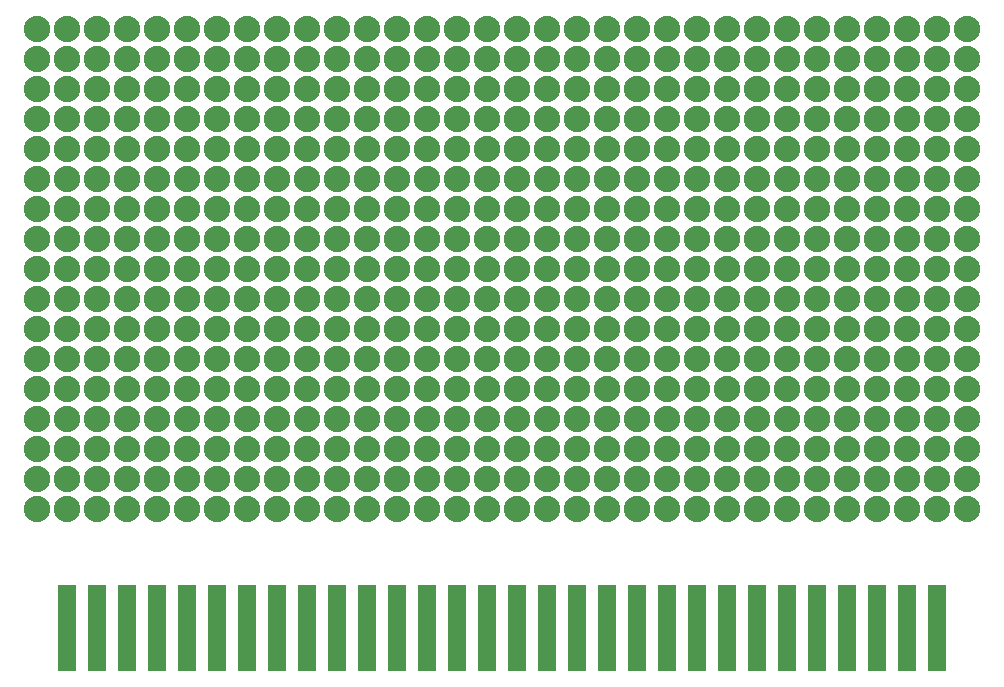
<source format=gts>
G04 MADE WITH FRITZING*
G04 WWW.FRITZING.ORG*
G04 DOUBLE SIDED*
G04 HOLES PLATED*
G04 CONTOUR ON CENTER OF CONTOUR VECTOR*
%ASAXBY*%
%FSLAX23Y23*%
%MOIN*%
%OFA0B0*%
%SFA1.0B1.0*%
%ADD10C,0.088000*%
%ADD11R,0.001000X0.001000*%
%LNMASK1*%
G90*
G70*
G54D10*
X3221Y2036D03*
X3221Y1936D03*
X3221Y1836D03*
X3221Y1736D03*
X3221Y1636D03*
X3221Y1536D03*
X3221Y1436D03*
X3221Y1336D03*
X3221Y1236D03*
X3221Y1136D03*
X3221Y1036D03*
X3221Y936D03*
X3221Y836D03*
X3221Y736D03*
X3221Y636D03*
X3221Y536D03*
X3221Y2036D03*
X3221Y1936D03*
X3221Y1836D03*
X3221Y1736D03*
X3221Y1636D03*
X3221Y1536D03*
X3221Y1436D03*
X3221Y1336D03*
X3221Y1236D03*
X3221Y1136D03*
X3221Y1036D03*
X3221Y936D03*
X3221Y836D03*
X3221Y736D03*
X3221Y636D03*
X3221Y536D03*
X3321Y536D03*
X3321Y636D03*
X3321Y736D03*
X3321Y836D03*
X3321Y936D03*
X3321Y1036D03*
X3321Y1136D03*
X3321Y1236D03*
X3321Y1336D03*
X3321Y1436D03*
X3321Y1536D03*
X3321Y1636D03*
X3321Y1736D03*
X3321Y1836D03*
X3321Y1936D03*
X3321Y2036D03*
X3021Y2036D03*
X3021Y1936D03*
X3021Y1836D03*
X3021Y1736D03*
X3021Y1636D03*
X3021Y1536D03*
X3021Y1436D03*
X3021Y1336D03*
X3021Y1236D03*
X3021Y1136D03*
X3021Y1036D03*
X3021Y936D03*
X3021Y836D03*
X3021Y736D03*
X3021Y636D03*
X3021Y536D03*
X3021Y2036D03*
X3021Y1936D03*
X3021Y1836D03*
X3021Y1736D03*
X3021Y1636D03*
X3021Y1536D03*
X3021Y1436D03*
X3021Y1336D03*
X3021Y1236D03*
X3021Y1136D03*
X3021Y1036D03*
X3021Y936D03*
X3021Y836D03*
X3021Y736D03*
X3021Y636D03*
X3021Y536D03*
X3121Y536D03*
X3121Y636D03*
X3121Y736D03*
X3121Y836D03*
X3121Y936D03*
X3121Y1036D03*
X3121Y1136D03*
X3121Y1236D03*
X3121Y1336D03*
X3121Y1436D03*
X3121Y1536D03*
X3121Y1636D03*
X3121Y1736D03*
X3121Y1836D03*
X3121Y1936D03*
X3121Y2036D03*
X2221Y2036D03*
X2221Y1936D03*
X2221Y1836D03*
X2221Y1736D03*
X2221Y1636D03*
X2221Y1536D03*
X2221Y1436D03*
X2221Y1336D03*
X2221Y1236D03*
X2221Y1136D03*
X2221Y1036D03*
X2221Y936D03*
X2221Y836D03*
X2221Y736D03*
X2221Y636D03*
X2221Y536D03*
X2221Y2036D03*
X2221Y1936D03*
X2221Y1836D03*
X2221Y1736D03*
X2221Y1636D03*
X2221Y1536D03*
X2221Y1436D03*
X2221Y1336D03*
X2221Y1236D03*
X2221Y1136D03*
X2221Y1036D03*
X2221Y936D03*
X2221Y836D03*
X2221Y736D03*
X2221Y636D03*
X2221Y536D03*
X2321Y536D03*
X2321Y636D03*
X2321Y736D03*
X2321Y836D03*
X2321Y936D03*
X2321Y1036D03*
X2321Y1136D03*
X2321Y1236D03*
X2321Y1336D03*
X2321Y1436D03*
X2321Y1536D03*
X2321Y1636D03*
X2321Y1736D03*
X2321Y1836D03*
X2321Y1936D03*
X2321Y2036D03*
X2821Y2036D03*
X2821Y1936D03*
X2821Y1836D03*
X2821Y1736D03*
X2821Y1636D03*
X2821Y1536D03*
X2821Y1436D03*
X2821Y1336D03*
X2821Y1236D03*
X2821Y1136D03*
X2821Y1036D03*
X2821Y936D03*
X2821Y836D03*
X2821Y736D03*
X2821Y636D03*
X2821Y536D03*
X2821Y2036D03*
X2821Y1936D03*
X2821Y1836D03*
X2821Y1736D03*
X2821Y1636D03*
X2821Y1536D03*
X2821Y1436D03*
X2821Y1336D03*
X2821Y1236D03*
X2821Y1136D03*
X2821Y1036D03*
X2821Y936D03*
X2821Y836D03*
X2821Y736D03*
X2821Y636D03*
X2821Y536D03*
X2921Y536D03*
X2921Y636D03*
X2921Y736D03*
X2921Y836D03*
X2921Y936D03*
X2921Y1036D03*
X2921Y1136D03*
X2921Y1236D03*
X2921Y1336D03*
X2921Y1436D03*
X2921Y1536D03*
X2921Y1636D03*
X2921Y1736D03*
X2921Y1836D03*
X2921Y1936D03*
X2921Y2036D03*
X2421Y2036D03*
X2421Y1936D03*
X2421Y1836D03*
X2421Y1736D03*
X2421Y1636D03*
X2421Y1536D03*
X2421Y1436D03*
X2421Y1336D03*
X2421Y1236D03*
X2421Y1136D03*
X2421Y1036D03*
X2421Y936D03*
X2421Y836D03*
X2421Y736D03*
X2421Y636D03*
X2421Y536D03*
X2421Y2036D03*
X2421Y1936D03*
X2421Y1836D03*
X2421Y1736D03*
X2421Y1636D03*
X2421Y1536D03*
X2421Y1436D03*
X2421Y1336D03*
X2421Y1236D03*
X2421Y1136D03*
X2421Y1036D03*
X2421Y936D03*
X2421Y836D03*
X2421Y736D03*
X2421Y636D03*
X2421Y536D03*
X2521Y536D03*
X2521Y636D03*
X2521Y736D03*
X2521Y836D03*
X2521Y936D03*
X2521Y1036D03*
X2521Y1136D03*
X2521Y1236D03*
X2521Y1336D03*
X2521Y1436D03*
X2521Y1536D03*
X2521Y1636D03*
X2521Y1736D03*
X2521Y1836D03*
X2521Y1936D03*
X2521Y2036D03*
X2621Y2036D03*
X2621Y1936D03*
X2621Y1836D03*
X2621Y1736D03*
X2621Y1636D03*
X2621Y1536D03*
X2621Y1436D03*
X2621Y1336D03*
X2621Y1236D03*
X2621Y1136D03*
X2621Y1036D03*
X2621Y936D03*
X2621Y836D03*
X2621Y736D03*
X2621Y636D03*
X2621Y536D03*
X2621Y2036D03*
X2621Y1936D03*
X2621Y1836D03*
X2621Y1736D03*
X2621Y1636D03*
X2621Y1536D03*
X2621Y1436D03*
X2621Y1336D03*
X2621Y1236D03*
X2621Y1136D03*
X2621Y1036D03*
X2621Y936D03*
X2621Y836D03*
X2621Y736D03*
X2621Y636D03*
X2621Y536D03*
X2721Y536D03*
X2721Y636D03*
X2721Y736D03*
X2721Y836D03*
X2721Y936D03*
X2721Y1036D03*
X2721Y1136D03*
X2721Y1236D03*
X2721Y1336D03*
X2721Y1436D03*
X2721Y1536D03*
X2721Y1636D03*
X2721Y1736D03*
X2721Y1836D03*
X2721Y1936D03*
X2721Y2036D03*
X2021Y2036D03*
X2021Y1936D03*
X2021Y1836D03*
X2021Y1736D03*
X2021Y1636D03*
X2021Y1536D03*
X2021Y1436D03*
X2021Y1336D03*
X2021Y1236D03*
X2021Y1136D03*
X2021Y1036D03*
X2021Y936D03*
X2021Y836D03*
X2021Y736D03*
X2021Y636D03*
X2021Y536D03*
X2021Y2036D03*
X2021Y1936D03*
X2021Y1836D03*
X2021Y1736D03*
X2021Y1636D03*
X2021Y1536D03*
X2021Y1436D03*
X2021Y1336D03*
X2021Y1236D03*
X2021Y1136D03*
X2021Y1036D03*
X2021Y936D03*
X2021Y836D03*
X2021Y736D03*
X2021Y636D03*
X2021Y536D03*
X2121Y536D03*
X2121Y636D03*
X2121Y736D03*
X2121Y836D03*
X2121Y936D03*
X2121Y1036D03*
X2121Y1136D03*
X2121Y1236D03*
X2121Y1336D03*
X2121Y1436D03*
X2121Y1536D03*
X2121Y1636D03*
X2121Y1736D03*
X2121Y1836D03*
X2121Y1936D03*
X2121Y2036D03*
X1821Y2036D03*
X1821Y1936D03*
X1821Y1836D03*
X1821Y1736D03*
X1821Y1636D03*
X1821Y1536D03*
X1821Y1436D03*
X1821Y1336D03*
X1821Y1236D03*
X1821Y1136D03*
X1821Y1036D03*
X1821Y936D03*
X1821Y836D03*
X1821Y736D03*
X1821Y636D03*
X1821Y536D03*
X1821Y2036D03*
X1821Y1936D03*
X1821Y1836D03*
X1821Y1736D03*
X1821Y1636D03*
X1821Y1536D03*
X1821Y1436D03*
X1821Y1336D03*
X1821Y1236D03*
X1821Y1136D03*
X1821Y1036D03*
X1821Y936D03*
X1821Y836D03*
X1821Y736D03*
X1821Y636D03*
X1821Y536D03*
X1921Y536D03*
X1921Y636D03*
X1921Y736D03*
X1921Y836D03*
X1921Y936D03*
X1921Y1036D03*
X1921Y1136D03*
X1921Y1236D03*
X1921Y1336D03*
X1921Y1436D03*
X1921Y1536D03*
X1921Y1636D03*
X1921Y1736D03*
X1921Y1836D03*
X1921Y1936D03*
X1921Y2036D03*
X1221Y2036D03*
X1221Y1936D03*
X1221Y1836D03*
X1221Y1736D03*
X1221Y1636D03*
X1221Y1536D03*
X1221Y1436D03*
X1221Y1336D03*
X1221Y1236D03*
X1221Y1136D03*
X1221Y1036D03*
X1221Y936D03*
X1221Y836D03*
X1221Y736D03*
X1221Y636D03*
X1221Y536D03*
X1221Y2036D03*
X1221Y1936D03*
X1221Y1836D03*
X1221Y1736D03*
X1221Y1636D03*
X1221Y1536D03*
X1221Y1436D03*
X1221Y1336D03*
X1221Y1236D03*
X1221Y1136D03*
X1221Y1036D03*
X1221Y936D03*
X1221Y836D03*
X1221Y736D03*
X1221Y636D03*
X1221Y536D03*
X1321Y536D03*
X1321Y636D03*
X1321Y736D03*
X1321Y836D03*
X1321Y936D03*
X1321Y1036D03*
X1321Y1136D03*
X1321Y1236D03*
X1321Y1336D03*
X1321Y1436D03*
X1321Y1536D03*
X1321Y1636D03*
X1321Y1736D03*
X1321Y1836D03*
X1321Y1936D03*
X1321Y2036D03*
X1421Y2036D03*
X1421Y1936D03*
X1421Y1836D03*
X1421Y1736D03*
X1421Y1636D03*
X1421Y1536D03*
X1421Y1436D03*
X1421Y1336D03*
X1421Y1236D03*
X1421Y1136D03*
X1421Y1036D03*
X1421Y936D03*
X1421Y836D03*
X1421Y736D03*
X1421Y636D03*
X1421Y536D03*
X1421Y2036D03*
X1421Y1936D03*
X1421Y1836D03*
X1421Y1736D03*
X1421Y1636D03*
X1421Y1536D03*
X1421Y1436D03*
X1421Y1336D03*
X1421Y1236D03*
X1421Y1136D03*
X1421Y1036D03*
X1421Y936D03*
X1421Y836D03*
X1421Y736D03*
X1421Y636D03*
X1421Y536D03*
X1521Y536D03*
X1521Y636D03*
X1521Y736D03*
X1521Y836D03*
X1521Y936D03*
X1521Y1036D03*
X1521Y1136D03*
X1521Y1236D03*
X1521Y1336D03*
X1521Y1436D03*
X1521Y1536D03*
X1521Y1636D03*
X1521Y1736D03*
X1521Y1836D03*
X1521Y1936D03*
X1521Y2036D03*
X1621Y2036D03*
X1621Y1936D03*
X1621Y1836D03*
X1621Y1736D03*
X1621Y1636D03*
X1621Y1536D03*
X1621Y1436D03*
X1621Y1336D03*
X1621Y1236D03*
X1621Y1136D03*
X1621Y1036D03*
X1621Y936D03*
X1621Y836D03*
X1621Y736D03*
X1621Y636D03*
X1621Y536D03*
X1621Y2036D03*
X1621Y1936D03*
X1621Y1836D03*
X1621Y1736D03*
X1621Y1636D03*
X1621Y1536D03*
X1621Y1436D03*
X1621Y1336D03*
X1621Y1236D03*
X1621Y1136D03*
X1621Y1036D03*
X1621Y936D03*
X1621Y836D03*
X1621Y736D03*
X1621Y636D03*
X1621Y536D03*
X1721Y536D03*
X1721Y636D03*
X1721Y736D03*
X1721Y836D03*
X1721Y936D03*
X1721Y1036D03*
X1721Y1136D03*
X1721Y1236D03*
X1721Y1336D03*
X1721Y1436D03*
X1721Y1536D03*
X1721Y1636D03*
X1721Y1736D03*
X1721Y1836D03*
X1721Y1936D03*
X1721Y2036D03*
X1021Y2036D03*
X1021Y1936D03*
X1021Y1836D03*
X1021Y1736D03*
X1021Y1636D03*
X1021Y1536D03*
X1021Y1436D03*
X1021Y1336D03*
X1021Y1236D03*
X1021Y1136D03*
X1021Y1036D03*
X1021Y936D03*
X1021Y836D03*
X1021Y736D03*
X1021Y636D03*
X1021Y536D03*
X1021Y2036D03*
X1021Y1936D03*
X1021Y1836D03*
X1021Y1736D03*
X1021Y1636D03*
X1021Y1536D03*
X1021Y1436D03*
X1021Y1336D03*
X1021Y1236D03*
X1021Y1136D03*
X1021Y1036D03*
X1021Y936D03*
X1021Y836D03*
X1021Y736D03*
X1021Y636D03*
X1021Y536D03*
X1121Y536D03*
X1121Y636D03*
X1121Y736D03*
X1121Y836D03*
X1121Y936D03*
X1121Y1036D03*
X1121Y1136D03*
X1121Y1236D03*
X1121Y1336D03*
X1121Y1436D03*
X1121Y1536D03*
X1121Y1636D03*
X1121Y1736D03*
X1121Y1836D03*
X1121Y1936D03*
X1121Y2036D03*
X821Y2036D03*
X821Y1936D03*
X821Y1836D03*
X821Y1736D03*
X821Y1636D03*
X821Y1536D03*
X821Y1436D03*
X821Y1336D03*
X821Y1236D03*
X821Y1136D03*
X821Y1036D03*
X821Y936D03*
X821Y836D03*
X821Y736D03*
X821Y636D03*
X821Y536D03*
X821Y2036D03*
X821Y1936D03*
X821Y1836D03*
X821Y1736D03*
X821Y1636D03*
X821Y1536D03*
X821Y1436D03*
X821Y1336D03*
X821Y1236D03*
X821Y1136D03*
X821Y1036D03*
X821Y936D03*
X821Y836D03*
X821Y736D03*
X821Y636D03*
X821Y536D03*
X921Y536D03*
X921Y636D03*
X921Y736D03*
X921Y836D03*
X921Y936D03*
X921Y1036D03*
X921Y1136D03*
X921Y1236D03*
X921Y1336D03*
X921Y1436D03*
X921Y1536D03*
X921Y1636D03*
X921Y1736D03*
X921Y1836D03*
X921Y1936D03*
X921Y2036D03*
X621Y2036D03*
X621Y1936D03*
X621Y1836D03*
X621Y1736D03*
X621Y1636D03*
X621Y1536D03*
X621Y1436D03*
X621Y1336D03*
X621Y1236D03*
X621Y1136D03*
X621Y1036D03*
X621Y936D03*
X621Y836D03*
X621Y736D03*
X621Y636D03*
X621Y536D03*
X621Y2036D03*
X621Y1936D03*
X621Y1836D03*
X621Y1736D03*
X621Y1636D03*
X621Y1536D03*
X621Y1436D03*
X621Y1336D03*
X621Y1236D03*
X621Y1136D03*
X621Y1036D03*
X621Y936D03*
X621Y836D03*
X621Y736D03*
X621Y636D03*
X621Y536D03*
X721Y536D03*
X721Y636D03*
X721Y736D03*
X721Y836D03*
X721Y936D03*
X721Y1036D03*
X721Y1136D03*
X721Y1236D03*
X721Y1336D03*
X721Y1436D03*
X721Y1536D03*
X721Y1636D03*
X721Y1736D03*
X721Y1836D03*
X721Y1936D03*
X721Y2036D03*
X421Y2036D03*
X421Y1936D03*
X421Y1836D03*
X421Y1736D03*
X421Y1636D03*
X421Y1536D03*
X421Y1436D03*
X421Y1336D03*
X421Y1236D03*
X421Y1136D03*
X421Y1036D03*
X421Y936D03*
X421Y836D03*
X421Y736D03*
X421Y636D03*
X421Y536D03*
X421Y2036D03*
X421Y1936D03*
X421Y1836D03*
X421Y1736D03*
X421Y1636D03*
X421Y1536D03*
X421Y1436D03*
X421Y1336D03*
X421Y1236D03*
X421Y1136D03*
X421Y1036D03*
X421Y936D03*
X421Y836D03*
X421Y736D03*
X421Y636D03*
X421Y536D03*
X521Y536D03*
X521Y636D03*
X521Y736D03*
X521Y836D03*
X521Y936D03*
X521Y1036D03*
X521Y1136D03*
X521Y1236D03*
X521Y1336D03*
X521Y1436D03*
X521Y1536D03*
X521Y1636D03*
X521Y1736D03*
X521Y1836D03*
X521Y1936D03*
X521Y2036D03*
X221Y2036D03*
X221Y1936D03*
X221Y1836D03*
X221Y1736D03*
X221Y1636D03*
X221Y1536D03*
X221Y1436D03*
X221Y1336D03*
X221Y1236D03*
X221Y1136D03*
X221Y1036D03*
X221Y936D03*
X221Y836D03*
X221Y736D03*
X221Y636D03*
X221Y536D03*
X221Y2036D03*
X221Y1936D03*
X221Y1836D03*
X221Y1736D03*
X221Y1636D03*
X221Y1536D03*
X221Y1436D03*
X221Y1336D03*
X221Y1236D03*
X221Y1136D03*
X221Y1036D03*
X221Y936D03*
X221Y836D03*
X221Y736D03*
X221Y636D03*
X221Y536D03*
X321Y536D03*
X321Y636D03*
X321Y736D03*
X321Y836D03*
X321Y936D03*
X321Y1036D03*
X321Y1136D03*
X321Y1236D03*
X321Y1336D03*
X321Y1436D03*
X321Y1536D03*
X321Y1636D03*
X321Y1736D03*
X321Y1836D03*
X321Y1936D03*
X321Y2036D03*
X221Y2136D03*
X321Y2136D03*
X421Y2136D03*
X521Y2136D03*
X621Y2136D03*
X721Y2136D03*
X821Y2136D03*
X921Y2136D03*
X1021Y2136D03*
X1121Y2136D03*
X1221Y2136D03*
X1321Y2136D03*
X1421Y2136D03*
X1521Y2136D03*
X1621Y2136D03*
X1721Y2136D03*
X1821Y2136D03*
X1921Y2136D03*
X2021Y2136D03*
X2121Y2136D03*
X2221Y2136D03*
X2321Y2136D03*
X2421Y2136D03*
X2521Y2136D03*
X2621Y2136D03*
X2721Y2136D03*
X2821Y2136D03*
X2921Y2136D03*
X3021Y2136D03*
X3121Y2136D03*
X3221Y2136D03*
X3321Y2136D03*
G54D11*
X291Y283D02*
X351Y283D01*
X391Y283D02*
X451Y283D01*
X491Y283D02*
X551Y283D01*
X591Y283D02*
X651Y283D01*
X691Y283D02*
X751Y283D01*
X791Y283D02*
X851Y283D01*
X891Y283D02*
X951Y283D01*
X991Y283D02*
X1051Y283D01*
X1091Y283D02*
X1151Y283D01*
X1191Y283D02*
X1251Y283D01*
X1291Y283D02*
X1351Y283D01*
X1391Y283D02*
X1451Y283D01*
X1491Y283D02*
X1551Y283D01*
X1591Y283D02*
X1651Y283D01*
X1691Y283D02*
X1751Y283D01*
X1791Y283D02*
X1851Y283D01*
X1891Y283D02*
X1951Y283D01*
X1991Y283D02*
X2051Y283D01*
X2091Y283D02*
X2151Y283D01*
X2191Y283D02*
X2251Y283D01*
X2291Y283D02*
X2351Y283D01*
X2391Y283D02*
X2451Y283D01*
X2491Y283D02*
X2551Y283D01*
X2591Y283D02*
X2651Y283D01*
X2691Y283D02*
X2751Y283D01*
X2791Y283D02*
X2851Y283D01*
X2891Y283D02*
X2951Y283D01*
X2991Y283D02*
X3051Y283D01*
X3091Y283D02*
X3151Y283D01*
X3191Y283D02*
X3251Y283D01*
X291Y282D02*
X351Y282D01*
X391Y282D02*
X451Y282D01*
X491Y282D02*
X551Y282D01*
X591Y282D02*
X651Y282D01*
X691Y282D02*
X751Y282D01*
X791Y282D02*
X851Y282D01*
X891Y282D02*
X951Y282D01*
X991Y282D02*
X1051Y282D01*
X1091Y282D02*
X1151Y282D01*
X1191Y282D02*
X1251Y282D01*
X1291Y282D02*
X1351Y282D01*
X1391Y282D02*
X1451Y282D01*
X1491Y282D02*
X1551Y282D01*
X1591Y282D02*
X1651Y282D01*
X1691Y282D02*
X1751Y282D01*
X1791Y282D02*
X1851Y282D01*
X1891Y282D02*
X1951Y282D01*
X1991Y282D02*
X2051Y282D01*
X2091Y282D02*
X2151Y282D01*
X2191Y282D02*
X2251Y282D01*
X2291Y282D02*
X2351Y282D01*
X2391Y282D02*
X2451Y282D01*
X2491Y282D02*
X2551Y282D01*
X2591Y282D02*
X2651Y282D01*
X2691Y282D02*
X2751Y282D01*
X2791Y282D02*
X2851Y282D01*
X2891Y282D02*
X2951Y282D01*
X2991Y282D02*
X3051Y282D01*
X3091Y282D02*
X3151Y282D01*
X3191Y282D02*
X3251Y282D01*
X291Y281D02*
X351Y281D01*
X391Y281D02*
X451Y281D01*
X491Y281D02*
X551Y281D01*
X591Y281D02*
X651Y281D01*
X691Y281D02*
X751Y281D01*
X791Y281D02*
X851Y281D01*
X891Y281D02*
X951Y281D01*
X991Y281D02*
X1051Y281D01*
X1091Y281D02*
X1151Y281D01*
X1191Y281D02*
X1251Y281D01*
X1291Y281D02*
X1351Y281D01*
X1391Y281D02*
X1451Y281D01*
X1491Y281D02*
X1551Y281D01*
X1591Y281D02*
X1651Y281D01*
X1691Y281D02*
X1751Y281D01*
X1791Y281D02*
X1851Y281D01*
X1891Y281D02*
X1951Y281D01*
X1991Y281D02*
X2051Y281D01*
X2091Y281D02*
X2151Y281D01*
X2191Y281D02*
X2251Y281D01*
X2291Y281D02*
X2351Y281D01*
X2391Y281D02*
X2451Y281D01*
X2491Y281D02*
X2551Y281D01*
X2591Y281D02*
X2651Y281D01*
X2691Y281D02*
X2751Y281D01*
X2791Y281D02*
X2851Y281D01*
X2891Y281D02*
X2951Y281D01*
X2991Y281D02*
X3051Y281D01*
X3091Y281D02*
X3151Y281D01*
X3191Y281D02*
X3251Y281D01*
X291Y280D02*
X351Y280D01*
X391Y280D02*
X451Y280D01*
X491Y280D02*
X551Y280D01*
X591Y280D02*
X651Y280D01*
X691Y280D02*
X751Y280D01*
X791Y280D02*
X851Y280D01*
X891Y280D02*
X951Y280D01*
X991Y280D02*
X1051Y280D01*
X1091Y280D02*
X1151Y280D01*
X1191Y280D02*
X1251Y280D01*
X1291Y280D02*
X1351Y280D01*
X1391Y280D02*
X1451Y280D01*
X1491Y280D02*
X1551Y280D01*
X1591Y280D02*
X1651Y280D01*
X1691Y280D02*
X1751Y280D01*
X1791Y280D02*
X1851Y280D01*
X1891Y280D02*
X1951Y280D01*
X1991Y280D02*
X2051Y280D01*
X2091Y280D02*
X2151Y280D01*
X2191Y280D02*
X2251Y280D01*
X2291Y280D02*
X2351Y280D01*
X2391Y280D02*
X2451Y280D01*
X2491Y280D02*
X2551Y280D01*
X2591Y280D02*
X2651Y280D01*
X2691Y280D02*
X2751Y280D01*
X2791Y280D02*
X2851Y280D01*
X2891Y280D02*
X2951Y280D01*
X2991Y280D02*
X3051Y280D01*
X3091Y280D02*
X3151Y280D01*
X3191Y280D02*
X3251Y280D01*
X291Y279D02*
X351Y279D01*
X391Y279D02*
X451Y279D01*
X491Y279D02*
X551Y279D01*
X591Y279D02*
X651Y279D01*
X691Y279D02*
X751Y279D01*
X791Y279D02*
X851Y279D01*
X891Y279D02*
X951Y279D01*
X991Y279D02*
X1051Y279D01*
X1091Y279D02*
X1151Y279D01*
X1191Y279D02*
X1251Y279D01*
X1291Y279D02*
X1351Y279D01*
X1391Y279D02*
X1451Y279D01*
X1491Y279D02*
X1551Y279D01*
X1591Y279D02*
X1651Y279D01*
X1691Y279D02*
X1751Y279D01*
X1791Y279D02*
X1851Y279D01*
X1891Y279D02*
X1951Y279D01*
X1991Y279D02*
X2051Y279D01*
X2091Y279D02*
X2151Y279D01*
X2191Y279D02*
X2251Y279D01*
X2291Y279D02*
X2351Y279D01*
X2391Y279D02*
X2451Y279D01*
X2491Y279D02*
X2551Y279D01*
X2591Y279D02*
X2651Y279D01*
X2691Y279D02*
X2751Y279D01*
X2791Y279D02*
X2851Y279D01*
X2891Y279D02*
X2951Y279D01*
X2991Y279D02*
X3051Y279D01*
X3091Y279D02*
X3151Y279D01*
X3191Y279D02*
X3251Y279D01*
X291Y278D02*
X351Y278D01*
X391Y278D02*
X451Y278D01*
X491Y278D02*
X551Y278D01*
X591Y278D02*
X651Y278D01*
X691Y278D02*
X751Y278D01*
X791Y278D02*
X851Y278D01*
X891Y278D02*
X951Y278D01*
X991Y278D02*
X1051Y278D01*
X1091Y278D02*
X1151Y278D01*
X1191Y278D02*
X1251Y278D01*
X1291Y278D02*
X1351Y278D01*
X1391Y278D02*
X1451Y278D01*
X1491Y278D02*
X1551Y278D01*
X1591Y278D02*
X1651Y278D01*
X1691Y278D02*
X1751Y278D01*
X1791Y278D02*
X1851Y278D01*
X1891Y278D02*
X1951Y278D01*
X1991Y278D02*
X2051Y278D01*
X2091Y278D02*
X2151Y278D01*
X2191Y278D02*
X2251Y278D01*
X2291Y278D02*
X2351Y278D01*
X2391Y278D02*
X2451Y278D01*
X2491Y278D02*
X2551Y278D01*
X2591Y278D02*
X2651Y278D01*
X2691Y278D02*
X2751Y278D01*
X2791Y278D02*
X2851Y278D01*
X2891Y278D02*
X2951Y278D01*
X2991Y278D02*
X3051Y278D01*
X3091Y278D02*
X3151Y278D01*
X3191Y278D02*
X3251Y278D01*
X291Y277D02*
X351Y277D01*
X391Y277D02*
X451Y277D01*
X491Y277D02*
X551Y277D01*
X591Y277D02*
X651Y277D01*
X691Y277D02*
X751Y277D01*
X791Y277D02*
X851Y277D01*
X891Y277D02*
X951Y277D01*
X991Y277D02*
X1051Y277D01*
X1091Y277D02*
X1151Y277D01*
X1191Y277D02*
X1251Y277D01*
X1291Y277D02*
X1351Y277D01*
X1391Y277D02*
X1451Y277D01*
X1491Y277D02*
X1551Y277D01*
X1591Y277D02*
X1651Y277D01*
X1691Y277D02*
X1751Y277D01*
X1791Y277D02*
X1851Y277D01*
X1891Y277D02*
X1951Y277D01*
X1991Y277D02*
X2051Y277D01*
X2091Y277D02*
X2151Y277D01*
X2191Y277D02*
X2251Y277D01*
X2291Y277D02*
X2351Y277D01*
X2391Y277D02*
X2451Y277D01*
X2491Y277D02*
X2551Y277D01*
X2591Y277D02*
X2651Y277D01*
X2691Y277D02*
X2751Y277D01*
X2791Y277D02*
X2851Y277D01*
X2891Y277D02*
X2951Y277D01*
X2991Y277D02*
X3051Y277D01*
X3091Y277D02*
X3151Y277D01*
X3191Y277D02*
X3251Y277D01*
X291Y276D02*
X351Y276D01*
X391Y276D02*
X451Y276D01*
X491Y276D02*
X551Y276D01*
X591Y276D02*
X651Y276D01*
X691Y276D02*
X751Y276D01*
X791Y276D02*
X851Y276D01*
X891Y276D02*
X951Y276D01*
X991Y276D02*
X1051Y276D01*
X1091Y276D02*
X1151Y276D01*
X1191Y276D02*
X1251Y276D01*
X1291Y276D02*
X1351Y276D01*
X1391Y276D02*
X1451Y276D01*
X1491Y276D02*
X1551Y276D01*
X1591Y276D02*
X1651Y276D01*
X1691Y276D02*
X1751Y276D01*
X1791Y276D02*
X1851Y276D01*
X1891Y276D02*
X1951Y276D01*
X1991Y276D02*
X2051Y276D01*
X2091Y276D02*
X2151Y276D01*
X2191Y276D02*
X2251Y276D01*
X2291Y276D02*
X2351Y276D01*
X2391Y276D02*
X2451Y276D01*
X2491Y276D02*
X2551Y276D01*
X2591Y276D02*
X2651Y276D01*
X2691Y276D02*
X2751Y276D01*
X2791Y276D02*
X2851Y276D01*
X2891Y276D02*
X2951Y276D01*
X2991Y276D02*
X3051Y276D01*
X3091Y276D02*
X3151Y276D01*
X3191Y276D02*
X3251Y276D01*
X291Y275D02*
X351Y275D01*
X391Y275D02*
X451Y275D01*
X491Y275D02*
X551Y275D01*
X591Y275D02*
X651Y275D01*
X691Y275D02*
X751Y275D01*
X791Y275D02*
X851Y275D01*
X891Y275D02*
X951Y275D01*
X991Y275D02*
X1051Y275D01*
X1091Y275D02*
X1151Y275D01*
X1191Y275D02*
X1251Y275D01*
X1291Y275D02*
X1351Y275D01*
X1391Y275D02*
X1451Y275D01*
X1491Y275D02*
X1551Y275D01*
X1591Y275D02*
X1651Y275D01*
X1691Y275D02*
X1751Y275D01*
X1791Y275D02*
X1851Y275D01*
X1891Y275D02*
X1951Y275D01*
X1991Y275D02*
X2051Y275D01*
X2091Y275D02*
X2151Y275D01*
X2191Y275D02*
X2251Y275D01*
X2291Y275D02*
X2351Y275D01*
X2391Y275D02*
X2451Y275D01*
X2491Y275D02*
X2551Y275D01*
X2591Y275D02*
X2651Y275D01*
X2691Y275D02*
X2751Y275D01*
X2791Y275D02*
X2851Y275D01*
X2891Y275D02*
X2951Y275D01*
X2991Y275D02*
X3051Y275D01*
X3091Y275D02*
X3151Y275D01*
X3191Y275D02*
X3251Y275D01*
X291Y274D02*
X351Y274D01*
X391Y274D02*
X451Y274D01*
X491Y274D02*
X551Y274D01*
X591Y274D02*
X651Y274D01*
X691Y274D02*
X751Y274D01*
X791Y274D02*
X851Y274D01*
X891Y274D02*
X951Y274D01*
X991Y274D02*
X1051Y274D01*
X1091Y274D02*
X1151Y274D01*
X1191Y274D02*
X1251Y274D01*
X1291Y274D02*
X1351Y274D01*
X1391Y274D02*
X1451Y274D01*
X1491Y274D02*
X1551Y274D01*
X1591Y274D02*
X1651Y274D01*
X1691Y274D02*
X1751Y274D01*
X1791Y274D02*
X1851Y274D01*
X1891Y274D02*
X1951Y274D01*
X1991Y274D02*
X2051Y274D01*
X2091Y274D02*
X2151Y274D01*
X2191Y274D02*
X2251Y274D01*
X2291Y274D02*
X2351Y274D01*
X2391Y274D02*
X2451Y274D01*
X2491Y274D02*
X2551Y274D01*
X2591Y274D02*
X2651Y274D01*
X2691Y274D02*
X2751Y274D01*
X2791Y274D02*
X2851Y274D01*
X2891Y274D02*
X2951Y274D01*
X2991Y274D02*
X3051Y274D01*
X3091Y274D02*
X3151Y274D01*
X3191Y274D02*
X3251Y274D01*
X291Y273D02*
X351Y273D01*
X391Y273D02*
X451Y273D01*
X491Y273D02*
X551Y273D01*
X591Y273D02*
X651Y273D01*
X691Y273D02*
X751Y273D01*
X791Y273D02*
X851Y273D01*
X891Y273D02*
X951Y273D01*
X991Y273D02*
X1051Y273D01*
X1091Y273D02*
X1151Y273D01*
X1191Y273D02*
X1251Y273D01*
X1291Y273D02*
X1351Y273D01*
X1391Y273D02*
X1451Y273D01*
X1491Y273D02*
X1551Y273D01*
X1591Y273D02*
X1651Y273D01*
X1691Y273D02*
X1751Y273D01*
X1791Y273D02*
X1851Y273D01*
X1891Y273D02*
X1951Y273D01*
X1991Y273D02*
X2051Y273D01*
X2091Y273D02*
X2151Y273D01*
X2191Y273D02*
X2251Y273D01*
X2291Y273D02*
X2351Y273D01*
X2391Y273D02*
X2451Y273D01*
X2491Y273D02*
X2551Y273D01*
X2591Y273D02*
X2651Y273D01*
X2691Y273D02*
X2751Y273D01*
X2791Y273D02*
X2851Y273D01*
X2891Y273D02*
X2951Y273D01*
X2991Y273D02*
X3051Y273D01*
X3091Y273D02*
X3151Y273D01*
X3191Y273D02*
X3251Y273D01*
X291Y272D02*
X351Y272D01*
X391Y272D02*
X451Y272D01*
X491Y272D02*
X551Y272D01*
X591Y272D02*
X651Y272D01*
X691Y272D02*
X751Y272D01*
X791Y272D02*
X851Y272D01*
X891Y272D02*
X951Y272D01*
X991Y272D02*
X1051Y272D01*
X1091Y272D02*
X1151Y272D01*
X1191Y272D02*
X1251Y272D01*
X1291Y272D02*
X1351Y272D01*
X1391Y272D02*
X1451Y272D01*
X1491Y272D02*
X1551Y272D01*
X1591Y272D02*
X1651Y272D01*
X1691Y272D02*
X1751Y272D01*
X1791Y272D02*
X1851Y272D01*
X1891Y272D02*
X1951Y272D01*
X1991Y272D02*
X2051Y272D01*
X2091Y272D02*
X2151Y272D01*
X2191Y272D02*
X2251Y272D01*
X2291Y272D02*
X2351Y272D01*
X2391Y272D02*
X2451Y272D01*
X2491Y272D02*
X2551Y272D01*
X2591Y272D02*
X2651Y272D01*
X2691Y272D02*
X2751Y272D01*
X2791Y272D02*
X2851Y272D01*
X2891Y272D02*
X2951Y272D01*
X2991Y272D02*
X3051Y272D01*
X3091Y272D02*
X3151Y272D01*
X3191Y272D02*
X3251Y272D01*
X291Y271D02*
X351Y271D01*
X391Y271D02*
X451Y271D01*
X491Y271D02*
X551Y271D01*
X591Y271D02*
X651Y271D01*
X691Y271D02*
X751Y271D01*
X791Y271D02*
X851Y271D01*
X891Y271D02*
X951Y271D01*
X991Y271D02*
X1051Y271D01*
X1091Y271D02*
X1151Y271D01*
X1191Y271D02*
X1251Y271D01*
X1291Y271D02*
X1351Y271D01*
X1391Y271D02*
X1451Y271D01*
X1491Y271D02*
X1551Y271D01*
X1591Y271D02*
X1651Y271D01*
X1691Y271D02*
X1751Y271D01*
X1791Y271D02*
X1851Y271D01*
X1891Y271D02*
X1951Y271D01*
X1991Y271D02*
X2051Y271D01*
X2091Y271D02*
X2151Y271D01*
X2191Y271D02*
X2251Y271D01*
X2291Y271D02*
X2351Y271D01*
X2391Y271D02*
X2451Y271D01*
X2491Y271D02*
X2551Y271D01*
X2591Y271D02*
X2651Y271D01*
X2691Y271D02*
X2751Y271D01*
X2791Y271D02*
X2851Y271D01*
X2891Y271D02*
X2951Y271D01*
X2991Y271D02*
X3051Y271D01*
X3091Y271D02*
X3151Y271D01*
X3191Y271D02*
X3251Y271D01*
X291Y270D02*
X351Y270D01*
X391Y270D02*
X451Y270D01*
X491Y270D02*
X551Y270D01*
X591Y270D02*
X651Y270D01*
X691Y270D02*
X751Y270D01*
X791Y270D02*
X851Y270D01*
X891Y270D02*
X951Y270D01*
X991Y270D02*
X1051Y270D01*
X1091Y270D02*
X1151Y270D01*
X1191Y270D02*
X1251Y270D01*
X1291Y270D02*
X1351Y270D01*
X1391Y270D02*
X1451Y270D01*
X1491Y270D02*
X1551Y270D01*
X1591Y270D02*
X1651Y270D01*
X1691Y270D02*
X1751Y270D01*
X1791Y270D02*
X1851Y270D01*
X1891Y270D02*
X1951Y270D01*
X1991Y270D02*
X2051Y270D01*
X2091Y270D02*
X2151Y270D01*
X2191Y270D02*
X2251Y270D01*
X2291Y270D02*
X2351Y270D01*
X2391Y270D02*
X2451Y270D01*
X2491Y270D02*
X2551Y270D01*
X2591Y270D02*
X2651Y270D01*
X2691Y270D02*
X2751Y270D01*
X2791Y270D02*
X2851Y270D01*
X2891Y270D02*
X2951Y270D01*
X2991Y270D02*
X3051Y270D01*
X3091Y270D02*
X3151Y270D01*
X3191Y270D02*
X3251Y270D01*
X291Y269D02*
X351Y269D01*
X391Y269D02*
X451Y269D01*
X491Y269D02*
X551Y269D01*
X591Y269D02*
X651Y269D01*
X691Y269D02*
X751Y269D01*
X791Y269D02*
X851Y269D01*
X891Y269D02*
X951Y269D01*
X991Y269D02*
X1051Y269D01*
X1091Y269D02*
X1151Y269D01*
X1191Y269D02*
X1251Y269D01*
X1291Y269D02*
X1351Y269D01*
X1391Y269D02*
X1451Y269D01*
X1491Y269D02*
X1551Y269D01*
X1591Y269D02*
X1651Y269D01*
X1691Y269D02*
X1751Y269D01*
X1791Y269D02*
X1851Y269D01*
X1891Y269D02*
X1951Y269D01*
X1991Y269D02*
X2051Y269D01*
X2091Y269D02*
X2151Y269D01*
X2191Y269D02*
X2251Y269D01*
X2291Y269D02*
X2351Y269D01*
X2391Y269D02*
X2451Y269D01*
X2491Y269D02*
X2551Y269D01*
X2591Y269D02*
X2651Y269D01*
X2691Y269D02*
X2751Y269D01*
X2791Y269D02*
X2851Y269D01*
X2891Y269D02*
X2951Y269D01*
X2991Y269D02*
X3051Y269D01*
X3091Y269D02*
X3151Y269D01*
X3191Y269D02*
X3251Y269D01*
X291Y268D02*
X351Y268D01*
X391Y268D02*
X451Y268D01*
X491Y268D02*
X551Y268D01*
X591Y268D02*
X651Y268D01*
X691Y268D02*
X751Y268D01*
X791Y268D02*
X851Y268D01*
X891Y268D02*
X951Y268D01*
X991Y268D02*
X1051Y268D01*
X1091Y268D02*
X1151Y268D01*
X1191Y268D02*
X1251Y268D01*
X1291Y268D02*
X1351Y268D01*
X1391Y268D02*
X1451Y268D01*
X1491Y268D02*
X1551Y268D01*
X1591Y268D02*
X1651Y268D01*
X1691Y268D02*
X1751Y268D01*
X1791Y268D02*
X1851Y268D01*
X1891Y268D02*
X1951Y268D01*
X1991Y268D02*
X2051Y268D01*
X2091Y268D02*
X2151Y268D01*
X2191Y268D02*
X2251Y268D01*
X2291Y268D02*
X2351Y268D01*
X2391Y268D02*
X2451Y268D01*
X2491Y268D02*
X2551Y268D01*
X2591Y268D02*
X2651Y268D01*
X2691Y268D02*
X2751Y268D01*
X2791Y268D02*
X2851Y268D01*
X2891Y268D02*
X2951Y268D01*
X2991Y268D02*
X3051Y268D01*
X3091Y268D02*
X3151Y268D01*
X3191Y268D02*
X3251Y268D01*
X291Y267D02*
X351Y267D01*
X391Y267D02*
X451Y267D01*
X491Y267D02*
X551Y267D01*
X591Y267D02*
X651Y267D01*
X691Y267D02*
X751Y267D01*
X791Y267D02*
X851Y267D01*
X891Y267D02*
X951Y267D01*
X991Y267D02*
X1051Y267D01*
X1091Y267D02*
X1151Y267D01*
X1191Y267D02*
X1251Y267D01*
X1291Y267D02*
X1351Y267D01*
X1391Y267D02*
X1451Y267D01*
X1491Y267D02*
X1551Y267D01*
X1591Y267D02*
X1651Y267D01*
X1691Y267D02*
X1751Y267D01*
X1791Y267D02*
X1851Y267D01*
X1891Y267D02*
X1951Y267D01*
X1991Y267D02*
X2051Y267D01*
X2091Y267D02*
X2151Y267D01*
X2191Y267D02*
X2251Y267D01*
X2291Y267D02*
X2351Y267D01*
X2391Y267D02*
X2451Y267D01*
X2491Y267D02*
X2551Y267D01*
X2591Y267D02*
X2651Y267D01*
X2691Y267D02*
X2751Y267D01*
X2791Y267D02*
X2851Y267D01*
X2891Y267D02*
X2951Y267D01*
X2991Y267D02*
X3051Y267D01*
X3091Y267D02*
X3151Y267D01*
X3191Y267D02*
X3251Y267D01*
X291Y266D02*
X351Y266D01*
X391Y266D02*
X451Y266D01*
X491Y266D02*
X551Y266D01*
X591Y266D02*
X651Y266D01*
X691Y266D02*
X751Y266D01*
X791Y266D02*
X851Y266D01*
X891Y266D02*
X951Y266D01*
X991Y266D02*
X1051Y266D01*
X1091Y266D02*
X1151Y266D01*
X1191Y266D02*
X1251Y266D01*
X1291Y266D02*
X1351Y266D01*
X1391Y266D02*
X1451Y266D01*
X1491Y266D02*
X1551Y266D01*
X1591Y266D02*
X1651Y266D01*
X1691Y266D02*
X1751Y266D01*
X1791Y266D02*
X1851Y266D01*
X1891Y266D02*
X1951Y266D01*
X1991Y266D02*
X2051Y266D01*
X2091Y266D02*
X2151Y266D01*
X2191Y266D02*
X2251Y266D01*
X2291Y266D02*
X2351Y266D01*
X2391Y266D02*
X2451Y266D01*
X2491Y266D02*
X2551Y266D01*
X2591Y266D02*
X2651Y266D01*
X2691Y266D02*
X2751Y266D01*
X2791Y266D02*
X2851Y266D01*
X2891Y266D02*
X2951Y266D01*
X2991Y266D02*
X3051Y266D01*
X3091Y266D02*
X3151Y266D01*
X3191Y266D02*
X3251Y266D01*
X291Y265D02*
X351Y265D01*
X391Y265D02*
X451Y265D01*
X491Y265D02*
X551Y265D01*
X591Y265D02*
X651Y265D01*
X691Y265D02*
X751Y265D01*
X791Y265D02*
X851Y265D01*
X891Y265D02*
X951Y265D01*
X991Y265D02*
X1051Y265D01*
X1091Y265D02*
X1151Y265D01*
X1191Y265D02*
X1251Y265D01*
X1291Y265D02*
X1351Y265D01*
X1391Y265D02*
X1451Y265D01*
X1491Y265D02*
X1551Y265D01*
X1591Y265D02*
X1651Y265D01*
X1691Y265D02*
X1751Y265D01*
X1791Y265D02*
X1851Y265D01*
X1891Y265D02*
X1951Y265D01*
X1991Y265D02*
X2051Y265D01*
X2091Y265D02*
X2151Y265D01*
X2191Y265D02*
X2251Y265D01*
X2291Y265D02*
X2351Y265D01*
X2391Y265D02*
X2451Y265D01*
X2491Y265D02*
X2551Y265D01*
X2591Y265D02*
X2651Y265D01*
X2691Y265D02*
X2751Y265D01*
X2791Y265D02*
X2851Y265D01*
X2891Y265D02*
X2951Y265D01*
X2991Y265D02*
X3051Y265D01*
X3091Y265D02*
X3151Y265D01*
X3191Y265D02*
X3251Y265D01*
X291Y264D02*
X351Y264D01*
X391Y264D02*
X451Y264D01*
X491Y264D02*
X551Y264D01*
X591Y264D02*
X651Y264D01*
X691Y264D02*
X751Y264D01*
X791Y264D02*
X851Y264D01*
X891Y264D02*
X951Y264D01*
X991Y264D02*
X1051Y264D01*
X1091Y264D02*
X1151Y264D01*
X1191Y264D02*
X1251Y264D01*
X1291Y264D02*
X1351Y264D01*
X1391Y264D02*
X1451Y264D01*
X1491Y264D02*
X1551Y264D01*
X1591Y264D02*
X1651Y264D01*
X1691Y264D02*
X1751Y264D01*
X1791Y264D02*
X1851Y264D01*
X1891Y264D02*
X1951Y264D01*
X1991Y264D02*
X2051Y264D01*
X2091Y264D02*
X2151Y264D01*
X2191Y264D02*
X2251Y264D01*
X2291Y264D02*
X2351Y264D01*
X2391Y264D02*
X2451Y264D01*
X2491Y264D02*
X2551Y264D01*
X2591Y264D02*
X2651Y264D01*
X2691Y264D02*
X2751Y264D01*
X2791Y264D02*
X2851Y264D01*
X2891Y264D02*
X2951Y264D01*
X2991Y264D02*
X3051Y264D01*
X3091Y264D02*
X3151Y264D01*
X3191Y264D02*
X3251Y264D01*
X291Y263D02*
X351Y263D01*
X391Y263D02*
X451Y263D01*
X491Y263D02*
X551Y263D01*
X591Y263D02*
X651Y263D01*
X691Y263D02*
X751Y263D01*
X791Y263D02*
X851Y263D01*
X891Y263D02*
X951Y263D01*
X991Y263D02*
X1051Y263D01*
X1091Y263D02*
X1151Y263D01*
X1191Y263D02*
X1251Y263D01*
X1291Y263D02*
X1351Y263D01*
X1391Y263D02*
X1451Y263D01*
X1491Y263D02*
X1551Y263D01*
X1591Y263D02*
X1651Y263D01*
X1691Y263D02*
X1751Y263D01*
X1791Y263D02*
X1851Y263D01*
X1891Y263D02*
X1951Y263D01*
X1991Y263D02*
X2051Y263D01*
X2091Y263D02*
X2151Y263D01*
X2191Y263D02*
X2251Y263D01*
X2291Y263D02*
X2351Y263D01*
X2391Y263D02*
X2451Y263D01*
X2491Y263D02*
X2551Y263D01*
X2591Y263D02*
X2651Y263D01*
X2691Y263D02*
X2751Y263D01*
X2791Y263D02*
X2851Y263D01*
X2891Y263D02*
X2951Y263D01*
X2991Y263D02*
X3051Y263D01*
X3091Y263D02*
X3151Y263D01*
X3191Y263D02*
X3251Y263D01*
X291Y262D02*
X351Y262D01*
X391Y262D02*
X451Y262D01*
X491Y262D02*
X551Y262D01*
X591Y262D02*
X651Y262D01*
X691Y262D02*
X751Y262D01*
X791Y262D02*
X851Y262D01*
X891Y262D02*
X951Y262D01*
X991Y262D02*
X1051Y262D01*
X1091Y262D02*
X1151Y262D01*
X1191Y262D02*
X1251Y262D01*
X1291Y262D02*
X1351Y262D01*
X1391Y262D02*
X1451Y262D01*
X1491Y262D02*
X1551Y262D01*
X1591Y262D02*
X1651Y262D01*
X1691Y262D02*
X1751Y262D01*
X1791Y262D02*
X1851Y262D01*
X1891Y262D02*
X1951Y262D01*
X1991Y262D02*
X2051Y262D01*
X2091Y262D02*
X2151Y262D01*
X2191Y262D02*
X2251Y262D01*
X2291Y262D02*
X2351Y262D01*
X2391Y262D02*
X2451Y262D01*
X2491Y262D02*
X2551Y262D01*
X2591Y262D02*
X2651Y262D01*
X2691Y262D02*
X2751Y262D01*
X2791Y262D02*
X2851Y262D01*
X2891Y262D02*
X2951Y262D01*
X2991Y262D02*
X3051Y262D01*
X3091Y262D02*
X3151Y262D01*
X3191Y262D02*
X3251Y262D01*
X291Y261D02*
X351Y261D01*
X391Y261D02*
X451Y261D01*
X491Y261D02*
X551Y261D01*
X591Y261D02*
X651Y261D01*
X691Y261D02*
X751Y261D01*
X791Y261D02*
X851Y261D01*
X891Y261D02*
X951Y261D01*
X991Y261D02*
X1051Y261D01*
X1091Y261D02*
X1151Y261D01*
X1191Y261D02*
X1251Y261D01*
X1291Y261D02*
X1351Y261D01*
X1391Y261D02*
X1451Y261D01*
X1491Y261D02*
X1551Y261D01*
X1591Y261D02*
X1651Y261D01*
X1691Y261D02*
X1751Y261D01*
X1791Y261D02*
X1851Y261D01*
X1891Y261D02*
X1951Y261D01*
X1991Y261D02*
X2051Y261D01*
X2091Y261D02*
X2151Y261D01*
X2191Y261D02*
X2251Y261D01*
X2291Y261D02*
X2351Y261D01*
X2391Y261D02*
X2451Y261D01*
X2491Y261D02*
X2551Y261D01*
X2591Y261D02*
X2651Y261D01*
X2691Y261D02*
X2751Y261D01*
X2791Y261D02*
X2851Y261D01*
X2891Y261D02*
X2951Y261D01*
X2991Y261D02*
X3051Y261D01*
X3091Y261D02*
X3151Y261D01*
X3191Y261D02*
X3251Y261D01*
X291Y260D02*
X351Y260D01*
X391Y260D02*
X451Y260D01*
X491Y260D02*
X551Y260D01*
X591Y260D02*
X651Y260D01*
X691Y260D02*
X751Y260D01*
X791Y260D02*
X851Y260D01*
X891Y260D02*
X951Y260D01*
X991Y260D02*
X1051Y260D01*
X1091Y260D02*
X1151Y260D01*
X1191Y260D02*
X1251Y260D01*
X1291Y260D02*
X1351Y260D01*
X1391Y260D02*
X1451Y260D01*
X1491Y260D02*
X1551Y260D01*
X1591Y260D02*
X1651Y260D01*
X1691Y260D02*
X1751Y260D01*
X1791Y260D02*
X1851Y260D01*
X1891Y260D02*
X1951Y260D01*
X1991Y260D02*
X2051Y260D01*
X2091Y260D02*
X2151Y260D01*
X2191Y260D02*
X2251Y260D01*
X2291Y260D02*
X2351Y260D01*
X2391Y260D02*
X2451Y260D01*
X2491Y260D02*
X2551Y260D01*
X2591Y260D02*
X2651Y260D01*
X2691Y260D02*
X2751Y260D01*
X2791Y260D02*
X2851Y260D01*
X2891Y260D02*
X2951Y260D01*
X2991Y260D02*
X3051Y260D01*
X3091Y260D02*
X3151Y260D01*
X3191Y260D02*
X3251Y260D01*
X291Y259D02*
X351Y259D01*
X391Y259D02*
X451Y259D01*
X491Y259D02*
X551Y259D01*
X591Y259D02*
X651Y259D01*
X691Y259D02*
X751Y259D01*
X791Y259D02*
X851Y259D01*
X891Y259D02*
X951Y259D01*
X991Y259D02*
X1051Y259D01*
X1091Y259D02*
X1151Y259D01*
X1191Y259D02*
X1251Y259D01*
X1291Y259D02*
X1351Y259D01*
X1391Y259D02*
X1451Y259D01*
X1491Y259D02*
X1551Y259D01*
X1591Y259D02*
X1651Y259D01*
X1691Y259D02*
X1751Y259D01*
X1791Y259D02*
X1851Y259D01*
X1891Y259D02*
X1951Y259D01*
X1991Y259D02*
X2051Y259D01*
X2091Y259D02*
X2151Y259D01*
X2191Y259D02*
X2251Y259D01*
X2291Y259D02*
X2351Y259D01*
X2391Y259D02*
X2451Y259D01*
X2491Y259D02*
X2551Y259D01*
X2591Y259D02*
X2651Y259D01*
X2691Y259D02*
X2751Y259D01*
X2791Y259D02*
X2851Y259D01*
X2891Y259D02*
X2951Y259D01*
X2991Y259D02*
X3051Y259D01*
X3091Y259D02*
X3151Y259D01*
X3191Y259D02*
X3251Y259D01*
X291Y258D02*
X351Y258D01*
X391Y258D02*
X451Y258D01*
X491Y258D02*
X551Y258D01*
X591Y258D02*
X651Y258D01*
X691Y258D02*
X751Y258D01*
X791Y258D02*
X851Y258D01*
X891Y258D02*
X951Y258D01*
X991Y258D02*
X1051Y258D01*
X1091Y258D02*
X1151Y258D01*
X1191Y258D02*
X1251Y258D01*
X1291Y258D02*
X1351Y258D01*
X1391Y258D02*
X1451Y258D01*
X1491Y258D02*
X1551Y258D01*
X1591Y258D02*
X1651Y258D01*
X1691Y258D02*
X1751Y258D01*
X1791Y258D02*
X1851Y258D01*
X1891Y258D02*
X1951Y258D01*
X1991Y258D02*
X2051Y258D01*
X2091Y258D02*
X2151Y258D01*
X2191Y258D02*
X2251Y258D01*
X2291Y258D02*
X2351Y258D01*
X2391Y258D02*
X2451Y258D01*
X2491Y258D02*
X2551Y258D01*
X2591Y258D02*
X2651Y258D01*
X2691Y258D02*
X2751Y258D01*
X2791Y258D02*
X2851Y258D01*
X2891Y258D02*
X2951Y258D01*
X2991Y258D02*
X3051Y258D01*
X3091Y258D02*
X3151Y258D01*
X3191Y258D02*
X3251Y258D01*
X291Y257D02*
X351Y257D01*
X391Y257D02*
X451Y257D01*
X491Y257D02*
X551Y257D01*
X591Y257D02*
X651Y257D01*
X691Y257D02*
X751Y257D01*
X791Y257D02*
X851Y257D01*
X891Y257D02*
X951Y257D01*
X991Y257D02*
X1051Y257D01*
X1091Y257D02*
X1151Y257D01*
X1191Y257D02*
X1251Y257D01*
X1291Y257D02*
X1351Y257D01*
X1391Y257D02*
X1451Y257D01*
X1491Y257D02*
X1551Y257D01*
X1591Y257D02*
X1651Y257D01*
X1691Y257D02*
X1751Y257D01*
X1791Y257D02*
X1851Y257D01*
X1891Y257D02*
X1951Y257D01*
X1991Y257D02*
X2051Y257D01*
X2091Y257D02*
X2151Y257D01*
X2191Y257D02*
X2251Y257D01*
X2291Y257D02*
X2351Y257D01*
X2391Y257D02*
X2451Y257D01*
X2491Y257D02*
X2551Y257D01*
X2591Y257D02*
X2651Y257D01*
X2691Y257D02*
X2751Y257D01*
X2791Y257D02*
X2851Y257D01*
X2891Y257D02*
X2951Y257D01*
X2991Y257D02*
X3051Y257D01*
X3091Y257D02*
X3151Y257D01*
X3191Y257D02*
X3251Y257D01*
X291Y256D02*
X351Y256D01*
X391Y256D02*
X451Y256D01*
X491Y256D02*
X551Y256D01*
X591Y256D02*
X651Y256D01*
X691Y256D02*
X751Y256D01*
X791Y256D02*
X851Y256D01*
X891Y256D02*
X951Y256D01*
X991Y256D02*
X1051Y256D01*
X1091Y256D02*
X1151Y256D01*
X1191Y256D02*
X1251Y256D01*
X1291Y256D02*
X1351Y256D01*
X1391Y256D02*
X1451Y256D01*
X1491Y256D02*
X1551Y256D01*
X1591Y256D02*
X1651Y256D01*
X1691Y256D02*
X1751Y256D01*
X1791Y256D02*
X1851Y256D01*
X1891Y256D02*
X1951Y256D01*
X1991Y256D02*
X2051Y256D01*
X2091Y256D02*
X2151Y256D01*
X2191Y256D02*
X2251Y256D01*
X2291Y256D02*
X2351Y256D01*
X2391Y256D02*
X2451Y256D01*
X2491Y256D02*
X2551Y256D01*
X2591Y256D02*
X2651Y256D01*
X2691Y256D02*
X2751Y256D01*
X2791Y256D02*
X2851Y256D01*
X2891Y256D02*
X2951Y256D01*
X2991Y256D02*
X3051Y256D01*
X3091Y256D02*
X3151Y256D01*
X3191Y256D02*
X3251Y256D01*
X291Y255D02*
X351Y255D01*
X391Y255D02*
X451Y255D01*
X491Y255D02*
X551Y255D01*
X591Y255D02*
X651Y255D01*
X691Y255D02*
X751Y255D01*
X791Y255D02*
X851Y255D01*
X891Y255D02*
X951Y255D01*
X991Y255D02*
X1051Y255D01*
X1091Y255D02*
X1151Y255D01*
X1191Y255D02*
X1251Y255D01*
X1291Y255D02*
X1351Y255D01*
X1391Y255D02*
X1451Y255D01*
X1491Y255D02*
X1551Y255D01*
X1591Y255D02*
X1651Y255D01*
X1691Y255D02*
X1751Y255D01*
X1791Y255D02*
X1851Y255D01*
X1891Y255D02*
X1951Y255D01*
X1991Y255D02*
X2051Y255D01*
X2091Y255D02*
X2151Y255D01*
X2191Y255D02*
X2251Y255D01*
X2291Y255D02*
X2351Y255D01*
X2391Y255D02*
X2451Y255D01*
X2491Y255D02*
X2551Y255D01*
X2591Y255D02*
X2651Y255D01*
X2691Y255D02*
X2751Y255D01*
X2791Y255D02*
X2851Y255D01*
X2891Y255D02*
X2951Y255D01*
X2991Y255D02*
X3051Y255D01*
X3091Y255D02*
X3151Y255D01*
X3191Y255D02*
X3251Y255D01*
X291Y254D02*
X351Y254D01*
X391Y254D02*
X451Y254D01*
X491Y254D02*
X551Y254D01*
X591Y254D02*
X651Y254D01*
X691Y254D02*
X751Y254D01*
X791Y254D02*
X851Y254D01*
X891Y254D02*
X951Y254D01*
X991Y254D02*
X1051Y254D01*
X1091Y254D02*
X1151Y254D01*
X1191Y254D02*
X1251Y254D01*
X1291Y254D02*
X1351Y254D01*
X1391Y254D02*
X1451Y254D01*
X1491Y254D02*
X1551Y254D01*
X1591Y254D02*
X1651Y254D01*
X1691Y254D02*
X1751Y254D01*
X1791Y254D02*
X1851Y254D01*
X1891Y254D02*
X1951Y254D01*
X1991Y254D02*
X2051Y254D01*
X2091Y254D02*
X2151Y254D01*
X2191Y254D02*
X2251Y254D01*
X2291Y254D02*
X2351Y254D01*
X2391Y254D02*
X2451Y254D01*
X2491Y254D02*
X2551Y254D01*
X2591Y254D02*
X2651Y254D01*
X2691Y254D02*
X2751Y254D01*
X2791Y254D02*
X2851Y254D01*
X2891Y254D02*
X2951Y254D01*
X2991Y254D02*
X3051Y254D01*
X3091Y254D02*
X3151Y254D01*
X3191Y254D02*
X3251Y254D01*
X291Y253D02*
X351Y253D01*
X391Y253D02*
X451Y253D01*
X491Y253D02*
X551Y253D01*
X591Y253D02*
X651Y253D01*
X691Y253D02*
X751Y253D01*
X791Y253D02*
X851Y253D01*
X891Y253D02*
X951Y253D01*
X991Y253D02*
X1051Y253D01*
X1091Y253D02*
X1151Y253D01*
X1191Y253D02*
X1251Y253D01*
X1291Y253D02*
X1351Y253D01*
X1391Y253D02*
X1451Y253D01*
X1491Y253D02*
X1551Y253D01*
X1591Y253D02*
X1651Y253D01*
X1691Y253D02*
X1751Y253D01*
X1791Y253D02*
X1851Y253D01*
X1891Y253D02*
X1951Y253D01*
X1991Y253D02*
X2051Y253D01*
X2091Y253D02*
X2151Y253D01*
X2191Y253D02*
X2251Y253D01*
X2291Y253D02*
X2351Y253D01*
X2391Y253D02*
X2451Y253D01*
X2491Y253D02*
X2551Y253D01*
X2591Y253D02*
X2651Y253D01*
X2691Y253D02*
X2751Y253D01*
X2791Y253D02*
X2851Y253D01*
X2891Y253D02*
X2951Y253D01*
X2991Y253D02*
X3051Y253D01*
X3091Y253D02*
X3151Y253D01*
X3191Y253D02*
X3251Y253D01*
X291Y252D02*
X351Y252D01*
X391Y252D02*
X451Y252D01*
X491Y252D02*
X551Y252D01*
X591Y252D02*
X651Y252D01*
X691Y252D02*
X751Y252D01*
X791Y252D02*
X851Y252D01*
X891Y252D02*
X951Y252D01*
X991Y252D02*
X1051Y252D01*
X1091Y252D02*
X1151Y252D01*
X1191Y252D02*
X1251Y252D01*
X1291Y252D02*
X1351Y252D01*
X1391Y252D02*
X1451Y252D01*
X1491Y252D02*
X1551Y252D01*
X1591Y252D02*
X1651Y252D01*
X1691Y252D02*
X1751Y252D01*
X1791Y252D02*
X1851Y252D01*
X1891Y252D02*
X1951Y252D01*
X1991Y252D02*
X2051Y252D01*
X2091Y252D02*
X2151Y252D01*
X2191Y252D02*
X2251Y252D01*
X2291Y252D02*
X2351Y252D01*
X2391Y252D02*
X2451Y252D01*
X2491Y252D02*
X2551Y252D01*
X2591Y252D02*
X2651Y252D01*
X2691Y252D02*
X2751Y252D01*
X2791Y252D02*
X2851Y252D01*
X2891Y252D02*
X2951Y252D01*
X2991Y252D02*
X3051Y252D01*
X3091Y252D02*
X3151Y252D01*
X3191Y252D02*
X3251Y252D01*
X291Y251D02*
X351Y251D01*
X391Y251D02*
X451Y251D01*
X491Y251D02*
X551Y251D01*
X591Y251D02*
X651Y251D01*
X691Y251D02*
X751Y251D01*
X791Y251D02*
X851Y251D01*
X891Y251D02*
X951Y251D01*
X991Y251D02*
X1051Y251D01*
X1091Y251D02*
X1151Y251D01*
X1191Y251D02*
X1251Y251D01*
X1291Y251D02*
X1351Y251D01*
X1391Y251D02*
X1451Y251D01*
X1491Y251D02*
X1551Y251D01*
X1591Y251D02*
X1651Y251D01*
X1691Y251D02*
X1751Y251D01*
X1791Y251D02*
X1851Y251D01*
X1891Y251D02*
X1951Y251D01*
X1991Y251D02*
X2051Y251D01*
X2091Y251D02*
X2151Y251D01*
X2191Y251D02*
X2251Y251D01*
X2291Y251D02*
X2351Y251D01*
X2391Y251D02*
X2451Y251D01*
X2491Y251D02*
X2551Y251D01*
X2591Y251D02*
X2651Y251D01*
X2691Y251D02*
X2751Y251D01*
X2791Y251D02*
X2851Y251D01*
X2891Y251D02*
X2951Y251D01*
X2991Y251D02*
X3051Y251D01*
X3091Y251D02*
X3151Y251D01*
X3191Y251D02*
X3251Y251D01*
X291Y250D02*
X351Y250D01*
X391Y250D02*
X451Y250D01*
X491Y250D02*
X551Y250D01*
X591Y250D02*
X651Y250D01*
X691Y250D02*
X751Y250D01*
X791Y250D02*
X851Y250D01*
X891Y250D02*
X951Y250D01*
X991Y250D02*
X1051Y250D01*
X1091Y250D02*
X1151Y250D01*
X1191Y250D02*
X1251Y250D01*
X1291Y250D02*
X1351Y250D01*
X1391Y250D02*
X1451Y250D01*
X1491Y250D02*
X1551Y250D01*
X1591Y250D02*
X1651Y250D01*
X1691Y250D02*
X1751Y250D01*
X1791Y250D02*
X1851Y250D01*
X1891Y250D02*
X1951Y250D01*
X1991Y250D02*
X2051Y250D01*
X2091Y250D02*
X2151Y250D01*
X2191Y250D02*
X2251Y250D01*
X2291Y250D02*
X2351Y250D01*
X2391Y250D02*
X2451Y250D01*
X2491Y250D02*
X2551Y250D01*
X2591Y250D02*
X2651Y250D01*
X2691Y250D02*
X2751Y250D01*
X2791Y250D02*
X2851Y250D01*
X2891Y250D02*
X2951Y250D01*
X2991Y250D02*
X3051Y250D01*
X3091Y250D02*
X3151Y250D01*
X3191Y250D02*
X3251Y250D01*
X291Y249D02*
X351Y249D01*
X391Y249D02*
X451Y249D01*
X491Y249D02*
X551Y249D01*
X591Y249D02*
X651Y249D01*
X691Y249D02*
X751Y249D01*
X791Y249D02*
X851Y249D01*
X891Y249D02*
X951Y249D01*
X991Y249D02*
X1051Y249D01*
X1091Y249D02*
X1151Y249D01*
X1191Y249D02*
X1251Y249D01*
X1291Y249D02*
X1351Y249D01*
X1391Y249D02*
X1451Y249D01*
X1491Y249D02*
X1551Y249D01*
X1591Y249D02*
X1651Y249D01*
X1691Y249D02*
X1751Y249D01*
X1791Y249D02*
X1851Y249D01*
X1891Y249D02*
X1951Y249D01*
X1991Y249D02*
X2051Y249D01*
X2091Y249D02*
X2151Y249D01*
X2191Y249D02*
X2251Y249D01*
X2291Y249D02*
X2351Y249D01*
X2391Y249D02*
X2451Y249D01*
X2491Y249D02*
X2551Y249D01*
X2591Y249D02*
X2651Y249D01*
X2691Y249D02*
X2751Y249D01*
X2791Y249D02*
X2851Y249D01*
X2891Y249D02*
X2951Y249D01*
X2991Y249D02*
X3051Y249D01*
X3091Y249D02*
X3151Y249D01*
X3191Y249D02*
X3251Y249D01*
X291Y248D02*
X351Y248D01*
X391Y248D02*
X451Y248D01*
X491Y248D02*
X551Y248D01*
X591Y248D02*
X651Y248D01*
X691Y248D02*
X751Y248D01*
X791Y248D02*
X851Y248D01*
X891Y248D02*
X951Y248D01*
X991Y248D02*
X1051Y248D01*
X1091Y248D02*
X1151Y248D01*
X1191Y248D02*
X1251Y248D01*
X1291Y248D02*
X1351Y248D01*
X1391Y248D02*
X1451Y248D01*
X1491Y248D02*
X1551Y248D01*
X1591Y248D02*
X1651Y248D01*
X1691Y248D02*
X1751Y248D01*
X1791Y248D02*
X1851Y248D01*
X1891Y248D02*
X1951Y248D01*
X1991Y248D02*
X2051Y248D01*
X2091Y248D02*
X2151Y248D01*
X2191Y248D02*
X2251Y248D01*
X2291Y248D02*
X2351Y248D01*
X2391Y248D02*
X2451Y248D01*
X2491Y248D02*
X2551Y248D01*
X2591Y248D02*
X2651Y248D01*
X2691Y248D02*
X2751Y248D01*
X2791Y248D02*
X2851Y248D01*
X2891Y248D02*
X2951Y248D01*
X2991Y248D02*
X3051Y248D01*
X3091Y248D02*
X3151Y248D01*
X3191Y248D02*
X3251Y248D01*
X291Y247D02*
X351Y247D01*
X391Y247D02*
X451Y247D01*
X491Y247D02*
X551Y247D01*
X591Y247D02*
X651Y247D01*
X691Y247D02*
X751Y247D01*
X791Y247D02*
X851Y247D01*
X891Y247D02*
X951Y247D01*
X991Y247D02*
X1051Y247D01*
X1091Y247D02*
X1151Y247D01*
X1191Y247D02*
X1251Y247D01*
X1291Y247D02*
X1351Y247D01*
X1391Y247D02*
X1451Y247D01*
X1491Y247D02*
X1551Y247D01*
X1591Y247D02*
X1651Y247D01*
X1691Y247D02*
X1751Y247D01*
X1791Y247D02*
X1851Y247D01*
X1891Y247D02*
X1951Y247D01*
X1991Y247D02*
X2051Y247D01*
X2091Y247D02*
X2151Y247D01*
X2191Y247D02*
X2251Y247D01*
X2291Y247D02*
X2351Y247D01*
X2391Y247D02*
X2451Y247D01*
X2491Y247D02*
X2551Y247D01*
X2591Y247D02*
X2651Y247D01*
X2691Y247D02*
X2751Y247D01*
X2791Y247D02*
X2851Y247D01*
X2891Y247D02*
X2951Y247D01*
X2991Y247D02*
X3051Y247D01*
X3091Y247D02*
X3151Y247D01*
X3191Y247D02*
X3251Y247D01*
X291Y246D02*
X351Y246D01*
X391Y246D02*
X451Y246D01*
X491Y246D02*
X551Y246D01*
X591Y246D02*
X651Y246D01*
X691Y246D02*
X751Y246D01*
X791Y246D02*
X851Y246D01*
X891Y246D02*
X951Y246D01*
X991Y246D02*
X1051Y246D01*
X1091Y246D02*
X1151Y246D01*
X1191Y246D02*
X1251Y246D01*
X1291Y246D02*
X1351Y246D01*
X1391Y246D02*
X1451Y246D01*
X1491Y246D02*
X1551Y246D01*
X1591Y246D02*
X1651Y246D01*
X1691Y246D02*
X1751Y246D01*
X1791Y246D02*
X1851Y246D01*
X1891Y246D02*
X1951Y246D01*
X1991Y246D02*
X2051Y246D01*
X2091Y246D02*
X2151Y246D01*
X2191Y246D02*
X2251Y246D01*
X2291Y246D02*
X2351Y246D01*
X2391Y246D02*
X2451Y246D01*
X2491Y246D02*
X2551Y246D01*
X2591Y246D02*
X2651Y246D01*
X2691Y246D02*
X2751Y246D01*
X2791Y246D02*
X2851Y246D01*
X2891Y246D02*
X2951Y246D01*
X2991Y246D02*
X3051Y246D01*
X3091Y246D02*
X3151Y246D01*
X3191Y246D02*
X3251Y246D01*
X291Y245D02*
X351Y245D01*
X391Y245D02*
X451Y245D01*
X491Y245D02*
X551Y245D01*
X591Y245D02*
X651Y245D01*
X691Y245D02*
X751Y245D01*
X791Y245D02*
X851Y245D01*
X891Y245D02*
X951Y245D01*
X991Y245D02*
X1051Y245D01*
X1091Y245D02*
X1151Y245D01*
X1191Y245D02*
X1251Y245D01*
X1291Y245D02*
X1351Y245D01*
X1391Y245D02*
X1451Y245D01*
X1491Y245D02*
X1551Y245D01*
X1591Y245D02*
X1651Y245D01*
X1691Y245D02*
X1751Y245D01*
X1791Y245D02*
X1851Y245D01*
X1891Y245D02*
X1951Y245D01*
X1991Y245D02*
X2051Y245D01*
X2091Y245D02*
X2151Y245D01*
X2191Y245D02*
X2251Y245D01*
X2291Y245D02*
X2351Y245D01*
X2391Y245D02*
X2451Y245D01*
X2491Y245D02*
X2551Y245D01*
X2591Y245D02*
X2651Y245D01*
X2691Y245D02*
X2751Y245D01*
X2791Y245D02*
X2851Y245D01*
X2891Y245D02*
X2951Y245D01*
X2991Y245D02*
X3051Y245D01*
X3091Y245D02*
X3151Y245D01*
X3191Y245D02*
X3251Y245D01*
X291Y244D02*
X351Y244D01*
X391Y244D02*
X451Y244D01*
X491Y244D02*
X551Y244D01*
X591Y244D02*
X651Y244D01*
X691Y244D02*
X751Y244D01*
X791Y244D02*
X851Y244D01*
X891Y244D02*
X951Y244D01*
X991Y244D02*
X1051Y244D01*
X1091Y244D02*
X1151Y244D01*
X1191Y244D02*
X1251Y244D01*
X1291Y244D02*
X1351Y244D01*
X1391Y244D02*
X1451Y244D01*
X1491Y244D02*
X1551Y244D01*
X1591Y244D02*
X1651Y244D01*
X1691Y244D02*
X1751Y244D01*
X1791Y244D02*
X1851Y244D01*
X1891Y244D02*
X1951Y244D01*
X1991Y244D02*
X2051Y244D01*
X2091Y244D02*
X2151Y244D01*
X2191Y244D02*
X2251Y244D01*
X2291Y244D02*
X2351Y244D01*
X2391Y244D02*
X2451Y244D01*
X2491Y244D02*
X2551Y244D01*
X2591Y244D02*
X2651Y244D01*
X2691Y244D02*
X2751Y244D01*
X2791Y244D02*
X2851Y244D01*
X2891Y244D02*
X2951Y244D01*
X2991Y244D02*
X3051Y244D01*
X3091Y244D02*
X3151Y244D01*
X3191Y244D02*
X3251Y244D01*
X291Y243D02*
X351Y243D01*
X391Y243D02*
X451Y243D01*
X491Y243D02*
X551Y243D01*
X591Y243D02*
X651Y243D01*
X691Y243D02*
X751Y243D01*
X791Y243D02*
X851Y243D01*
X891Y243D02*
X951Y243D01*
X991Y243D02*
X1051Y243D01*
X1091Y243D02*
X1151Y243D01*
X1191Y243D02*
X1251Y243D01*
X1291Y243D02*
X1351Y243D01*
X1391Y243D02*
X1451Y243D01*
X1491Y243D02*
X1551Y243D01*
X1591Y243D02*
X1651Y243D01*
X1691Y243D02*
X1751Y243D01*
X1791Y243D02*
X1851Y243D01*
X1891Y243D02*
X1951Y243D01*
X1991Y243D02*
X2051Y243D01*
X2091Y243D02*
X2151Y243D01*
X2191Y243D02*
X2251Y243D01*
X2291Y243D02*
X2351Y243D01*
X2391Y243D02*
X2451Y243D01*
X2491Y243D02*
X2551Y243D01*
X2591Y243D02*
X2651Y243D01*
X2691Y243D02*
X2751Y243D01*
X2791Y243D02*
X2851Y243D01*
X2891Y243D02*
X2951Y243D01*
X2991Y243D02*
X3051Y243D01*
X3091Y243D02*
X3151Y243D01*
X3191Y243D02*
X3251Y243D01*
X291Y242D02*
X351Y242D01*
X391Y242D02*
X451Y242D01*
X491Y242D02*
X551Y242D01*
X591Y242D02*
X651Y242D01*
X691Y242D02*
X751Y242D01*
X791Y242D02*
X851Y242D01*
X891Y242D02*
X951Y242D01*
X991Y242D02*
X1051Y242D01*
X1091Y242D02*
X1151Y242D01*
X1191Y242D02*
X1251Y242D01*
X1291Y242D02*
X1351Y242D01*
X1391Y242D02*
X1451Y242D01*
X1491Y242D02*
X1551Y242D01*
X1591Y242D02*
X1651Y242D01*
X1691Y242D02*
X1751Y242D01*
X1791Y242D02*
X1851Y242D01*
X1891Y242D02*
X1951Y242D01*
X1991Y242D02*
X2051Y242D01*
X2091Y242D02*
X2151Y242D01*
X2191Y242D02*
X2251Y242D01*
X2291Y242D02*
X2351Y242D01*
X2391Y242D02*
X2451Y242D01*
X2491Y242D02*
X2551Y242D01*
X2591Y242D02*
X2651Y242D01*
X2691Y242D02*
X2751Y242D01*
X2791Y242D02*
X2851Y242D01*
X2891Y242D02*
X2951Y242D01*
X2991Y242D02*
X3051Y242D01*
X3091Y242D02*
X3151Y242D01*
X3191Y242D02*
X3251Y242D01*
X291Y241D02*
X351Y241D01*
X391Y241D02*
X451Y241D01*
X491Y241D02*
X551Y241D01*
X591Y241D02*
X651Y241D01*
X691Y241D02*
X751Y241D01*
X791Y241D02*
X851Y241D01*
X891Y241D02*
X951Y241D01*
X991Y241D02*
X1051Y241D01*
X1091Y241D02*
X1151Y241D01*
X1191Y241D02*
X1251Y241D01*
X1291Y241D02*
X1351Y241D01*
X1391Y241D02*
X1451Y241D01*
X1491Y241D02*
X1551Y241D01*
X1591Y241D02*
X1651Y241D01*
X1691Y241D02*
X1751Y241D01*
X1791Y241D02*
X1851Y241D01*
X1891Y241D02*
X1951Y241D01*
X1991Y241D02*
X2051Y241D01*
X2091Y241D02*
X2151Y241D01*
X2191Y241D02*
X2251Y241D01*
X2291Y241D02*
X2351Y241D01*
X2391Y241D02*
X2451Y241D01*
X2491Y241D02*
X2551Y241D01*
X2591Y241D02*
X2651Y241D01*
X2691Y241D02*
X2751Y241D01*
X2791Y241D02*
X2851Y241D01*
X2891Y241D02*
X2951Y241D01*
X2991Y241D02*
X3051Y241D01*
X3091Y241D02*
X3151Y241D01*
X3191Y241D02*
X3251Y241D01*
X291Y240D02*
X351Y240D01*
X391Y240D02*
X451Y240D01*
X491Y240D02*
X551Y240D01*
X591Y240D02*
X651Y240D01*
X691Y240D02*
X751Y240D01*
X791Y240D02*
X851Y240D01*
X891Y240D02*
X951Y240D01*
X991Y240D02*
X1051Y240D01*
X1091Y240D02*
X1151Y240D01*
X1191Y240D02*
X1251Y240D01*
X1291Y240D02*
X1351Y240D01*
X1391Y240D02*
X1451Y240D01*
X1491Y240D02*
X1551Y240D01*
X1591Y240D02*
X1651Y240D01*
X1691Y240D02*
X1751Y240D01*
X1791Y240D02*
X1851Y240D01*
X1891Y240D02*
X1951Y240D01*
X1991Y240D02*
X2051Y240D01*
X2091Y240D02*
X2151Y240D01*
X2191Y240D02*
X2251Y240D01*
X2291Y240D02*
X2351Y240D01*
X2391Y240D02*
X2451Y240D01*
X2491Y240D02*
X2551Y240D01*
X2591Y240D02*
X2651Y240D01*
X2691Y240D02*
X2751Y240D01*
X2791Y240D02*
X2851Y240D01*
X2891Y240D02*
X2951Y240D01*
X2991Y240D02*
X3051Y240D01*
X3091Y240D02*
X3151Y240D01*
X3191Y240D02*
X3251Y240D01*
X291Y239D02*
X351Y239D01*
X391Y239D02*
X451Y239D01*
X491Y239D02*
X551Y239D01*
X591Y239D02*
X651Y239D01*
X691Y239D02*
X751Y239D01*
X791Y239D02*
X851Y239D01*
X891Y239D02*
X951Y239D01*
X991Y239D02*
X1051Y239D01*
X1091Y239D02*
X1151Y239D01*
X1191Y239D02*
X1251Y239D01*
X1291Y239D02*
X1351Y239D01*
X1391Y239D02*
X1451Y239D01*
X1491Y239D02*
X1551Y239D01*
X1591Y239D02*
X1651Y239D01*
X1691Y239D02*
X1751Y239D01*
X1791Y239D02*
X1851Y239D01*
X1891Y239D02*
X1951Y239D01*
X1991Y239D02*
X2051Y239D01*
X2091Y239D02*
X2151Y239D01*
X2191Y239D02*
X2251Y239D01*
X2291Y239D02*
X2351Y239D01*
X2391Y239D02*
X2451Y239D01*
X2491Y239D02*
X2551Y239D01*
X2591Y239D02*
X2651Y239D01*
X2691Y239D02*
X2751Y239D01*
X2791Y239D02*
X2851Y239D01*
X2891Y239D02*
X2951Y239D01*
X2991Y239D02*
X3051Y239D01*
X3091Y239D02*
X3151Y239D01*
X3191Y239D02*
X3251Y239D01*
X291Y238D02*
X351Y238D01*
X391Y238D02*
X451Y238D01*
X491Y238D02*
X551Y238D01*
X591Y238D02*
X651Y238D01*
X691Y238D02*
X751Y238D01*
X791Y238D02*
X851Y238D01*
X891Y238D02*
X951Y238D01*
X991Y238D02*
X1051Y238D01*
X1091Y238D02*
X1151Y238D01*
X1191Y238D02*
X1251Y238D01*
X1291Y238D02*
X1351Y238D01*
X1391Y238D02*
X1451Y238D01*
X1491Y238D02*
X1551Y238D01*
X1591Y238D02*
X1651Y238D01*
X1691Y238D02*
X1751Y238D01*
X1791Y238D02*
X1851Y238D01*
X1891Y238D02*
X1951Y238D01*
X1991Y238D02*
X2051Y238D01*
X2091Y238D02*
X2151Y238D01*
X2191Y238D02*
X2251Y238D01*
X2291Y238D02*
X2351Y238D01*
X2391Y238D02*
X2451Y238D01*
X2491Y238D02*
X2551Y238D01*
X2591Y238D02*
X2651Y238D01*
X2691Y238D02*
X2751Y238D01*
X2791Y238D02*
X2851Y238D01*
X2891Y238D02*
X2951Y238D01*
X2991Y238D02*
X3051Y238D01*
X3091Y238D02*
X3151Y238D01*
X3191Y238D02*
X3251Y238D01*
X291Y237D02*
X351Y237D01*
X391Y237D02*
X451Y237D01*
X491Y237D02*
X551Y237D01*
X591Y237D02*
X651Y237D01*
X691Y237D02*
X751Y237D01*
X791Y237D02*
X851Y237D01*
X891Y237D02*
X951Y237D01*
X991Y237D02*
X1051Y237D01*
X1091Y237D02*
X1151Y237D01*
X1191Y237D02*
X1251Y237D01*
X1291Y237D02*
X1351Y237D01*
X1391Y237D02*
X1451Y237D01*
X1491Y237D02*
X1551Y237D01*
X1591Y237D02*
X1651Y237D01*
X1691Y237D02*
X1751Y237D01*
X1791Y237D02*
X1851Y237D01*
X1891Y237D02*
X1951Y237D01*
X1991Y237D02*
X2051Y237D01*
X2091Y237D02*
X2151Y237D01*
X2191Y237D02*
X2251Y237D01*
X2291Y237D02*
X2351Y237D01*
X2391Y237D02*
X2451Y237D01*
X2491Y237D02*
X2551Y237D01*
X2591Y237D02*
X2651Y237D01*
X2691Y237D02*
X2751Y237D01*
X2791Y237D02*
X2851Y237D01*
X2891Y237D02*
X2951Y237D01*
X2991Y237D02*
X3051Y237D01*
X3091Y237D02*
X3151Y237D01*
X3191Y237D02*
X3251Y237D01*
X291Y236D02*
X351Y236D01*
X391Y236D02*
X451Y236D01*
X491Y236D02*
X551Y236D01*
X591Y236D02*
X651Y236D01*
X691Y236D02*
X751Y236D01*
X791Y236D02*
X851Y236D01*
X891Y236D02*
X951Y236D01*
X991Y236D02*
X1051Y236D01*
X1091Y236D02*
X1151Y236D01*
X1191Y236D02*
X1251Y236D01*
X1291Y236D02*
X1351Y236D01*
X1391Y236D02*
X1451Y236D01*
X1491Y236D02*
X1551Y236D01*
X1591Y236D02*
X1651Y236D01*
X1691Y236D02*
X1751Y236D01*
X1791Y236D02*
X1851Y236D01*
X1891Y236D02*
X1951Y236D01*
X1991Y236D02*
X2051Y236D01*
X2091Y236D02*
X2151Y236D01*
X2191Y236D02*
X2251Y236D01*
X2291Y236D02*
X2351Y236D01*
X2391Y236D02*
X2451Y236D01*
X2491Y236D02*
X2551Y236D01*
X2591Y236D02*
X2651Y236D01*
X2691Y236D02*
X2751Y236D01*
X2791Y236D02*
X2851Y236D01*
X2891Y236D02*
X2951Y236D01*
X2991Y236D02*
X3051Y236D01*
X3091Y236D02*
X3151Y236D01*
X3191Y236D02*
X3251Y236D01*
X291Y235D02*
X351Y235D01*
X391Y235D02*
X451Y235D01*
X491Y235D02*
X551Y235D01*
X591Y235D02*
X651Y235D01*
X691Y235D02*
X751Y235D01*
X791Y235D02*
X851Y235D01*
X891Y235D02*
X951Y235D01*
X991Y235D02*
X1051Y235D01*
X1091Y235D02*
X1151Y235D01*
X1191Y235D02*
X1251Y235D01*
X1291Y235D02*
X1351Y235D01*
X1391Y235D02*
X1451Y235D01*
X1491Y235D02*
X1551Y235D01*
X1591Y235D02*
X1651Y235D01*
X1691Y235D02*
X1751Y235D01*
X1791Y235D02*
X1851Y235D01*
X1891Y235D02*
X1951Y235D01*
X1991Y235D02*
X2051Y235D01*
X2091Y235D02*
X2151Y235D01*
X2191Y235D02*
X2251Y235D01*
X2291Y235D02*
X2351Y235D01*
X2391Y235D02*
X2451Y235D01*
X2491Y235D02*
X2551Y235D01*
X2591Y235D02*
X2651Y235D01*
X2691Y235D02*
X2751Y235D01*
X2791Y235D02*
X2851Y235D01*
X2891Y235D02*
X2951Y235D01*
X2991Y235D02*
X3051Y235D01*
X3091Y235D02*
X3151Y235D01*
X3191Y235D02*
X3251Y235D01*
X291Y234D02*
X351Y234D01*
X391Y234D02*
X451Y234D01*
X491Y234D02*
X551Y234D01*
X591Y234D02*
X651Y234D01*
X691Y234D02*
X751Y234D01*
X791Y234D02*
X851Y234D01*
X891Y234D02*
X951Y234D01*
X991Y234D02*
X1051Y234D01*
X1091Y234D02*
X1151Y234D01*
X1191Y234D02*
X1251Y234D01*
X1291Y234D02*
X1351Y234D01*
X1391Y234D02*
X1451Y234D01*
X1491Y234D02*
X1551Y234D01*
X1591Y234D02*
X1651Y234D01*
X1691Y234D02*
X1751Y234D01*
X1791Y234D02*
X1851Y234D01*
X1891Y234D02*
X1951Y234D01*
X1991Y234D02*
X2051Y234D01*
X2091Y234D02*
X2151Y234D01*
X2191Y234D02*
X2251Y234D01*
X2291Y234D02*
X2351Y234D01*
X2391Y234D02*
X2451Y234D01*
X2491Y234D02*
X2551Y234D01*
X2591Y234D02*
X2651Y234D01*
X2691Y234D02*
X2751Y234D01*
X2791Y234D02*
X2851Y234D01*
X2891Y234D02*
X2951Y234D01*
X2991Y234D02*
X3051Y234D01*
X3091Y234D02*
X3151Y234D01*
X3191Y234D02*
X3251Y234D01*
X291Y233D02*
X351Y233D01*
X391Y233D02*
X451Y233D01*
X491Y233D02*
X551Y233D01*
X591Y233D02*
X651Y233D01*
X691Y233D02*
X751Y233D01*
X791Y233D02*
X851Y233D01*
X891Y233D02*
X951Y233D01*
X991Y233D02*
X1051Y233D01*
X1091Y233D02*
X1151Y233D01*
X1191Y233D02*
X1251Y233D01*
X1291Y233D02*
X1351Y233D01*
X1391Y233D02*
X1451Y233D01*
X1491Y233D02*
X1551Y233D01*
X1591Y233D02*
X1651Y233D01*
X1691Y233D02*
X1751Y233D01*
X1791Y233D02*
X1851Y233D01*
X1891Y233D02*
X1951Y233D01*
X1991Y233D02*
X2051Y233D01*
X2091Y233D02*
X2151Y233D01*
X2191Y233D02*
X2251Y233D01*
X2291Y233D02*
X2351Y233D01*
X2391Y233D02*
X2451Y233D01*
X2491Y233D02*
X2551Y233D01*
X2591Y233D02*
X2651Y233D01*
X2691Y233D02*
X2751Y233D01*
X2791Y233D02*
X2851Y233D01*
X2891Y233D02*
X2951Y233D01*
X2991Y233D02*
X3051Y233D01*
X3091Y233D02*
X3151Y233D01*
X3191Y233D02*
X3251Y233D01*
X291Y232D02*
X351Y232D01*
X391Y232D02*
X451Y232D01*
X491Y232D02*
X551Y232D01*
X591Y232D02*
X651Y232D01*
X691Y232D02*
X751Y232D01*
X791Y232D02*
X851Y232D01*
X891Y232D02*
X951Y232D01*
X991Y232D02*
X1051Y232D01*
X1091Y232D02*
X1151Y232D01*
X1191Y232D02*
X1251Y232D01*
X1291Y232D02*
X1351Y232D01*
X1391Y232D02*
X1451Y232D01*
X1491Y232D02*
X1551Y232D01*
X1591Y232D02*
X1651Y232D01*
X1691Y232D02*
X1751Y232D01*
X1791Y232D02*
X1851Y232D01*
X1891Y232D02*
X1951Y232D01*
X1991Y232D02*
X2051Y232D01*
X2091Y232D02*
X2151Y232D01*
X2191Y232D02*
X2251Y232D01*
X2291Y232D02*
X2351Y232D01*
X2391Y232D02*
X2451Y232D01*
X2491Y232D02*
X2551Y232D01*
X2591Y232D02*
X2651Y232D01*
X2691Y232D02*
X2751Y232D01*
X2791Y232D02*
X2851Y232D01*
X2891Y232D02*
X2951Y232D01*
X2991Y232D02*
X3051Y232D01*
X3091Y232D02*
X3151Y232D01*
X3191Y232D02*
X3251Y232D01*
X291Y231D02*
X351Y231D01*
X391Y231D02*
X451Y231D01*
X491Y231D02*
X551Y231D01*
X591Y231D02*
X651Y231D01*
X691Y231D02*
X751Y231D01*
X791Y231D02*
X851Y231D01*
X891Y231D02*
X951Y231D01*
X991Y231D02*
X1051Y231D01*
X1091Y231D02*
X1151Y231D01*
X1191Y231D02*
X1251Y231D01*
X1291Y231D02*
X1351Y231D01*
X1391Y231D02*
X1451Y231D01*
X1491Y231D02*
X1551Y231D01*
X1591Y231D02*
X1651Y231D01*
X1691Y231D02*
X1751Y231D01*
X1791Y231D02*
X1851Y231D01*
X1891Y231D02*
X1951Y231D01*
X1991Y231D02*
X2051Y231D01*
X2091Y231D02*
X2151Y231D01*
X2191Y231D02*
X2251Y231D01*
X2291Y231D02*
X2351Y231D01*
X2391Y231D02*
X2451Y231D01*
X2491Y231D02*
X2551Y231D01*
X2591Y231D02*
X2651Y231D01*
X2691Y231D02*
X2751Y231D01*
X2791Y231D02*
X2851Y231D01*
X2891Y231D02*
X2951Y231D01*
X2991Y231D02*
X3051Y231D01*
X3091Y231D02*
X3151Y231D01*
X3191Y231D02*
X3251Y231D01*
X291Y230D02*
X351Y230D01*
X391Y230D02*
X451Y230D01*
X491Y230D02*
X551Y230D01*
X591Y230D02*
X651Y230D01*
X691Y230D02*
X751Y230D01*
X791Y230D02*
X851Y230D01*
X891Y230D02*
X951Y230D01*
X991Y230D02*
X1051Y230D01*
X1091Y230D02*
X1151Y230D01*
X1191Y230D02*
X1251Y230D01*
X1291Y230D02*
X1351Y230D01*
X1391Y230D02*
X1451Y230D01*
X1491Y230D02*
X1551Y230D01*
X1591Y230D02*
X1651Y230D01*
X1691Y230D02*
X1751Y230D01*
X1791Y230D02*
X1851Y230D01*
X1891Y230D02*
X1951Y230D01*
X1991Y230D02*
X2051Y230D01*
X2091Y230D02*
X2151Y230D01*
X2191Y230D02*
X2251Y230D01*
X2291Y230D02*
X2351Y230D01*
X2391Y230D02*
X2451Y230D01*
X2491Y230D02*
X2551Y230D01*
X2591Y230D02*
X2651Y230D01*
X2691Y230D02*
X2751Y230D01*
X2791Y230D02*
X2851Y230D01*
X2891Y230D02*
X2951Y230D01*
X2991Y230D02*
X3051Y230D01*
X3091Y230D02*
X3151Y230D01*
X3191Y230D02*
X3251Y230D01*
X291Y229D02*
X351Y229D01*
X391Y229D02*
X451Y229D01*
X491Y229D02*
X551Y229D01*
X591Y229D02*
X651Y229D01*
X691Y229D02*
X751Y229D01*
X791Y229D02*
X851Y229D01*
X891Y229D02*
X951Y229D01*
X991Y229D02*
X1051Y229D01*
X1091Y229D02*
X1151Y229D01*
X1191Y229D02*
X1251Y229D01*
X1291Y229D02*
X1351Y229D01*
X1391Y229D02*
X1451Y229D01*
X1491Y229D02*
X1551Y229D01*
X1591Y229D02*
X1651Y229D01*
X1691Y229D02*
X1751Y229D01*
X1791Y229D02*
X1851Y229D01*
X1891Y229D02*
X1951Y229D01*
X1991Y229D02*
X2051Y229D01*
X2091Y229D02*
X2151Y229D01*
X2191Y229D02*
X2251Y229D01*
X2291Y229D02*
X2351Y229D01*
X2391Y229D02*
X2451Y229D01*
X2491Y229D02*
X2551Y229D01*
X2591Y229D02*
X2651Y229D01*
X2691Y229D02*
X2751Y229D01*
X2791Y229D02*
X2851Y229D01*
X2891Y229D02*
X2951Y229D01*
X2991Y229D02*
X3051Y229D01*
X3091Y229D02*
X3151Y229D01*
X3191Y229D02*
X3251Y229D01*
X291Y228D02*
X351Y228D01*
X391Y228D02*
X451Y228D01*
X491Y228D02*
X551Y228D01*
X591Y228D02*
X651Y228D01*
X691Y228D02*
X751Y228D01*
X791Y228D02*
X851Y228D01*
X891Y228D02*
X951Y228D01*
X991Y228D02*
X1051Y228D01*
X1091Y228D02*
X1151Y228D01*
X1191Y228D02*
X1251Y228D01*
X1291Y228D02*
X1351Y228D01*
X1391Y228D02*
X1451Y228D01*
X1491Y228D02*
X1551Y228D01*
X1591Y228D02*
X1651Y228D01*
X1691Y228D02*
X1751Y228D01*
X1791Y228D02*
X1851Y228D01*
X1891Y228D02*
X1951Y228D01*
X1991Y228D02*
X2051Y228D01*
X2091Y228D02*
X2151Y228D01*
X2191Y228D02*
X2251Y228D01*
X2291Y228D02*
X2351Y228D01*
X2391Y228D02*
X2451Y228D01*
X2491Y228D02*
X2551Y228D01*
X2591Y228D02*
X2651Y228D01*
X2691Y228D02*
X2751Y228D01*
X2791Y228D02*
X2851Y228D01*
X2891Y228D02*
X2951Y228D01*
X2991Y228D02*
X3051Y228D01*
X3091Y228D02*
X3151Y228D01*
X3191Y228D02*
X3251Y228D01*
X291Y227D02*
X351Y227D01*
X391Y227D02*
X451Y227D01*
X491Y227D02*
X551Y227D01*
X591Y227D02*
X651Y227D01*
X691Y227D02*
X751Y227D01*
X791Y227D02*
X851Y227D01*
X891Y227D02*
X951Y227D01*
X991Y227D02*
X1051Y227D01*
X1091Y227D02*
X1151Y227D01*
X1191Y227D02*
X1251Y227D01*
X1291Y227D02*
X1351Y227D01*
X1391Y227D02*
X1451Y227D01*
X1491Y227D02*
X1551Y227D01*
X1591Y227D02*
X1651Y227D01*
X1691Y227D02*
X1751Y227D01*
X1791Y227D02*
X1851Y227D01*
X1891Y227D02*
X1951Y227D01*
X1991Y227D02*
X2051Y227D01*
X2091Y227D02*
X2151Y227D01*
X2191Y227D02*
X2251Y227D01*
X2291Y227D02*
X2351Y227D01*
X2391Y227D02*
X2451Y227D01*
X2491Y227D02*
X2551Y227D01*
X2591Y227D02*
X2651Y227D01*
X2691Y227D02*
X2751Y227D01*
X2791Y227D02*
X2851Y227D01*
X2891Y227D02*
X2951Y227D01*
X2991Y227D02*
X3051Y227D01*
X3091Y227D02*
X3151Y227D01*
X3191Y227D02*
X3251Y227D01*
X291Y226D02*
X351Y226D01*
X391Y226D02*
X451Y226D01*
X491Y226D02*
X551Y226D01*
X591Y226D02*
X651Y226D01*
X691Y226D02*
X751Y226D01*
X791Y226D02*
X851Y226D01*
X891Y226D02*
X951Y226D01*
X991Y226D02*
X1051Y226D01*
X1091Y226D02*
X1151Y226D01*
X1191Y226D02*
X1251Y226D01*
X1291Y226D02*
X1351Y226D01*
X1391Y226D02*
X1451Y226D01*
X1491Y226D02*
X1551Y226D01*
X1591Y226D02*
X1651Y226D01*
X1691Y226D02*
X1751Y226D01*
X1791Y226D02*
X1851Y226D01*
X1891Y226D02*
X1951Y226D01*
X1991Y226D02*
X2051Y226D01*
X2091Y226D02*
X2151Y226D01*
X2191Y226D02*
X2251Y226D01*
X2291Y226D02*
X2351Y226D01*
X2391Y226D02*
X2451Y226D01*
X2491Y226D02*
X2551Y226D01*
X2591Y226D02*
X2651Y226D01*
X2691Y226D02*
X2751Y226D01*
X2791Y226D02*
X2851Y226D01*
X2891Y226D02*
X2951Y226D01*
X2991Y226D02*
X3051Y226D01*
X3091Y226D02*
X3151Y226D01*
X3191Y226D02*
X3251Y226D01*
X291Y225D02*
X351Y225D01*
X391Y225D02*
X451Y225D01*
X491Y225D02*
X551Y225D01*
X591Y225D02*
X651Y225D01*
X691Y225D02*
X751Y225D01*
X791Y225D02*
X851Y225D01*
X891Y225D02*
X951Y225D01*
X991Y225D02*
X1051Y225D01*
X1091Y225D02*
X1151Y225D01*
X1191Y225D02*
X1251Y225D01*
X1291Y225D02*
X1351Y225D01*
X1391Y225D02*
X1451Y225D01*
X1491Y225D02*
X1551Y225D01*
X1591Y225D02*
X1651Y225D01*
X1691Y225D02*
X1751Y225D01*
X1791Y225D02*
X1851Y225D01*
X1891Y225D02*
X1951Y225D01*
X1991Y225D02*
X2051Y225D01*
X2091Y225D02*
X2151Y225D01*
X2191Y225D02*
X2251Y225D01*
X2291Y225D02*
X2351Y225D01*
X2391Y225D02*
X2451Y225D01*
X2491Y225D02*
X2551Y225D01*
X2591Y225D02*
X2651Y225D01*
X2691Y225D02*
X2751Y225D01*
X2791Y225D02*
X2851Y225D01*
X2891Y225D02*
X2951Y225D01*
X2991Y225D02*
X3051Y225D01*
X3091Y225D02*
X3151Y225D01*
X3191Y225D02*
X3251Y225D01*
X291Y224D02*
X351Y224D01*
X391Y224D02*
X451Y224D01*
X491Y224D02*
X551Y224D01*
X591Y224D02*
X651Y224D01*
X691Y224D02*
X751Y224D01*
X791Y224D02*
X851Y224D01*
X891Y224D02*
X951Y224D01*
X991Y224D02*
X1051Y224D01*
X1091Y224D02*
X1151Y224D01*
X1191Y224D02*
X1251Y224D01*
X1291Y224D02*
X1351Y224D01*
X1391Y224D02*
X1451Y224D01*
X1491Y224D02*
X1551Y224D01*
X1591Y224D02*
X1651Y224D01*
X1691Y224D02*
X1751Y224D01*
X1791Y224D02*
X1851Y224D01*
X1891Y224D02*
X1951Y224D01*
X1991Y224D02*
X2051Y224D01*
X2091Y224D02*
X2151Y224D01*
X2191Y224D02*
X2251Y224D01*
X2291Y224D02*
X2351Y224D01*
X2391Y224D02*
X2451Y224D01*
X2491Y224D02*
X2551Y224D01*
X2591Y224D02*
X2651Y224D01*
X2691Y224D02*
X2751Y224D01*
X2791Y224D02*
X2851Y224D01*
X2891Y224D02*
X2951Y224D01*
X2991Y224D02*
X3051Y224D01*
X3091Y224D02*
X3151Y224D01*
X3191Y224D02*
X3251Y224D01*
X291Y223D02*
X351Y223D01*
X391Y223D02*
X451Y223D01*
X491Y223D02*
X551Y223D01*
X591Y223D02*
X651Y223D01*
X691Y223D02*
X751Y223D01*
X791Y223D02*
X851Y223D01*
X891Y223D02*
X951Y223D01*
X991Y223D02*
X1051Y223D01*
X1091Y223D02*
X1151Y223D01*
X1191Y223D02*
X1251Y223D01*
X1291Y223D02*
X1351Y223D01*
X1391Y223D02*
X1451Y223D01*
X1491Y223D02*
X1551Y223D01*
X1591Y223D02*
X1651Y223D01*
X1691Y223D02*
X1751Y223D01*
X1791Y223D02*
X1851Y223D01*
X1891Y223D02*
X1951Y223D01*
X1991Y223D02*
X2051Y223D01*
X2091Y223D02*
X2151Y223D01*
X2191Y223D02*
X2251Y223D01*
X2291Y223D02*
X2351Y223D01*
X2391Y223D02*
X2451Y223D01*
X2491Y223D02*
X2551Y223D01*
X2591Y223D02*
X2651Y223D01*
X2691Y223D02*
X2751Y223D01*
X2791Y223D02*
X2851Y223D01*
X2891Y223D02*
X2951Y223D01*
X2991Y223D02*
X3051Y223D01*
X3091Y223D02*
X3151Y223D01*
X3191Y223D02*
X3251Y223D01*
X291Y222D02*
X351Y222D01*
X391Y222D02*
X451Y222D01*
X491Y222D02*
X551Y222D01*
X591Y222D02*
X651Y222D01*
X691Y222D02*
X751Y222D01*
X791Y222D02*
X851Y222D01*
X891Y222D02*
X951Y222D01*
X991Y222D02*
X1051Y222D01*
X1091Y222D02*
X1151Y222D01*
X1191Y222D02*
X1251Y222D01*
X1291Y222D02*
X1351Y222D01*
X1391Y222D02*
X1451Y222D01*
X1491Y222D02*
X1551Y222D01*
X1591Y222D02*
X1651Y222D01*
X1691Y222D02*
X1751Y222D01*
X1791Y222D02*
X1851Y222D01*
X1891Y222D02*
X1951Y222D01*
X1991Y222D02*
X2051Y222D01*
X2091Y222D02*
X2151Y222D01*
X2191Y222D02*
X2251Y222D01*
X2291Y222D02*
X2351Y222D01*
X2391Y222D02*
X2451Y222D01*
X2491Y222D02*
X2551Y222D01*
X2591Y222D02*
X2651Y222D01*
X2691Y222D02*
X2751Y222D01*
X2791Y222D02*
X2851Y222D01*
X2891Y222D02*
X2951Y222D01*
X2991Y222D02*
X3051Y222D01*
X3091Y222D02*
X3151Y222D01*
X3191Y222D02*
X3251Y222D01*
X291Y221D02*
X351Y221D01*
X391Y221D02*
X451Y221D01*
X491Y221D02*
X551Y221D01*
X591Y221D02*
X651Y221D01*
X691Y221D02*
X751Y221D01*
X791Y221D02*
X851Y221D01*
X891Y221D02*
X951Y221D01*
X991Y221D02*
X1051Y221D01*
X1091Y221D02*
X1151Y221D01*
X1191Y221D02*
X1251Y221D01*
X1291Y221D02*
X1351Y221D01*
X1391Y221D02*
X1451Y221D01*
X1491Y221D02*
X1551Y221D01*
X1591Y221D02*
X1651Y221D01*
X1691Y221D02*
X1751Y221D01*
X1791Y221D02*
X1851Y221D01*
X1891Y221D02*
X1951Y221D01*
X1991Y221D02*
X2051Y221D01*
X2091Y221D02*
X2151Y221D01*
X2191Y221D02*
X2251Y221D01*
X2291Y221D02*
X2351Y221D01*
X2391Y221D02*
X2451Y221D01*
X2491Y221D02*
X2551Y221D01*
X2591Y221D02*
X2651Y221D01*
X2691Y221D02*
X2751Y221D01*
X2791Y221D02*
X2851Y221D01*
X2891Y221D02*
X2951Y221D01*
X2991Y221D02*
X3051Y221D01*
X3091Y221D02*
X3151Y221D01*
X3191Y221D02*
X3251Y221D01*
X291Y220D02*
X351Y220D01*
X391Y220D02*
X451Y220D01*
X491Y220D02*
X551Y220D01*
X591Y220D02*
X651Y220D01*
X691Y220D02*
X751Y220D01*
X791Y220D02*
X851Y220D01*
X891Y220D02*
X951Y220D01*
X991Y220D02*
X1051Y220D01*
X1091Y220D02*
X1151Y220D01*
X1191Y220D02*
X1251Y220D01*
X1291Y220D02*
X1351Y220D01*
X1391Y220D02*
X1451Y220D01*
X1491Y220D02*
X1551Y220D01*
X1591Y220D02*
X1651Y220D01*
X1691Y220D02*
X1751Y220D01*
X1791Y220D02*
X1851Y220D01*
X1891Y220D02*
X1951Y220D01*
X1991Y220D02*
X2051Y220D01*
X2091Y220D02*
X2151Y220D01*
X2191Y220D02*
X2251Y220D01*
X2291Y220D02*
X2351Y220D01*
X2391Y220D02*
X2451Y220D01*
X2491Y220D02*
X2551Y220D01*
X2591Y220D02*
X2651Y220D01*
X2691Y220D02*
X2751Y220D01*
X2791Y220D02*
X2851Y220D01*
X2891Y220D02*
X2951Y220D01*
X2991Y220D02*
X3051Y220D01*
X3091Y220D02*
X3151Y220D01*
X3191Y220D02*
X3251Y220D01*
X291Y219D02*
X351Y219D01*
X391Y219D02*
X451Y219D01*
X491Y219D02*
X551Y219D01*
X591Y219D02*
X651Y219D01*
X691Y219D02*
X751Y219D01*
X791Y219D02*
X851Y219D01*
X891Y219D02*
X951Y219D01*
X991Y219D02*
X1051Y219D01*
X1091Y219D02*
X1151Y219D01*
X1191Y219D02*
X1251Y219D01*
X1291Y219D02*
X1351Y219D01*
X1391Y219D02*
X1451Y219D01*
X1491Y219D02*
X1551Y219D01*
X1591Y219D02*
X1651Y219D01*
X1691Y219D02*
X1751Y219D01*
X1791Y219D02*
X1851Y219D01*
X1891Y219D02*
X1951Y219D01*
X1991Y219D02*
X2051Y219D01*
X2091Y219D02*
X2151Y219D01*
X2191Y219D02*
X2251Y219D01*
X2291Y219D02*
X2351Y219D01*
X2391Y219D02*
X2451Y219D01*
X2491Y219D02*
X2551Y219D01*
X2591Y219D02*
X2651Y219D01*
X2691Y219D02*
X2751Y219D01*
X2791Y219D02*
X2851Y219D01*
X2891Y219D02*
X2951Y219D01*
X2991Y219D02*
X3051Y219D01*
X3091Y219D02*
X3151Y219D01*
X3191Y219D02*
X3251Y219D01*
X291Y218D02*
X351Y218D01*
X391Y218D02*
X451Y218D01*
X491Y218D02*
X551Y218D01*
X591Y218D02*
X651Y218D01*
X691Y218D02*
X751Y218D01*
X791Y218D02*
X851Y218D01*
X891Y218D02*
X951Y218D01*
X991Y218D02*
X1051Y218D01*
X1091Y218D02*
X1151Y218D01*
X1191Y218D02*
X1251Y218D01*
X1291Y218D02*
X1351Y218D01*
X1391Y218D02*
X1451Y218D01*
X1491Y218D02*
X1551Y218D01*
X1591Y218D02*
X1651Y218D01*
X1691Y218D02*
X1751Y218D01*
X1791Y218D02*
X1851Y218D01*
X1891Y218D02*
X1951Y218D01*
X1991Y218D02*
X2051Y218D01*
X2091Y218D02*
X2151Y218D01*
X2191Y218D02*
X2251Y218D01*
X2291Y218D02*
X2351Y218D01*
X2391Y218D02*
X2451Y218D01*
X2491Y218D02*
X2551Y218D01*
X2591Y218D02*
X2651Y218D01*
X2691Y218D02*
X2751Y218D01*
X2791Y218D02*
X2851Y218D01*
X2891Y218D02*
X2951Y218D01*
X2991Y218D02*
X3051Y218D01*
X3091Y218D02*
X3151Y218D01*
X3191Y218D02*
X3251Y218D01*
X291Y217D02*
X351Y217D01*
X391Y217D02*
X451Y217D01*
X491Y217D02*
X551Y217D01*
X591Y217D02*
X651Y217D01*
X691Y217D02*
X751Y217D01*
X791Y217D02*
X851Y217D01*
X891Y217D02*
X951Y217D01*
X991Y217D02*
X1051Y217D01*
X1091Y217D02*
X1151Y217D01*
X1191Y217D02*
X1251Y217D01*
X1291Y217D02*
X1351Y217D01*
X1391Y217D02*
X1451Y217D01*
X1491Y217D02*
X1551Y217D01*
X1591Y217D02*
X1651Y217D01*
X1691Y217D02*
X1751Y217D01*
X1791Y217D02*
X1851Y217D01*
X1891Y217D02*
X1951Y217D01*
X1991Y217D02*
X2051Y217D01*
X2091Y217D02*
X2151Y217D01*
X2191Y217D02*
X2251Y217D01*
X2291Y217D02*
X2351Y217D01*
X2391Y217D02*
X2451Y217D01*
X2491Y217D02*
X2551Y217D01*
X2591Y217D02*
X2651Y217D01*
X2691Y217D02*
X2751Y217D01*
X2791Y217D02*
X2851Y217D01*
X2891Y217D02*
X2951Y217D01*
X2991Y217D02*
X3051Y217D01*
X3091Y217D02*
X3151Y217D01*
X3191Y217D02*
X3251Y217D01*
X291Y216D02*
X351Y216D01*
X391Y216D02*
X451Y216D01*
X491Y216D02*
X551Y216D01*
X591Y216D02*
X651Y216D01*
X691Y216D02*
X751Y216D01*
X791Y216D02*
X851Y216D01*
X891Y216D02*
X951Y216D01*
X991Y216D02*
X1051Y216D01*
X1091Y216D02*
X1151Y216D01*
X1191Y216D02*
X1251Y216D01*
X1291Y216D02*
X1351Y216D01*
X1391Y216D02*
X1451Y216D01*
X1491Y216D02*
X1551Y216D01*
X1591Y216D02*
X1651Y216D01*
X1691Y216D02*
X1751Y216D01*
X1791Y216D02*
X1851Y216D01*
X1891Y216D02*
X1951Y216D01*
X1991Y216D02*
X2051Y216D01*
X2091Y216D02*
X2151Y216D01*
X2191Y216D02*
X2251Y216D01*
X2291Y216D02*
X2351Y216D01*
X2391Y216D02*
X2451Y216D01*
X2491Y216D02*
X2551Y216D01*
X2591Y216D02*
X2651Y216D01*
X2691Y216D02*
X2751Y216D01*
X2791Y216D02*
X2851Y216D01*
X2891Y216D02*
X2951Y216D01*
X2991Y216D02*
X3051Y216D01*
X3091Y216D02*
X3151Y216D01*
X3191Y216D02*
X3251Y216D01*
X291Y215D02*
X351Y215D01*
X391Y215D02*
X451Y215D01*
X491Y215D02*
X551Y215D01*
X591Y215D02*
X651Y215D01*
X691Y215D02*
X751Y215D01*
X791Y215D02*
X851Y215D01*
X891Y215D02*
X951Y215D01*
X991Y215D02*
X1051Y215D01*
X1091Y215D02*
X1151Y215D01*
X1191Y215D02*
X1251Y215D01*
X1291Y215D02*
X1351Y215D01*
X1391Y215D02*
X1451Y215D01*
X1491Y215D02*
X1551Y215D01*
X1591Y215D02*
X1651Y215D01*
X1691Y215D02*
X1751Y215D01*
X1791Y215D02*
X1851Y215D01*
X1891Y215D02*
X1951Y215D01*
X1991Y215D02*
X2051Y215D01*
X2091Y215D02*
X2151Y215D01*
X2191Y215D02*
X2251Y215D01*
X2291Y215D02*
X2351Y215D01*
X2391Y215D02*
X2451Y215D01*
X2491Y215D02*
X2551Y215D01*
X2591Y215D02*
X2651Y215D01*
X2691Y215D02*
X2751Y215D01*
X2791Y215D02*
X2851Y215D01*
X2891Y215D02*
X2951Y215D01*
X2991Y215D02*
X3051Y215D01*
X3091Y215D02*
X3151Y215D01*
X3191Y215D02*
X3251Y215D01*
X291Y214D02*
X351Y214D01*
X391Y214D02*
X451Y214D01*
X491Y214D02*
X551Y214D01*
X591Y214D02*
X651Y214D01*
X691Y214D02*
X751Y214D01*
X791Y214D02*
X851Y214D01*
X891Y214D02*
X951Y214D01*
X991Y214D02*
X1051Y214D01*
X1091Y214D02*
X1151Y214D01*
X1191Y214D02*
X1251Y214D01*
X1291Y214D02*
X1351Y214D01*
X1391Y214D02*
X1451Y214D01*
X1491Y214D02*
X1551Y214D01*
X1591Y214D02*
X1651Y214D01*
X1691Y214D02*
X1751Y214D01*
X1791Y214D02*
X1851Y214D01*
X1891Y214D02*
X1951Y214D01*
X1991Y214D02*
X2051Y214D01*
X2091Y214D02*
X2151Y214D01*
X2191Y214D02*
X2251Y214D01*
X2291Y214D02*
X2351Y214D01*
X2391Y214D02*
X2451Y214D01*
X2491Y214D02*
X2551Y214D01*
X2591Y214D02*
X2651Y214D01*
X2691Y214D02*
X2751Y214D01*
X2791Y214D02*
X2851Y214D01*
X2891Y214D02*
X2951Y214D01*
X2991Y214D02*
X3051Y214D01*
X3091Y214D02*
X3151Y214D01*
X3191Y214D02*
X3251Y214D01*
X291Y213D02*
X351Y213D01*
X391Y213D02*
X451Y213D01*
X491Y213D02*
X551Y213D01*
X591Y213D02*
X651Y213D01*
X691Y213D02*
X751Y213D01*
X791Y213D02*
X851Y213D01*
X891Y213D02*
X951Y213D01*
X991Y213D02*
X1051Y213D01*
X1091Y213D02*
X1151Y213D01*
X1191Y213D02*
X1251Y213D01*
X1291Y213D02*
X1351Y213D01*
X1391Y213D02*
X1451Y213D01*
X1491Y213D02*
X1551Y213D01*
X1591Y213D02*
X1651Y213D01*
X1691Y213D02*
X1751Y213D01*
X1791Y213D02*
X1851Y213D01*
X1891Y213D02*
X1951Y213D01*
X1991Y213D02*
X2051Y213D01*
X2091Y213D02*
X2151Y213D01*
X2191Y213D02*
X2251Y213D01*
X2291Y213D02*
X2351Y213D01*
X2391Y213D02*
X2451Y213D01*
X2491Y213D02*
X2551Y213D01*
X2591Y213D02*
X2651Y213D01*
X2691Y213D02*
X2751Y213D01*
X2791Y213D02*
X2851Y213D01*
X2891Y213D02*
X2951Y213D01*
X2991Y213D02*
X3051Y213D01*
X3091Y213D02*
X3151Y213D01*
X3191Y213D02*
X3251Y213D01*
X291Y212D02*
X351Y212D01*
X391Y212D02*
X451Y212D01*
X491Y212D02*
X551Y212D01*
X591Y212D02*
X651Y212D01*
X691Y212D02*
X751Y212D01*
X791Y212D02*
X851Y212D01*
X891Y212D02*
X951Y212D01*
X991Y212D02*
X1051Y212D01*
X1091Y212D02*
X1151Y212D01*
X1191Y212D02*
X1251Y212D01*
X1291Y212D02*
X1351Y212D01*
X1391Y212D02*
X1451Y212D01*
X1491Y212D02*
X1551Y212D01*
X1591Y212D02*
X1651Y212D01*
X1691Y212D02*
X1751Y212D01*
X1791Y212D02*
X1851Y212D01*
X1891Y212D02*
X1951Y212D01*
X1991Y212D02*
X2051Y212D01*
X2091Y212D02*
X2151Y212D01*
X2191Y212D02*
X2251Y212D01*
X2291Y212D02*
X2351Y212D01*
X2391Y212D02*
X2451Y212D01*
X2491Y212D02*
X2551Y212D01*
X2591Y212D02*
X2651Y212D01*
X2691Y212D02*
X2751Y212D01*
X2791Y212D02*
X2851Y212D01*
X2891Y212D02*
X2951Y212D01*
X2991Y212D02*
X3051Y212D01*
X3091Y212D02*
X3151Y212D01*
X3191Y212D02*
X3251Y212D01*
X291Y211D02*
X351Y211D01*
X391Y211D02*
X451Y211D01*
X491Y211D02*
X551Y211D01*
X591Y211D02*
X651Y211D01*
X691Y211D02*
X751Y211D01*
X791Y211D02*
X851Y211D01*
X891Y211D02*
X951Y211D01*
X991Y211D02*
X1051Y211D01*
X1091Y211D02*
X1151Y211D01*
X1191Y211D02*
X1251Y211D01*
X1291Y211D02*
X1351Y211D01*
X1391Y211D02*
X1451Y211D01*
X1491Y211D02*
X1551Y211D01*
X1591Y211D02*
X1651Y211D01*
X1691Y211D02*
X1751Y211D01*
X1791Y211D02*
X1851Y211D01*
X1891Y211D02*
X1951Y211D01*
X1991Y211D02*
X2051Y211D01*
X2091Y211D02*
X2151Y211D01*
X2191Y211D02*
X2251Y211D01*
X2291Y211D02*
X2351Y211D01*
X2391Y211D02*
X2451Y211D01*
X2491Y211D02*
X2551Y211D01*
X2591Y211D02*
X2651Y211D01*
X2691Y211D02*
X2751Y211D01*
X2791Y211D02*
X2851Y211D01*
X2891Y211D02*
X2951Y211D01*
X2991Y211D02*
X3051Y211D01*
X3091Y211D02*
X3151Y211D01*
X3191Y211D02*
X3251Y211D01*
X291Y210D02*
X351Y210D01*
X391Y210D02*
X451Y210D01*
X491Y210D02*
X551Y210D01*
X591Y210D02*
X651Y210D01*
X691Y210D02*
X751Y210D01*
X791Y210D02*
X851Y210D01*
X891Y210D02*
X951Y210D01*
X991Y210D02*
X1051Y210D01*
X1091Y210D02*
X1151Y210D01*
X1191Y210D02*
X1251Y210D01*
X1291Y210D02*
X1351Y210D01*
X1391Y210D02*
X1451Y210D01*
X1491Y210D02*
X1551Y210D01*
X1591Y210D02*
X1651Y210D01*
X1691Y210D02*
X1751Y210D01*
X1791Y210D02*
X1851Y210D01*
X1891Y210D02*
X1951Y210D01*
X1991Y210D02*
X2051Y210D01*
X2091Y210D02*
X2151Y210D01*
X2191Y210D02*
X2251Y210D01*
X2291Y210D02*
X2351Y210D01*
X2391Y210D02*
X2451Y210D01*
X2491Y210D02*
X2551Y210D01*
X2591Y210D02*
X2651Y210D01*
X2691Y210D02*
X2751Y210D01*
X2791Y210D02*
X2851Y210D01*
X2891Y210D02*
X2951Y210D01*
X2991Y210D02*
X3051Y210D01*
X3091Y210D02*
X3151Y210D01*
X3191Y210D02*
X3251Y210D01*
X291Y209D02*
X351Y209D01*
X391Y209D02*
X451Y209D01*
X491Y209D02*
X551Y209D01*
X591Y209D02*
X651Y209D01*
X691Y209D02*
X751Y209D01*
X791Y209D02*
X851Y209D01*
X891Y209D02*
X951Y209D01*
X991Y209D02*
X1051Y209D01*
X1091Y209D02*
X1151Y209D01*
X1191Y209D02*
X1251Y209D01*
X1291Y209D02*
X1351Y209D01*
X1391Y209D02*
X1451Y209D01*
X1491Y209D02*
X1551Y209D01*
X1591Y209D02*
X1651Y209D01*
X1691Y209D02*
X1751Y209D01*
X1791Y209D02*
X1851Y209D01*
X1891Y209D02*
X1951Y209D01*
X1991Y209D02*
X2051Y209D01*
X2091Y209D02*
X2151Y209D01*
X2191Y209D02*
X2251Y209D01*
X2291Y209D02*
X2351Y209D01*
X2391Y209D02*
X2451Y209D01*
X2491Y209D02*
X2551Y209D01*
X2591Y209D02*
X2651Y209D01*
X2691Y209D02*
X2751Y209D01*
X2791Y209D02*
X2851Y209D01*
X2891Y209D02*
X2951Y209D01*
X2991Y209D02*
X3051Y209D01*
X3091Y209D02*
X3151Y209D01*
X3191Y209D02*
X3251Y209D01*
X291Y208D02*
X351Y208D01*
X391Y208D02*
X451Y208D01*
X491Y208D02*
X551Y208D01*
X591Y208D02*
X651Y208D01*
X691Y208D02*
X751Y208D01*
X791Y208D02*
X851Y208D01*
X891Y208D02*
X951Y208D01*
X991Y208D02*
X1051Y208D01*
X1091Y208D02*
X1151Y208D01*
X1191Y208D02*
X1251Y208D01*
X1291Y208D02*
X1351Y208D01*
X1391Y208D02*
X1451Y208D01*
X1491Y208D02*
X1551Y208D01*
X1591Y208D02*
X1651Y208D01*
X1691Y208D02*
X1751Y208D01*
X1791Y208D02*
X1851Y208D01*
X1891Y208D02*
X1951Y208D01*
X1991Y208D02*
X2051Y208D01*
X2091Y208D02*
X2151Y208D01*
X2191Y208D02*
X2251Y208D01*
X2291Y208D02*
X2351Y208D01*
X2391Y208D02*
X2451Y208D01*
X2491Y208D02*
X2551Y208D01*
X2591Y208D02*
X2651Y208D01*
X2691Y208D02*
X2751Y208D01*
X2791Y208D02*
X2851Y208D01*
X2891Y208D02*
X2951Y208D01*
X2991Y208D02*
X3051Y208D01*
X3091Y208D02*
X3151Y208D01*
X3191Y208D02*
X3251Y208D01*
X291Y207D02*
X351Y207D01*
X391Y207D02*
X451Y207D01*
X491Y207D02*
X551Y207D01*
X591Y207D02*
X651Y207D01*
X691Y207D02*
X751Y207D01*
X791Y207D02*
X851Y207D01*
X891Y207D02*
X951Y207D01*
X991Y207D02*
X1051Y207D01*
X1091Y207D02*
X1151Y207D01*
X1191Y207D02*
X1251Y207D01*
X1291Y207D02*
X1351Y207D01*
X1391Y207D02*
X1451Y207D01*
X1491Y207D02*
X1551Y207D01*
X1591Y207D02*
X1651Y207D01*
X1691Y207D02*
X1751Y207D01*
X1791Y207D02*
X1851Y207D01*
X1891Y207D02*
X1951Y207D01*
X1991Y207D02*
X2051Y207D01*
X2091Y207D02*
X2151Y207D01*
X2191Y207D02*
X2251Y207D01*
X2291Y207D02*
X2351Y207D01*
X2391Y207D02*
X2451Y207D01*
X2491Y207D02*
X2551Y207D01*
X2591Y207D02*
X2651Y207D01*
X2691Y207D02*
X2751Y207D01*
X2791Y207D02*
X2851Y207D01*
X2891Y207D02*
X2951Y207D01*
X2991Y207D02*
X3051Y207D01*
X3091Y207D02*
X3151Y207D01*
X3191Y207D02*
X3251Y207D01*
X291Y206D02*
X351Y206D01*
X391Y206D02*
X451Y206D01*
X491Y206D02*
X551Y206D01*
X591Y206D02*
X651Y206D01*
X691Y206D02*
X751Y206D01*
X791Y206D02*
X851Y206D01*
X891Y206D02*
X951Y206D01*
X991Y206D02*
X1051Y206D01*
X1091Y206D02*
X1151Y206D01*
X1191Y206D02*
X1251Y206D01*
X1291Y206D02*
X1351Y206D01*
X1391Y206D02*
X1451Y206D01*
X1491Y206D02*
X1551Y206D01*
X1591Y206D02*
X1651Y206D01*
X1691Y206D02*
X1751Y206D01*
X1791Y206D02*
X1851Y206D01*
X1891Y206D02*
X1951Y206D01*
X1991Y206D02*
X2051Y206D01*
X2091Y206D02*
X2151Y206D01*
X2191Y206D02*
X2251Y206D01*
X2291Y206D02*
X2351Y206D01*
X2391Y206D02*
X2451Y206D01*
X2491Y206D02*
X2551Y206D01*
X2591Y206D02*
X2651Y206D01*
X2691Y206D02*
X2751Y206D01*
X2791Y206D02*
X2851Y206D01*
X2891Y206D02*
X2951Y206D01*
X2991Y206D02*
X3051Y206D01*
X3091Y206D02*
X3151Y206D01*
X3191Y206D02*
X3251Y206D01*
X291Y205D02*
X351Y205D01*
X391Y205D02*
X451Y205D01*
X491Y205D02*
X551Y205D01*
X591Y205D02*
X651Y205D01*
X691Y205D02*
X751Y205D01*
X791Y205D02*
X851Y205D01*
X891Y205D02*
X951Y205D01*
X991Y205D02*
X1051Y205D01*
X1091Y205D02*
X1151Y205D01*
X1191Y205D02*
X1251Y205D01*
X1291Y205D02*
X1351Y205D01*
X1391Y205D02*
X1451Y205D01*
X1491Y205D02*
X1551Y205D01*
X1591Y205D02*
X1651Y205D01*
X1691Y205D02*
X1751Y205D01*
X1791Y205D02*
X1851Y205D01*
X1891Y205D02*
X1951Y205D01*
X1991Y205D02*
X2051Y205D01*
X2091Y205D02*
X2151Y205D01*
X2191Y205D02*
X2251Y205D01*
X2291Y205D02*
X2351Y205D01*
X2391Y205D02*
X2451Y205D01*
X2491Y205D02*
X2551Y205D01*
X2591Y205D02*
X2651Y205D01*
X2691Y205D02*
X2751Y205D01*
X2791Y205D02*
X2851Y205D01*
X2891Y205D02*
X2951Y205D01*
X2991Y205D02*
X3051Y205D01*
X3091Y205D02*
X3151Y205D01*
X3191Y205D02*
X3251Y205D01*
X291Y204D02*
X351Y204D01*
X391Y204D02*
X451Y204D01*
X491Y204D02*
X551Y204D01*
X591Y204D02*
X651Y204D01*
X691Y204D02*
X751Y204D01*
X791Y204D02*
X851Y204D01*
X891Y204D02*
X951Y204D01*
X991Y204D02*
X1051Y204D01*
X1091Y204D02*
X1151Y204D01*
X1191Y204D02*
X1251Y204D01*
X1291Y204D02*
X1351Y204D01*
X1391Y204D02*
X1451Y204D01*
X1491Y204D02*
X1551Y204D01*
X1591Y204D02*
X1651Y204D01*
X1691Y204D02*
X1751Y204D01*
X1791Y204D02*
X1851Y204D01*
X1891Y204D02*
X1951Y204D01*
X1991Y204D02*
X2051Y204D01*
X2091Y204D02*
X2151Y204D01*
X2191Y204D02*
X2251Y204D01*
X2291Y204D02*
X2351Y204D01*
X2391Y204D02*
X2451Y204D01*
X2491Y204D02*
X2551Y204D01*
X2591Y204D02*
X2651Y204D01*
X2691Y204D02*
X2751Y204D01*
X2791Y204D02*
X2851Y204D01*
X2891Y204D02*
X2951Y204D01*
X2991Y204D02*
X3051Y204D01*
X3091Y204D02*
X3151Y204D01*
X3191Y204D02*
X3251Y204D01*
X291Y203D02*
X351Y203D01*
X391Y203D02*
X451Y203D01*
X491Y203D02*
X551Y203D01*
X591Y203D02*
X651Y203D01*
X691Y203D02*
X751Y203D01*
X791Y203D02*
X851Y203D01*
X891Y203D02*
X951Y203D01*
X991Y203D02*
X1051Y203D01*
X1091Y203D02*
X1151Y203D01*
X1191Y203D02*
X1251Y203D01*
X1291Y203D02*
X1351Y203D01*
X1391Y203D02*
X1451Y203D01*
X1491Y203D02*
X1551Y203D01*
X1591Y203D02*
X1651Y203D01*
X1691Y203D02*
X1751Y203D01*
X1791Y203D02*
X1851Y203D01*
X1891Y203D02*
X1951Y203D01*
X1991Y203D02*
X2051Y203D01*
X2091Y203D02*
X2151Y203D01*
X2191Y203D02*
X2251Y203D01*
X2291Y203D02*
X2351Y203D01*
X2391Y203D02*
X2451Y203D01*
X2491Y203D02*
X2551Y203D01*
X2591Y203D02*
X2651Y203D01*
X2691Y203D02*
X2751Y203D01*
X2791Y203D02*
X2851Y203D01*
X2891Y203D02*
X2951Y203D01*
X2991Y203D02*
X3051Y203D01*
X3091Y203D02*
X3151Y203D01*
X3191Y203D02*
X3251Y203D01*
X291Y202D02*
X351Y202D01*
X391Y202D02*
X451Y202D01*
X491Y202D02*
X551Y202D01*
X591Y202D02*
X651Y202D01*
X691Y202D02*
X751Y202D01*
X791Y202D02*
X851Y202D01*
X891Y202D02*
X951Y202D01*
X991Y202D02*
X1051Y202D01*
X1091Y202D02*
X1151Y202D01*
X1191Y202D02*
X1251Y202D01*
X1291Y202D02*
X1351Y202D01*
X1391Y202D02*
X1451Y202D01*
X1491Y202D02*
X1551Y202D01*
X1591Y202D02*
X1651Y202D01*
X1691Y202D02*
X1751Y202D01*
X1791Y202D02*
X1851Y202D01*
X1891Y202D02*
X1951Y202D01*
X1991Y202D02*
X2051Y202D01*
X2091Y202D02*
X2151Y202D01*
X2191Y202D02*
X2251Y202D01*
X2291Y202D02*
X2351Y202D01*
X2391Y202D02*
X2451Y202D01*
X2491Y202D02*
X2551Y202D01*
X2591Y202D02*
X2651Y202D01*
X2691Y202D02*
X2751Y202D01*
X2791Y202D02*
X2851Y202D01*
X2891Y202D02*
X2951Y202D01*
X2991Y202D02*
X3051Y202D01*
X3091Y202D02*
X3151Y202D01*
X3191Y202D02*
X3251Y202D01*
X291Y201D02*
X351Y201D01*
X391Y201D02*
X451Y201D01*
X491Y201D02*
X551Y201D01*
X591Y201D02*
X651Y201D01*
X691Y201D02*
X751Y201D01*
X791Y201D02*
X851Y201D01*
X891Y201D02*
X951Y201D01*
X991Y201D02*
X1051Y201D01*
X1091Y201D02*
X1151Y201D01*
X1191Y201D02*
X1251Y201D01*
X1291Y201D02*
X1351Y201D01*
X1391Y201D02*
X1451Y201D01*
X1491Y201D02*
X1551Y201D01*
X1591Y201D02*
X1651Y201D01*
X1691Y201D02*
X1751Y201D01*
X1791Y201D02*
X1851Y201D01*
X1891Y201D02*
X1951Y201D01*
X1991Y201D02*
X2051Y201D01*
X2091Y201D02*
X2151Y201D01*
X2191Y201D02*
X2251Y201D01*
X2291Y201D02*
X2351Y201D01*
X2391Y201D02*
X2451Y201D01*
X2491Y201D02*
X2551Y201D01*
X2591Y201D02*
X2651Y201D01*
X2691Y201D02*
X2751Y201D01*
X2791Y201D02*
X2851Y201D01*
X2891Y201D02*
X2951Y201D01*
X2991Y201D02*
X3051Y201D01*
X3091Y201D02*
X3151Y201D01*
X3191Y201D02*
X3251Y201D01*
X291Y200D02*
X351Y200D01*
X391Y200D02*
X451Y200D01*
X491Y200D02*
X551Y200D01*
X591Y200D02*
X651Y200D01*
X691Y200D02*
X751Y200D01*
X791Y200D02*
X851Y200D01*
X891Y200D02*
X951Y200D01*
X991Y200D02*
X1051Y200D01*
X1091Y200D02*
X1151Y200D01*
X1191Y200D02*
X1251Y200D01*
X1291Y200D02*
X1351Y200D01*
X1391Y200D02*
X1451Y200D01*
X1491Y200D02*
X1551Y200D01*
X1591Y200D02*
X1651Y200D01*
X1691Y200D02*
X1751Y200D01*
X1791Y200D02*
X1851Y200D01*
X1891Y200D02*
X1951Y200D01*
X1991Y200D02*
X2051Y200D01*
X2091Y200D02*
X2151Y200D01*
X2191Y200D02*
X2251Y200D01*
X2291Y200D02*
X2351Y200D01*
X2391Y200D02*
X2451Y200D01*
X2491Y200D02*
X2551Y200D01*
X2591Y200D02*
X2651Y200D01*
X2691Y200D02*
X2751Y200D01*
X2791Y200D02*
X2851Y200D01*
X2891Y200D02*
X2951Y200D01*
X2991Y200D02*
X3051Y200D01*
X3091Y200D02*
X3151Y200D01*
X3191Y200D02*
X3251Y200D01*
X291Y199D02*
X351Y199D01*
X391Y199D02*
X451Y199D01*
X491Y199D02*
X551Y199D01*
X591Y199D02*
X651Y199D01*
X691Y199D02*
X751Y199D01*
X791Y199D02*
X851Y199D01*
X891Y199D02*
X951Y199D01*
X991Y199D02*
X1051Y199D01*
X1091Y199D02*
X1151Y199D01*
X1191Y199D02*
X1251Y199D01*
X1291Y199D02*
X1351Y199D01*
X1391Y199D02*
X1451Y199D01*
X1491Y199D02*
X1551Y199D01*
X1591Y199D02*
X1651Y199D01*
X1691Y199D02*
X1751Y199D01*
X1791Y199D02*
X1851Y199D01*
X1891Y199D02*
X1951Y199D01*
X1991Y199D02*
X2051Y199D01*
X2091Y199D02*
X2151Y199D01*
X2191Y199D02*
X2251Y199D01*
X2291Y199D02*
X2351Y199D01*
X2391Y199D02*
X2451Y199D01*
X2491Y199D02*
X2551Y199D01*
X2591Y199D02*
X2651Y199D01*
X2691Y199D02*
X2751Y199D01*
X2791Y199D02*
X2851Y199D01*
X2891Y199D02*
X2951Y199D01*
X2991Y199D02*
X3051Y199D01*
X3091Y199D02*
X3151Y199D01*
X3191Y199D02*
X3251Y199D01*
X291Y198D02*
X351Y198D01*
X391Y198D02*
X451Y198D01*
X491Y198D02*
X551Y198D01*
X591Y198D02*
X651Y198D01*
X691Y198D02*
X751Y198D01*
X791Y198D02*
X851Y198D01*
X891Y198D02*
X951Y198D01*
X991Y198D02*
X1051Y198D01*
X1091Y198D02*
X1151Y198D01*
X1191Y198D02*
X1251Y198D01*
X1291Y198D02*
X1351Y198D01*
X1391Y198D02*
X1451Y198D01*
X1491Y198D02*
X1551Y198D01*
X1591Y198D02*
X1651Y198D01*
X1691Y198D02*
X1751Y198D01*
X1791Y198D02*
X1851Y198D01*
X1891Y198D02*
X1951Y198D01*
X1991Y198D02*
X2051Y198D01*
X2091Y198D02*
X2151Y198D01*
X2191Y198D02*
X2251Y198D01*
X2291Y198D02*
X2351Y198D01*
X2391Y198D02*
X2451Y198D01*
X2491Y198D02*
X2551Y198D01*
X2591Y198D02*
X2651Y198D01*
X2691Y198D02*
X2751Y198D01*
X2791Y198D02*
X2851Y198D01*
X2891Y198D02*
X2951Y198D01*
X2991Y198D02*
X3051Y198D01*
X3091Y198D02*
X3151Y198D01*
X3191Y198D02*
X3251Y198D01*
X291Y197D02*
X351Y197D01*
X391Y197D02*
X451Y197D01*
X491Y197D02*
X551Y197D01*
X591Y197D02*
X651Y197D01*
X691Y197D02*
X751Y197D01*
X791Y197D02*
X851Y197D01*
X891Y197D02*
X951Y197D01*
X991Y197D02*
X1051Y197D01*
X1091Y197D02*
X1151Y197D01*
X1191Y197D02*
X1251Y197D01*
X1291Y197D02*
X1351Y197D01*
X1391Y197D02*
X1451Y197D01*
X1491Y197D02*
X1551Y197D01*
X1591Y197D02*
X1651Y197D01*
X1691Y197D02*
X1751Y197D01*
X1791Y197D02*
X1851Y197D01*
X1891Y197D02*
X1951Y197D01*
X1991Y197D02*
X2051Y197D01*
X2091Y197D02*
X2151Y197D01*
X2191Y197D02*
X2251Y197D01*
X2291Y197D02*
X2351Y197D01*
X2391Y197D02*
X2451Y197D01*
X2491Y197D02*
X2551Y197D01*
X2591Y197D02*
X2651Y197D01*
X2691Y197D02*
X2751Y197D01*
X2791Y197D02*
X2851Y197D01*
X2891Y197D02*
X2951Y197D01*
X2991Y197D02*
X3051Y197D01*
X3091Y197D02*
X3151Y197D01*
X3191Y197D02*
X3251Y197D01*
X291Y196D02*
X351Y196D01*
X391Y196D02*
X451Y196D01*
X491Y196D02*
X551Y196D01*
X591Y196D02*
X651Y196D01*
X691Y196D02*
X751Y196D01*
X791Y196D02*
X851Y196D01*
X891Y196D02*
X951Y196D01*
X991Y196D02*
X1051Y196D01*
X1091Y196D02*
X1151Y196D01*
X1191Y196D02*
X1251Y196D01*
X1291Y196D02*
X1351Y196D01*
X1391Y196D02*
X1451Y196D01*
X1491Y196D02*
X1551Y196D01*
X1591Y196D02*
X1651Y196D01*
X1691Y196D02*
X1751Y196D01*
X1791Y196D02*
X1851Y196D01*
X1891Y196D02*
X1951Y196D01*
X1991Y196D02*
X2051Y196D01*
X2091Y196D02*
X2151Y196D01*
X2191Y196D02*
X2251Y196D01*
X2291Y196D02*
X2351Y196D01*
X2391Y196D02*
X2451Y196D01*
X2491Y196D02*
X2551Y196D01*
X2591Y196D02*
X2651Y196D01*
X2691Y196D02*
X2751Y196D01*
X2791Y196D02*
X2851Y196D01*
X2891Y196D02*
X2951Y196D01*
X2991Y196D02*
X3051Y196D01*
X3091Y196D02*
X3151Y196D01*
X3191Y196D02*
X3251Y196D01*
X291Y195D02*
X351Y195D01*
X391Y195D02*
X451Y195D01*
X491Y195D02*
X551Y195D01*
X591Y195D02*
X651Y195D01*
X691Y195D02*
X751Y195D01*
X791Y195D02*
X851Y195D01*
X891Y195D02*
X951Y195D01*
X991Y195D02*
X1051Y195D01*
X1091Y195D02*
X1151Y195D01*
X1191Y195D02*
X1251Y195D01*
X1291Y195D02*
X1351Y195D01*
X1391Y195D02*
X1451Y195D01*
X1491Y195D02*
X1551Y195D01*
X1591Y195D02*
X1651Y195D01*
X1691Y195D02*
X1751Y195D01*
X1791Y195D02*
X1851Y195D01*
X1891Y195D02*
X1951Y195D01*
X1991Y195D02*
X2051Y195D01*
X2091Y195D02*
X2151Y195D01*
X2191Y195D02*
X2251Y195D01*
X2291Y195D02*
X2351Y195D01*
X2391Y195D02*
X2451Y195D01*
X2491Y195D02*
X2551Y195D01*
X2591Y195D02*
X2651Y195D01*
X2691Y195D02*
X2751Y195D01*
X2791Y195D02*
X2851Y195D01*
X2891Y195D02*
X2951Y195D01*
X2991Y195D02*
X3051Y195D01*
X3091Y195D02*
X3151Y195D01*
X3191Y195D02*
X3251Y195D01*
X291Y194D02*
X351Y194D01*
X391Y194D02*
X451Y194D01*
X491Y194D02*
X551Y194D01*
X591Y194D02*
X651Y194D01*
X691Y194D02*
X751Y194D01*
X791Y194D02*
X851Y194D01*
X891Y194D02*
X951Y194D01*
X991Y194D02*
X1051Y194D01*
X1091Y194D02*
X1151Y194D01*
X1191Y194D02*
X1251Y194D01*
X1291Y194D02*
X1351Y194D01*
X1391Y194D02*
X1451Y194D01*
X1491Y194D02*
X1551Y194D01*
X1591Y194D02*
X1651Y194D01*
X1691Y194D02*
X1751Y194D01*
X1791Y194D02*
X1851Y194D01*
X1891Y194D02*
X1951Y194D01*
X1991Y194D02*
X2051Y194D01*
X2091Y194D02*
X2151Y194D01*
X2191Y194D02*
X2251Y194D01*
X2291Y194D02*
X2351Y194D01*
X2391Y194D02*
X2451Y194D01*
X2491Y194D02*
X2551Y194D01*
X2591Y194D02*
X2651Y194D01*
X2691Y194D02*
X2751Y194D01*
X2791Y194D02*
X2851Y194D01*
X2891Y194D02*
X2951Y194D01*
X2991Y194D02*
X3051Y194D01*
X3091Y194D02*
X3151Y194D01*
X3191Y194D02*
X3251Y194D01*
X291Y193D02*
X351Y193D01*
X391Y193D02*
X451Y193D01*
X491Y193D02*
X551Y193D01*
X591Y193D02*
X651Y193D01*
X691Y193D02*
X751Y193D01*
X791Y193D02*
X851Y193D01*
X891Y193D02*
X951Y193D01*
X991Y193D02*
X1051Y193D01*
X1091Y193D02*
X1151Y193D01*
X1191Y193D02*
X1251Y193D01*
X1291Y193D02*
X1351Y193D01*
X1391Y193D02*
X1451Y193D01*
X1491Y193D02*
X1551Y193D01*
X1591Y193D02*
X1651Y193D01*
X1691Y193D02*
X1751Y193D01*
X1791Y193D02*
X1851Y193D01*
X1891Y193D02*
X1951Y193D01*
X1991Y193D02*
X2051Y193D01*
X2091Y193D02*
X2151Y193D01*
X2191Y193D02*
X2251Y193D01*
X2291Y193D02*
X2351Y193D01*
X2391Y193D02*
X2451Y193D01*
X2491Y193D02*
X2551Y193D01*
X2591Y193D02*
X2651Y193D01*
X2691Y193D02*
X2751Y193D01*
X2791Y193D02*
X2851Y193D01*
X2891Y193D02*
X2951Y193D01*
X2991Y193D02*
X3051Y193D01*
X3091Y193D02*
X3151Y193D01*
X3191Y193D02*
X3251Y193D01*
X291Y192D02*
X351Y192D01*
X391Y192D02*
X451Y192D01*
X491Y192D02*
X551Y192D01*
X591Y192D02*
X651Y192D01*
X691Y192D02*
X751Y192D01*
X791Y192D02*
X851Y192D01*
X891Y192D02*
X951Y192D01*
X991Y192D02*
X1051Y192D01*
X1091Y192D02*
X1151Y192D01*
X1191Y192D02*
X1251Y192D01*
X1291Y192D02*
X1351Y192D01*
X1391Y192D02*
X1451Y192D01*
X1491Y192D02*
X1551Y192D01*
X1591Y192D02*
X1651Y192D01*
X1691Y192D02*
X1751Y192D01*
X1791Y192D02*
X1851Y192D01*
X1891Y192D02*
X1951Y192D01*
X1991Y192D02*
X2051Y192D01*
X2091Y192D02*
X2151Y192D01*
X2191Y192D02*
X2251Y192D01*
X2291Y192D02*
X2351Y192D01*
X2391Y192D02*
X2451Y192D01*
X2491Y192D02*
X2551Y192D01*
X2591Y192D02*
X2651Y192D01*
X2691Y192D02*
X2751Y192D01*
X2791Y192D02*
X2851Y192D01*
X2891Y192D02*
X2951Y192D01*
X2991Y192D02*
X3051Y192D01*
X3091Y192D02*
X3151Y192D01*
X3191Y192D02*
X3251Y192D01*
X291Y191D02*
X351Y191D01*
X391Y191D02*
X451Y191D01*
X491Y191D02*
X551Y191D01*
X591Y191D02*
X651Y191D01*
X691Y191D02*
X751Y191D01*
X791Y191D02*
X851Y191D01*
X891Y191D02*
X951Y191D01*
X991Y191D02*
X1051Y191D01*
X1091Y191D02*
X1151Y191D01*
X1191Y191D02*
X1251Y191D01*
X1291Y191D02*
X1351Y191D01*
X1391Y191D02*
X1451Y191D01*
X1491Y191D02*
X1551Y191D01*
X1591Y191D02*
X1651Y191D01*
X1691Y191D02*
X1751Y191D01*
X1791Y191D02*
X1851Y191D01*
X1891Y191D02*
X1951Y191D01*
X1991Y191D02*
X2051Y191D01*
X2091Y191D02*
X2151Y191D01*
X2191Y191D02*
X2251Y191D01*
X2291Y191D02*
X2351Y191D01*
X2391Y191D02*
X2451Y191D01*
X2491Y191D02*
X2551Y191D01*
X2591Y191D02*
X2651Y191D01*
X2691Y191D02*
X2751Y191D01*
X2791Y191D02*
X2851Y191D01*
X2891Y191D02*
X2951Y191D01*
X2991Y191D02*
X3051Y191D01*
X3091Y191D02*
X3151Y191D01*
X3191Y191D02*
X3251Y191D01*
X291Y190D02*
X351Y190D01*
X391Y190D02*
X451Y190D01*
X491Y190D02*
X551Y190D01*
X591Y190D02*
X651Y190D01*
X691Y190D02*
X751Y190D01*
X791Y190D02*
X851Y190D01*
X891Y190D02*
X951Y190D01*
X991Y190D02*
X1051Y190D01*
X1091Y190D02*
X1151Y190D01*
X1191Y190D02*
X1251Y190D01*
X1291Y190D02*
X1351Y190D01*
X1391Y190D02*
X1451Y190D01*
X1491Y190D02*
X1551Y190D01*
X1591Y190D02*
X1651Y190D01*
X1691Y190D02*
X1751Y190D01*
X1791Y190D02*
X1851Y190D01*
X1891Y190D02*
X1951Y190D01*
X1991Y190D02*
X2051Y190D01*
X2091Y190D02*
X2151Y190D01*
X2191Y190D02*
X2251Y190D01*
X2291Y190D02*
X2351Y190D01*
X2391Y190D02*
X2451Y190D01*
X2491Y190D02*
X2551Y190D01*
X2591Y190D02*
X2651Y190D01*
X2691Y190D02*
X2751Y190D01*
X2791Y190D02*
X2851Y190D01*
X2891Y190D02*
X2951Y190D01*
X2991Y190D02*
X3051Y190D01*
X3091Y190D02*
X3151Y190D01*
X3191Y190D02*
X3251Y190D01*
X291Y189D02*
X351Y189D01*
X391Y189D02*
X451Y189D01*
X491Y189D02*
X551Y189D01*
X591Y189D02*
X651Y189D01*
X691Y189D02*
X751Y189D01*
X791Y189D02*
X851Y189D01*
X891Y189D02*
X951Y189D01*
X991Y189D02*
X1051Y189D01*
X1091Y189D02*
X1151Y189D01*
X1191Y189D02*
X1251Y189D01*
X1291Y189D02*
X1351Y189D01*
X1391Y189D02*
X1451Y189D01*
X1491Y189D02*
X1551Y189D01*
X1591Y189D02*
X1651Y189D01*
X1691Y189D02*
X1751Y189D01*
X1791Y189D02*
X1851Y189D01*
X1891Y189D02*
X1951Y189D01*
X1991Y189D02*
X2051Y189D01*
X2091Y189D02*
X2151Y189D01*
X2191Y189D02*
X2251Y189D01*
X2291Y189D02*
X2351Y189D01*
X2391Y189D02*
X2451Y189D01*
X2491Y189D02*
X2551Y189D01*
X2591Y189D02*
X2651Y189D01*
X2691Y189D02*
X2751Y189D01*
X2791Y189D02*
X2851Y189D01*
X2891Y189D02*
X2951Y189D01*
X2991Y189D02*
X3051Y189D01*
X3091Y189D02*
X3151Y189D01*
X3191Y189D02*
X3251Y189D01*
X291Y188D02*
X351Y188D01*
X391Y188D02*
X451Y188D01*
X491Y188D02*
X551Y188D01*
X591Y188D02*
X651Y188D01*
X691Y188D02*
X751Y188D01*
X791Y188D02*
X851Y188D01*
X891Y188D02*
X951Y188D01*
X991Y188D02*
X1051Y188D01*
X1091Y188D02*
X1151Y188D01*
X1191Y188D02*
X1251Y188D01*
X1291Y188D02*
X1351Y188D01*
X1391Y188D02*
X1451Y188D01*
X1491Y188D02*
X1551Y188D01*
X1591Y188D02*
X1651Y188D01*
X1691Y188D02*
X1751Y188D01*
X1791Y188D02*
X1851Y188D01*
X1891Y188D02*
X1951Y188D01*
X1991Y188D02*
X2051Y188D01*
X2091Y188D02*
X2151Y188D01*
X2191Y188D02*
X2251Y188D01*
X2291Y188D02*
X2351Y188D01*
X2391Y188D02*
X2451Y188D01*
X2491Y188D02*
X2551Y188D01*
X2591Y188D02*
X2651Y188D01*
X2691Y188D02*
X2751Y188D01*
X2791Y188D02*
X2851Y188D01*
X2891Y188D02*
X2951Y188D01*
X2991Y188D02*
X3051Y188D01*
X3091Y188D02*
X3151Y188D01*
X3191Y188D02*
X3251Y188D01*
X291Y187D02*
X351Y187D01*
X391Y187D02*
X451Y187D01*
X491Y187D02*
X551Y187D01*
X591Y187D02*
X651Y187D01*
X691Y187D02*
X751Y187D01*
X791Y187D02*
X851Y187D01*
X891Y187D02*
X951Y187D01*
X991Y187D02*
X1051Y187D01*
X1091Y187D02*
X1151Y187D01*
X1191Y187D02*
X1251Y187D01*
X1291Y187D02*
X1351Y187D01*
X1391Y187D02*
X1451Y187D01*
X1491Y187D02*
X1551Y187D01*
X1591Y187D02*
X1651Y187D01*
X1691Y187D02*
X1751Y187D01*
X1791Y187D02*
X1851Y187D01*
X1891Y187D02*
X1951Y187D01*
X1991Y187D02*
X2051Y187D01*
X2091Y187D02*
X2151Y187D01*
X2191Y187D02*
X2251Y187D01*
X2291Y187D02*
X2351Y187D01*
X2391Y187D02*
X2451Y187D01*
X2491Y187D02*
X2551Y187D01*
X2591Y187D02*
X2651Y187D01*
X2691Y187D02*
X2751Y187D01*
X2791Y187D02*
X2851Y187D01*
X2891Y187D02*
X2951Y187D01*
X2991Y187D02*
X3051Y187D01*
X3091Y187D02*
X3151Y187D01*
X3191Y187D02*
X3251Y187D01*
X291Y186D02*
X351Y186D01*
X391Y186D02*
X451Y186D01*
X491Y186D02*
X551Y186D01*
X591Y186D02*
X651Y186D01*
X691Y186D02*
X751Y186D01*
X791Y186D02*
X851Y186D01*
X891Y186D02*
X951Y186D01*
X991Y186D02*
X1051Y186D01*
X1091Y186D02*
X1151Y186D01*
X1191Y186D02*
X1251Y186D01*
X1291Y186D02*
X1351Y186D01*
X1391Y186D02*
X1451Y186D01*
X1491Y186D02*
X1551Y186D01*
X1591Y186D02*
X1651Y186D01*
X1691Y186D02*
X1751Y186D01*
X1791Y186D02*
X1851Y186D01*
X1891Y186D02*
X1951Y186D01*
X1991Y186D02*
X2051Y186D01*
X2091Y186D02*
X2151Y186D01*
X2191Y186D02*
X2251Y186D01*
X2291Y186D02*
X2351Y186D01*
X2391Y186D02*
X2451Y186D01*
X2491Y186D02*
X2551Y186D01*
X2591Y186D02*
X2651Y186D01*
X2691Y186D02*
X2751Y186D01*
X2791Y186D02*
X2851Y186D01*
X2891Y186D02*
X2951Y186D01*
X2991Y186D02*
X3051Y186D01*
X3091Y186D02*
X3151Y186D01*
X3191Y186D02*
X3251Y186D01*
X291Y185D02*
X351Y185D01*
X391Y185D02*
X451Y185D01*
X491Y185D02*
X551Y185D01*
X591Y185D02*
X651Y185D01*
X691Y185D02*
X751Y185D01*
X791Y185D02*
X851Y185D01*
X891Y185D02*
X951Y185D01*
X991Y185D02*
X1051Y185D01*
X1091Y185D02*
X1151Y185D01*
X1191Y185D02*
X1251Y185D01*
X1291Y185D02*
X1351Y185D01*
X1391Y185D02*
X1451Y185D01*
X1491Y185D02*
X1551Y185D01*
X1591Y185D02*
X1651Y185D01*
X1691Y185D02*
X1751Y185D01*
X1791Y185D02*
X1851Y185D01*
X1891Y185D02*
X1951Y185D01*
X1991Y185D02*
X2051Y185D01*
X2091Y185D02*
X2151Y185D01*
X2191Y185D02*
X2251Y185D01*
X2291Y185D02*
X2351Y185D01*
X2391Y185D02*
X2451Y185D01*
X2491Y185D02*
X2551Y185D01*
X2591Y185D02*
X2651Y185D01*
X2691Y185D02*
X2751Y185D01*
X2791Y185D02*
X2851Y185D01*
X2891Y185D02*
X2951Y185D01*
X2991Y185D02*
X3051Y185D01*
X3091Y185D02*
X3151Y185D01*
X3191Y185D02*
X3251Y185D01*
X291Y184D02*
X351Y184D01*
X391Y184D02*
X451Y184D01*
X491Y184D02*
X551Y184D01*
X591Y184D02*
X651Y184D01*
X691Y184D02*
X751Y184D01*
X791Y184D02*
X851Y184D01*
X891Y184D02*
X951Y184D01*
X991Y184D02*
X1051Y184D01*
X1091Y184D02*
X1151Y184D01*
X1191Y184D02*
X1251Y184D01*
X1291Y184D02*
X1351Y184D01*
X1391Y184D02*
X1451Y184D01*
X1491Y184D02*
X1551Y184D01*
X1591Y184D02*
X1651Y184D01*
X1691Y184D02*
X1751Y184D01*
X1791Y184D02*
X1851Y184D01*
X1891Y184D02*
X1951Y184D01*
X1991Y184D02*
X2051Y184D01*
X2091Y184D02*
X2151Y184D01*
X2191Y184D02*
X2251Y184D01*
X2291Y184D02*
X2351Y184D01*
X2391Y184D02*
X2451Y184D01*
X2491Y184D02*
X2551Y184D01*
X2591Y184D02*
X2651Y184D01*
X2691Y184D02*
X2751Y184D01*
X2791Y184D02*
X2851Y184D01*
X2891Y184D02*
X2951Y184D01*
X2991Y184D02*
X3051Y184D01*
X3091Y184D02*
X3151Y184D01*
X3191Y184D02*
X3251Y184D01*
X291Y183D02*
X351Y183D01*
X391Y183D02*
X451Y183D01*
X491Y183D02*
X551Y183D01*
X591Y183D02*
X651Y183D01*
X691Y183D02*
X751Y183D01*
X791Y183D02*
X851Y183D01*
X891Y183D02*
X951Y183D01*
X991Y183D02*
X1051Y183D01*
X1091Y183D02*
X1151Y183D01*
X1191Y183D02*
X1251Y183D01*
X1291Y183D02*
X1351Y183D01*
X1391Y183D02*
X1451Y183D01*
X1491Y183D02*
X1551Y183D01*
X1591Y183D02*
X1651Y183D01*
X1691Y183D02*
X1751Y183D01*
X1791Y183D02*
X1851Y183D01*
X1891Y183D02*
X1951Y183D01*
X1991Y183D02*
X2051Y183D01*
X2091Y183D02*
X2151Y183D01*
X2191Y183D02*
X2251Y183D01*
X2291Y183D02*
X2351Y183D01*
X2391Y183D02*
X2451Y183D01*
X2491Y183D02*
X2551Y183D01*
X2591Y183D02*
X2651Y183D01*
X2691Y183D02*
X2751Y183D01*
X2791Y183D02*
X2851Y183D01*
X2891Y183D02*
X2951Y183D01*
X2991Y183D02*
X3051Y183D01*
X3091Y183D02*
X3151Y183D01*
X3191Y183D02*
X3251Y183D01*
X291Y182D02*
X351Y182D01*
X391Y182D02*
X451Y182D01*
X491Y182D02*
X551Y182D01*
X591Y182D02*
X651Y182D01*
X691Y182D02*
X751Y182D01*
X791Y182D02*
X851Y182D01*
X891Y182D02*
X951Y182D01*
X991Y182D02*
X1051Y182D01*
X1091Y182D02*
X1151Y182D01*
X1191Y182D02*
X1251Y182D01*
X1291Y182D02*
X1351Y182D01*
X1391Y182D02*
X1451Y182D01*
X1491Y182D02*
X1551Y182D01*
X1591Y182D02*
X1651Y182D01*
X1691Y182D02*
X1751Y182D01*
X1791Y182D02*
X1851Y182D01*
X1891Y182D02*
X1951Y182D01*
X1991Y182D02*
X2051Y182D01*
X2091Y182D02*
X2151Y182D01*
X2191Y182D02*
X2251Y182D01*
X2291Y182D02*
X2351Y182D01*
X2391Y182D02*
X2451Y182D01*
X2491Y182D02*
X2551Y182D01*
X2591Y182D02*
X2651Y182D01*
X2691Y182D02*
X2751Y182D01*
X2791Y182D02*
X2851Y182D01*
X2891Y182D02*
X2951Y182D01*
X2991Y182D02*
X3051Y182D01*
X3091Y182D02*
X3151Y182D01*
X3191Y182D02*
X3251Y182D01*
X291Y181D02*
X351Y181D01*
X391Y181D02*
X451Y181D01*
X491Y181D02*
X551Y181D01*
X591Y181D02*
X651Y181D01*
X691Y181D02*
X751Y181D01*
X791Y181D02*
X851Y181D01*
X891Y181D02*
X951Y181D01*
X991Y181D02*
X1051Y181D01*
X1091Y181D02*
X1151Y181D01*
X1191Y181D02*
X1251Y181D01*
X1291Y181D02*
X1351Y181D01*
X1391Y181D02*
X1451Y181D01*
X1491Y181D02*
X1551Y181D01*
X1591Y181D02*
X1651Y181D01*
X1691Y181D02*
X1751Y181D01*
X1791Y181D02*
X1851Y181D01*
X1891Y181D02*
X1951Y181D01*
X1991Y181D02*
X2051Y181D01*
X2091Y181D02*
X2151Y181D01*
X2191Y181D02*
X2251Y181D01*
X2291Y181D02*
X2351Y181D01*
X2391Y181D02*
X2451Y181D01*
X2491Y181D02*
X2551Y181D01*
X2591Y181D02*
X2651Y181D01*
X2691Y181D02*
X2751Y181D01*
X2791Y181D02*
X2851Y181D01*
X2891Y181D02*
X2951Y181D01*
X2991Y181D02*
X3051Y181D01*
X3091Y181D02*
X3151Y181D01*
X3191Y181D02*
X3251Y181D01*
X291Y180D02*
X351Y180D01*
X391Y180D02*
X451Y180D01*
X491Y180D02*
X551Y180D01*
X591Y180D02*
X651Y180D01*
X691Y180D02*
X751Y180D01*
X791Y180D02*
X851Y180D01*
X891Y180D02*
X951Y180D01*
X991Y180D02*
X1051Y180D01*
X1091Y180D02*
X1151Y180D01*
X1191Y180D02*
X1251Y180D01*
X1291Y180D02*
X1351Y180D01*
X1391Y180D02*
X1451Y180D01*
X1491Y180D02*
X1551Y180D01*
X1591Y180D02*
X1651Y180D01*
X1691Y180D02*
X1751Y180D01*
X1791Y180D02*
X1851Y180D01*
X1891Y180D02*
X1951Y180D01*
X1991Y180D02*
X2051Y180D01*
X2091Y180D02*
X2151Y180D01*
X2191Y180D02*
X2251Y180D01*
X2291Y180D02*
X2351Y180D01*
X2391Y180D02*
X2451Y180D01*
X2491Y180D02*
X2551Y180D01*
X2591Y180D02*
X2651Y180D01*
X2691Y180D02*
X2751Y180D01*
X2791Y180D02*
X2851Y180D01*
X2891Y180D02*
X2951Y180D01*
X2991Y180D02*
X3051Y180D01*
X3091Y180D02*
X3151Y180D01*
X3191Y180D02*
X3251Y180D01*
X291Y179D02*
X351Y179D01*
X391Y179D02*
X451Y179D01*
X491Y179D02*
X551Y179D01*
X591Y179D02*
X651Y179D01*
X691Y179D02*
X751Y179D01*
X791Y179D02*
X851Y179D01*
X891Y179D02*
X951Y179D01*
X991Y179D02*
X1051Y179D01*
X1091Y179D02*
X1151Y179D01*
X1191Y179D02*
X1251Y179D01*
X1291Y179D02*
X1351Y179D01*
X1391Y179D02*
X1451Y179D01*
X1491Y179D02*
X1551Y179D01*
X1591Y179D02*
X1651Y179D01*
X1691Y179D02*
X1751Y179D01*
X1791Y179D02*
X1851Y179D01*
X1891Y179D02*
X1951Y179D01*
X1991Y179D02*
X2051Y179D01*
X2091Y179D02*
X2151Y179D01*
X2191Y179D02*
X2251Y179D01*
X2291Y179D02*
X2351Y179D01*
X2391Y179D02*
X2451Y179D01*
X2491Y179D02*
X2551Y179D01*
X2591Y179D02*
X2651Y179D01*
X2691Y179D02*
X2751Y179D01*
X2791Y179D02*
X2851Y179D01*
X2891Y179D02*
X2951Y179D01*
X2991Y179D02*
X3051Y179D01*
X3091Y179D02*
X3151Y179D01*
X3191Y179D02*
X3251Y179D01*
X291Y178D02*
X351Y178D01*
X391Y178D02*
X451Y178D01*
X491Y178D02*
X551Y178D01*
X591Y178D02*
X651Y178D01*
X691Y178D02*
X751Y178D01*
X791Y178D02*
X851Y178D01*
X891Y178D02*
X951Y178D01*
X991Y178D02*
X1051Y178D01*
X1091Y178D02*
X1151Y178D01*
X1191Y178D02*
X1251Y178D01*
X1291Y178D02*
X1351Y178D01*
X1391Y178D02*
X1451Y178D01*
X1491Y178D02*
X1551Y178D01*
X1591Y178D02*
X1651Y178D01*
X1691Y178D02*
X1751Y178D01*
X1791Y178D02*
X1851Y178D01*
X1891Y178D02*
X1951Y178D01*
X1991Y178D02*
X2051Y178D01*
X2091Y178D02*
X2151Y178D01*
X2191Y178D02*
X2251Y178D01*
X2291Y178D02*
X2351Y178D01*
X2391Y178D02*
X2451Y178D01*
X2491Y178D02*
X2551Y178D01*
X2591Y178D02*
X2651Y178D01*
X2691Y178D02*
X2751Y178D01*
X2791Y178D02*
X2851Y178D01*
X2891Y178D02*
X2951Y178D01*
X2991Y178D02*
X3051Y178D01*
X3091Y178D02*
X3151Y178D01*
X3191Y178D02*
X3251Y178D01*
X291Y177D02*
X351Y177D01*
X391Y177D02*
X451Y177D01*
X491Y177D02*
X551Y177D01*
X591Y177D02*
X651Y177D01*
X691Y177D02*
X751Y177D01*
X791Y177D02*
X851Y177D01*
X891Y177D02*
X951Y177D01*
X991Y177D02*
X1051Y177D01*
X1091Y177D02*
X1151Y177D01*
X1191Y177D02*
X1251Y177D01*
X1291Y177D02*
X1351Y177D01*
X1391Y177D02*
X1451Y177D01*
X1491Y177D02*
X1551Y177D01*
X1591Y177D02*
X1651Y177D01*
X1691Y177D02*
X1751Y177D01*
X1791Y177D02*
X1851Y177D01*
X1891Y177D02*
X1951Y177D01*
X1991Y177D02*
X2051Y177D01*
X2091Y177D02*
X2151Y177D01*
X2191Y177D02*
X2251Y177D01*
X2291Y177D02*
X2351Y177D01*
X2391Y177D02*
X2451Y177D01*
X2491Y177D02*
X2551Y177D01*
X2591Y177D02*
X2651Y177D01*
X2691Y177D02*
X2751Y177D01*
X2791Y177D02*
X2851Y177D01*
X2891Y177D02*
X2951Y177D01*
X2991Y177D02*
X3051Y177D01*
X3091Y177D02*
X3151Y177D01*
X3191Y177D02*
X3251Y177D01*
X291Y176D02*
X351Y176D01*
X391Y176D02*
X451Y176D01*
X491Y176D02*
X551Y176D01*
X591Y176D02*
X651Y176D01*
X691Y176D02*
X751Y176D01*
X791Y176D02*
X851Y176D01*
X891Y176D02*
X951Y176D01*
X991Y176D02*
X1051Y176D01*
X1091Y176D02*
X1151Y176D01*
X1191Y176D02*
X1251Y176D01*
X1291Y176D02*
X1351Y176D01*
X1391Y176D02*
X1451Y176D01*
X1491Y176D02*
X1551Y176D01*
X1591Y176D02*
X1651Y176D01*
X1691Y176D02*
X1751Y176D01*
X1791Y176D02*
X1851Y176D01*
X1891Y176D02*
X1951Y176D01*
X1991Y176D02*
X2051Y176D01*
X2091Y176D02*
X2151Y176D01*
X2191Y176D02*
X2251Y176D01*
X2291Y176D02*
X2351Y176D01*
X2391Y176D02*
X2451Y176D01*
X2491Y176D02*
X2551Y176D01*
X2591Y176D02*
X2651Y176D01*
X2691Y176D02*
X2751Y176D01*
X2791Y176D02*
X2851Y176D01*
X2891Y176D02*
X2951Y176D01*
X2991Y176D02*
X3051Y176D01*
X3091Y176D02*
X3151Y176D01*
X3191Y176D02*
X3251Y176D01*
X291Y175D02*
X351Y175D01*
X391Y175D02*
X451Y175D01*
X491Y175D02*
X551Y175D01*
X591Y175D02*
X651Y175D01*
X691Y175D02*
X751Y175D01*
X791Y175D02*
X851Y175D01*
X891Y175D02*
X951Y175D01*
X991Y175D02*
X1051Y175D01*
X1091Y175D02*
X1151Y175D01*
X1191Y175D02*
X1251Y175D01*
X1291Y175D02*
X1351Y175D01*
X1391Y175D02*
X1451Y175D01*
X1491Y175D02*
X1551Y175D01*
X1591Y175D02*
X1651Y175D01*
X1691Y175D02*
X1751Y175D01*
X1791Y175D02*
X1851Y175D01*
X1891Y175D02*
X1951Y175D01*
X1991Y175D02*
X2051Y175D01*
X2091Y175D02*
X2151Y175D01*
X2191Y175D02*
X2251Y175D01*
X2291Y175D02*
X2351Y175D01*
X2391Y175D02*
X2451Y175D01*
X2491Y175D02*
X2551Y175D01*
X2591Y175D02*
X2651Y175D01*
X2691Y175D02*
X2751Y175D01*
X2791Y175D02*
X2851Y175D01*
X2891Y175D02*
X2951Y175D01*
X2991Y175D02*
X3051Y175D01*
X3091Y175D02*
X3151Y175D01*
X3191Y175D02*
X3251Y175D01*
X291Y174D02*
X351Y174D01*
X391Y174D02*
X451Y174D01*
X491Y174D02*
X551Y174D01*
X591Y174D02*
X651Y174D01*
X691Y174D02*
X751Y174D01*
X791Y174D02*
X851Y174D01*
X891Y174D02*
X951Y174D01*
X991Y174D02*
X1051Y174D01*
X1091Y174D02*
X1151Y174D01*
X1191Y174D02*
X1251Y174D01*
X1291Y174D02*
X1351Y174D01*
X1391Y174D02*
X1451Y174D01*
X1491Y174D02*
X1551Y174D01*
X1591Y174D02*
X1651Y174D01*
X1691Y174D02*
X1751Y174D01*
X1791Y174D02*
X1851Y174D01*
X1891Y174D02*
X1951Y174D01*
X1991Y174D02*
X2051Y174D01*
X2091Y174D02*
X2151Y174D01*
X2191Y174D02*
X2251Y174D01*
X2291Y174D02*
X2351Y174D01*
X2391Y174D02*
X2451Y174D01*
X2491Y174D02*
X2551Y174D01*
X2591Y174D02*
X2651Y174D01*
X2691Y174D02*
X2751Y174D01*
X2791Y174D02*
X2851Y174D01*
X2891Y174D02*
X2951Y174D01*
X2991Y174D02*
X3051Y174D01*
X3091Y174D02*
X3151Y174D01*
X3191Y174D02*
X3251Y174D01*
X291Y173D02*
X351Y173D01*
X391Y173D02*
X451Y173D01*
X491Y173D02*
X551Y173D01*
X591Y173D02*
X651Y173D01*
X691Y173D02*
X751Y173D01*
X791Y173D02*
X851Y173D01*
X891Y173D02*
X951Y173D01*
X991Y173D02*
X1051Y173D01*
X1091Y173D02*
X1151Y173D01*
X1191Y173D02*
X1251Y173D01*
X1291Y173D02*
X1351Y173D01*
X1391Y173D02*
X1451Y173D01*
X1491Y173D02*
X1551Y173D01*
X1591Y173D02*
X1651Y173D01*
X1691Y173D02*
X1751Y173D01*
X1791Y173D02*
X1851Y173D01*
X1891Y173D02*
X1951Y173D01*
X1991Y173D02*
X2051Y173D01*
X2091Y173D02*
X2151Y173D01*
X2191Y173D02*
X2251Y173D01*
X2291Y173D02*
X2351Y173D01*
X2391Y173D02*
X2451Y173D01*
X2491Y173D02*
X2551Y173D01*
X2591Y173D02*
X2651Y173D01*
X2691Y173D02*
X2751Y173D01*
X2791Y173D02*
X2851Y173D01*
X2891Y173D02*
X2951Y173D01*
X2991Y173D02*
X3051Y173D01*
X3091Y173D02*
X3151Y173D01*
X3191Y173D02*
X3251Y173D01*
X291Y172D02*
X351Y172D01*
X391Y172D02*
X451Y172D01*
X491Y172D02*
X551Y172D01*
X591Y172D02*
X651Y172D01*
X691Y172D02*
X751Y172D01*
X791Y172D02*
X851Y172D01*
X891Y172D02*
X951Y172D01*
X991Y172D02*
X1051Y172D01*
X1091Y172D02*
X1151Y172D01*
X1191Y172D02*
X1251Y172D01*
X1291Y172D02*
X1351Y172D01*
X1391Y172D02*
X1451Y172D01*
X1491Y172D02*
X1551Y172D01*
X1591Y172D02*
X1651Y172D01*
X1691Y172D02*
X1751Y172D01*
X1791Y172D02*
X1851Y172D01*
X1891Y172D02*
X1951Y172D01*
X1991Y172D02*
X2051Y172D01*
X2091Y172D02*
X2151Y172D01*
X2191Y172D02*
X2251Y172D01*
X2291Y172D02*
X2351Y172D01*
X2391Y172D02*
X2451Y172D01*
X2491Y172D02*
X2551Y172D01*
X2591Y172D02*
X2651Y172D01*
X2691Y172D02*
X2751Y172D01*
X2791Y172D02*
X2851Y172D01*
X2891Y172D02*
X2951Y172D01*
X2991Y172D02*
X3051Y172D01*
X3091Y172D02*
X3151Y172D01*
X3191Y172D02*
X3251Y172D01*
X291Y171D02*
X351Y171D01*
X391Y171D02*
X451Y171D01*
X491Y171D02*
X551Y171D01*
X591Y171D02*
X651Y171D01*
X691Y171D02*
X751Y171D01*
X791Y171D02*
X851Y171D01*
X891Y171D02*
X951Y171D01*
X991Y171D02*
X1051Y171D01*
X1091Y171D02*
X1151Y171D01*
X1191Y171D02*
X1251Y171D01*
X1291Y171D02*
X1351Y171D01*
X1391Y171D02*
X1451Y171D01*
X1491Y171D02*
X1551Y171D01*
X1591Y171D02*
X1651Y171D01*
X1691Y171D02*
X1751Y171D01*
X1791Y171D02*
X1851Y171D01*
X1891Y171D02*
X1951Y171D01*
X1991Y171D02*
X2051Y171D01*
X2091Y171D02*
X2151Y171D01*
X2191Y171D02*
X2251Y171D01*
X2291Y171D02*
X2351Y171D01*
X2391Y171D02*
X2451Y171D01*
X2491Y171D02*
X2551Y171D01*
X2591Y171D02*
X2651Y171D01*
X2691Y171D02*
X2751Y171D01*
X2791Y171D02*
X2851Y171D01*
X2891Y171D02*
X2951Y171D01*
X2991Y171D02*
X3051Y171D01*
X3091Y171D02*
X3151Y171D01*
X3191Y171D02*
X3251Y171D01*
X291Y170D02*
X351Y170D01*
X391Y170D02*
X451Y170D01*
X491Y170D02*
X551Y170D01*
X591Y170D02*
X651Y170D01*
X691Y170D02*
X751Y170D01*
X791Y170D02*
X851Y170D01*
X891Y170D02*
X951Y170D01*
X991Y170D02*
X1051Y170D01*
X1091Y170D02*
X1151Y170D01*
X1191Y170D02*
X1251Y170D01*
X1291Y170D02*
X1351Y170D01*
X1391Y170D02*
X1451Y170D01*
X1491Y170D02*
X1551Y170D01*
X1591Y170D02*
X1651Y170D01*
X1691Y170D02*
X1751Y170D01*
X1791Y170D02*
X1851Y170D01*
X1891Y170D02*
X1951Y170D01*
X1991Y170D02*
X2051Y170D01*
X2091Y170D02*
X2151Y170D01*
X2191Y170D02*
X2251Y170D01*
X2291Y170D02*
X2351Y170D01*
X2391Y170D02*
X2451Y170D01*
X2491Y170D02*
X2551Y170D01*
X2591Y170D02*
X2651Y170D01*
X2691Y170D02*
X2751Y170D01*
X2791Y170D02*
X2851Y170D01*
X2891Y170D02*
X2951Y170D01*
X2991Y170D02*
X3051Y170D01*
X3091Y170D02*
X3151Y170D01*
X3191Y170D02*
X3251Y170D01*
X291Y169D02*
X351Y169D01*
X391Y169D02*
X451Y169D01*
X491Y169D02*
X551Y169D01*
X591Y169D02*
X651Y169D01*
X691Y169D02*
X751Y169D01*
X791Y169D02*
X851Y169D01*
X891Y169D02*
X951Y169D01*
X991Y169D02*
X1051Y169D01*
X1091Y169D02*
X1151Y169D01*
X1191Y169D02*
X1251Y169D01*
X1291Y169D02*
X1351Y169D01*
X1391Y169D02*
X1451Y169D01*
X1491Y169D02*
X1551Y169D01*
X1591Y169D02*
X1651Y169D01*
X1691Y169D02*
X1751Y169D01*
X1791Y169D02*
X1851Y169D01*
X1891Y169D02*
X1951Y169D01*
X1991Y169D02*
X2051Y169D01*
X2091Y169D02*
X2151Y169D01*
X2191Y169D02*
X2251Y169D01*
X2291Y169D02*
X2351Y169D01*
X2391Y169D02*
X2451Y169D01*
X2491Y169D02*
X2551Y169D01*
X2591Y169D02*
X2651Y169D01*
X2691Y169D02*
X2751Y169D01*
X2791Y169D02*
X2851Y169D01*
X2891Y169D02*
X2951Y169D01*
X2991Y169D02*
X3051Y169D01*
X3091Y169D02*
X3151Y169D01*
X3191Y169D02*
X3251Y169D01*
X291Y168D02*
X351Y168D01*
X391Y168D02*
X451Y168D01*
X491Y168D02*
X551Y168D01*
X591Y168D02*
X651Y168D01*
X691Y168D02*
X751Y168D01*
X791Y168D02*
X851Y168D01*
X891Y168D02*
X951Y168D01*
X991Y168D02*
X1051Y168D01*
X1091Y168D02*
X1151Y168D01*
X1191Y168D02*
X1251Y168D01*
X1291Y168D02*
X1351Y168D01*
X1391Y168D02*
X1451Y168D01*
X1491Y168D02*
X1551Y168D01*
X1591Y168D02*
X1651Y168D01*
X1691Y168D02*
X1751Y168D01*
X1791Y168D02*
X1851Y168D01*
X1891Y168D02*
X1951Y168D01*
X1991Y168D02*
X2051Y168D01*
X2091Y168D02*
X2151Y168D01*
X2191Y168D02*
X2251Y168D01*
X2291Y168D02*
X2351Y168D01*
X2391Y168D02*
X2451Y168D01*
X2491Y168D02*
X2551Y168D01*
X2591Y168D02*
X2651Y168D01*
X2691Y168D02*
X2751Y168D01*
X2791Y168D02*
X2851Y168D01*
X2891Y168D02*
X2951Y168D01*
X2991Y168D02*
X3051Y168D01*
X3091Y168D02*
X3151Y168D01*
X3191Y168D02*
X3251Y168D01*
X291Y167D02*
X351Y167D01*
X391Y167D02*
X451Y167D01*
X491Y167D02*
X551Y167D01*
X591Y167D02*
X651Y167D01*
X691Y167D02*
X751Y167D01*
X791Y167D02*
X851Y167D01*
X891Y167D02*
X951Y167D01*
X991Y167D02*
X1051Y167D01*
X1091Y167D02*
X1151Y167D01*
X1191Y167D02*
X1251Y167D01*
X1291Y167D02*
X1351Y167D01*
X1391Y167D02*
X1451Y167D01*
X1491Y167D02*
X1551Y167D01*
X1591Y167D02*
X1651Y167D01*
X1691Y167D02*
X1751Y167D01*
X1791Y167D02*
X1851Y167D01*
X1891Y167D02*
X1951Y167D01*
X1991Y167D02*
X2051Y167D01*
X2091Y167D02*
X2151Y167D01*
X2191Y167D02*
X2251Y167D01*
X2291Y167D02*
X2351Y167D01*
X2391Y167D02*
X2451Y167D01*
X2491Y167D02*
X2551Y167D01*
X2591Y167D02*
X2651Y167D01*
X2691Y167D02*
X2751Y167D01*
X2791Y167D02*
X2851Y167D01*
X2891Y167D02*
X2951Y167D01*
X2991Y167D02*
X3051Y167D01*
X3091Y167D02*
X3151Y167D01*
X3191Y167D02*
X3251Y167D01*
X291Y166D02*
X351Y166D01*
X391Y166D02*
X451Y166D01*
X491Y166D02*
X551Y166D01*
X591Y166D02*
X651Y166D01*
X691Y166D02*
X751Y166D01*
X791Y166D02*
X851Y166D01*
X891Y166D02*
X951Y166D01*
X991Y166D02*
X1051Y166D01*
X1091Y166D02*
X1151Y166D01*
X1191Y166D02*
X1251Y166D01*
X1291Y166D02*
X1351Y166D01*
X1391Y166D02*
X1451Y166D01*
X1491Y166D02*
X1551Y166D01*
X1591Y166D02*
X1651Y166D01*
X1691Y166D02*
X1751Y166D01*
X1791Y166D02*
X1851Y166D01*
X1891Y166D02*
X1951Y166D01*
X1991Y166D02*
X2051Y166D01*
X2091Y166D02*
X2151Y166D01*
X2191Y166D02*
X2251Y166D01*
X2291Y166D02*
X2351Y166D01*
X2391Y166D02*
X2451Y166D01*
X2491Y166D02*
X2551Y166D01*
X2591Y166D02*
X2651Y166D01*
X2691Y166D02*
X2751Y166D01*
X2791Y166D02*
X2851Y166D01*
X2891Y166D02*
X2951Y166D01*
X2991Y166D02*
X3051Y166D01*
X3091Y166D02*
X3151Y166D01*
X3191Y166D02*
X3251Y166D01*
X291Y165D02*
X351Y165D01*
X391Y165D02*
X451Y165D01*
X491Y165D02*
X551Y165D01*
X591Y165D02*
X651Y165D01*
X691Y165D02*
X751Y165D01*
X791Y165D02*
X851Y165D01*
X891Y165D02*
X951Y165D01*
X991Y165D02*
X1051Y165D01*
X1091Y165D02*
X1151Y165D01*
X1191Y165D02*
X1251Y165D01*
X1291Y165D02*
X1351Y165D01*
X1391Y165D02*
X1451Y165D01*
X1491Y165D02*
X1551Y165D01*
X1591Y165D02*
X1651Y165D01*
X1691Y165D02*
X1751Y165D01*
X1791Y165D02*
X1851Y165D01*
X1891Y165D02*
X1951Y165D01*
X1991Y165D02*
X2051Y165D01*
X2091Y165D02*
X2151Y165D01*
X2191Y165D02*
X2251Y165D01*
X2291Y165D02*
X2351Y165D01*
X2391Y165D02*
X2451Y165D01*
X2491Y165D02*
X2551Y165D01*
X2591Y165D02*
X2651Y165D01*
X2691Y165D02*
X2751Y165D01*
X2791Y165D02*
X2851Y165D01*
X2891Y165D02*
X2951Y165D01*
X2991Y165D02*
X3051Y165D01*
X3091Y165D02*
X3151Y165D01*
X3191Y165D02*
X3251Y165D01*
X291Y164D02*
X351Y164D01*
X391Y164D02*
X451Y164D01*
X491Y164D02*
X551Y164D01*
X591Y164D02*
X651Y164D01*
X691Y164D02*
X751Y164D01*
X791Y164D02*
X851Y164D01*
X891Y164D02*
X951Y164D01*
X991Y164D02*
X1051Y164D01*
X1091Y164D02*
X1151Y164D01*
X1191Y164D02*
X1251Y164D01*
X1291Y164D02*
X1351Y164D01*
X1391Y164D02*
X1451Y164D01*
X1491Y164D02*
X1551Y164D01*
X1591Y164D02*
X1651Y164D01*
X1691Y164D02*
X1751Y164D01*
X1791Y164D02*
X1851Y164D01*
X1891Y164D02*
X1951Y164D01*
X1991Y164D02*
X2051Y164D01*
X2091Y164D02*
X2151Y164D01*
X2191Y164D02*
X2251Y164D01*
X2291Y164D02*
X2351Y164D01*
X2391Y164D02*
X2451Y164D01*
X2491Y164D02*
X2551Y164D01*
X2591Y164D02*
X2651Y164D01*
X2691Y164D02*
X2751Y164D01*
X2791Y164D02*
X2851Y164D01*
X2891Y164D02*
X2951Y164D01*
X2991Y164D02*
X3051Y164D01*
X3091Y164D02*
X3151Y164D01*
X3191Y164D02*
X3251Y164D01*
X291Y163D02*
X351Y163D01*
X391Y163D02*
X451Y163D01*
X491Y163D02*
X551Y163D01*
X591Y163D02*
X651Y163D01*
X691Y163D02*
X751Y163D01*
X791Y163D02*
X851Y163D01*
X891Y163D02*
X951Y163D01*
X991Y163D02*
X1051Y163D01*
X1091Y163D02*
X1151Y163D01*
X1191Y163D02*
X1251Y163D01*
X1291Y163D02*
X1351Y163D01*
X1391Y163D02*
X1451Y163D01*
X1491Y163D02*
X1551Y163D01*
X1591Y163D02*
X1651Y163D01*
X1691Y163D02*
X1751Y163D01*
X1791Y163D02*
X1851Y163D01*
X1891Y163D02*
X1951Y163D01*
X1991Y163D02*
X2051Y163D01*
X2091Y163D02*
X2151Y163D01*
X2191Y163D02*
X2251Y163D01*
X2291Y163D02*
X2351Y163D01*
X2391Y163D02*
X2451Y163D01*
X2491Y163D02*
X2551Y163D01*
X2591Y163D02*
X2651Y163D01*
X2691Y163D02*
X2751Y163D01*
X2791Y163D02*
X2851Y163D01*
X2891Y163D02*
X2951Y163D01*
X2991Y163D02*
X3051Y163D01*
X3091Y163D02*
X3151Y163D01*
X3191Y163D02*
X3251Y163D01*
X291Y162D02*
X351Y162D01*
X391Y162D02*
X451Y162D01*
X491Y162D02*
X551Y162D01*
X591Y162D02*
X651Y162D01*
X691Y162D02*
X751Y162D01*
X791Y162D02*
X851Y162D01*
X891Y162D02*
X951Y162D01*
X991Y162D02*
X1051Y162D01*
X1091Y162D02*
X1151Y162D01*
X1191Y162D02*
X1251Y162D01*
X1291Y162D02*
X1351Y162D01*
X1391Y162D02*
X1451Y162D01*
X1491Y162D02*
X1551Y162D01*
X1591Y162D02*
X1651Y162D01*
X1691Y162D02*
X1751Y162D01*
X1791Y162D02*
X1851Y162D01*
X1891Y162D02*
X1951Y162D01*
X1991Y162D02*
X2051Y162D01*
X2091Y162D02*
X2151Y162D01*
X2191Y162D02*
X2251Y162D01*
X2291Y162D02*
X2351Y162D01*
X2391Y162D02*
X2451Y162D01*
X2491Y162D02*
X2551Y162D01*
X2591Y162D02*
X2651Y162D01*
X2691Y162D02*
X2751Y162D01*
X2791Y162D02*
X2851Y162D01*
X2891Y162D02*
X2951Y162D01*
X2991Y162D02*
X3051Y162D01*
X3091Y162D02*
X3151Y162D01*
X3191Y162D02*
X3251Y162D01*
X291Y161D02*
X351Y161D01*
X391Y161D02*
X451Y161D01*
X491Y161D02*
X551Y161D01*
X591Y161D02*
X651Y161D01*
X691Y161D02*
X751Y161D01*
X791Y161D02*
X851Y161D01*
X891Y161D02*
X951Y161D01*
X991Y161D02*
X1051Y161D01*
X1091Y161D02*
X1151Y161D01*
X1191Y161D02*
X1251Y161D01*
X1291Y161D02*
X1351Y161D01*
X1391Y161D02*
X1451Y161D01*
X1491Y161D02*
X1551Y161D01*
X1591Y161D02*
X1651Y161D01*
X1691Y161D02*
X1751Y161D01*
X1791Y161D02*
X1851Y161D01*
X1891Y161D02*
X1951Y161D01*
X1991Y161D02*
X2051Y161D01*
X2091Y161D02*
X2151Y161D01*
X2191Y161D02*
X2251Y161D01*
X2291Y161D02*
X2351Y161D01*
X2391Y161D02*
X2451Y161D01*
X2491Y161D02*
X2551Y161D01*
X2591Y161D02*
X2651Y161D01*
X2691Y161D02*
X2751Y161D01*
X2791Y161D02*
X2851Y161D01*
X2891Y161D02*
X2951Y161D01*
X2991Y161D02*
X3051Y161D01*
X3091Y161D02*
X3151Y161D01*
X3191Y161D02*
X3251Y161D01*
X291Y160D02*
X351Y160D01*
X391Y160D02*
X451Y160D01*
X491Y160D02*
X551Y160D01*
X591Y160D02*
X651Y160D01*
X691Y160D02*
X751Y160D01*
X791Y160D02*
X851Y160D01*
X891Y160D02*
X951Y160D01*
X991Y160D02*
X1051Y160D01*
X1091Y160D02*
X1151Y160D01*
X1191Y160D02*
X1251Y160D01*
X1291Y160D02*
X1351Y160D01*
X1391Y160D02*
X1451Y160D01*
X1491Y160D02*
X1551Y160D01*
X1591Y160D02*
X1651Y160D01*
X1691Y160D02*
X1751Y160D01*
X1791Y160D02*
X1851Y160D01*
X1891Y160D02*
X1951Y160D01*
X1991Y160D02*
X2051Y160D01*
X2091Y160D02*
X2151Y160D01*
X2191Y160D02*
X2251Y160D01*
X2291Y160D02*
X2351Y160D01*
X2391Y160D02*
X2451Y160D01*
X2491Y160D02*
X2551Y160D01*
X2591Y160D02*
X2651Y160D01*
X2691Y160D02*
X2751Y160D01*
X2791Y160D02*
X2851Y160D01*
X2891Y160D02*
X2951Y160D01*
X2991Y160D02*
X3051Y160D01*
X3091Y160D02*
X3151Y160D01*
X3191Y160D02*
X3251Y160D01*
X291Y159D02*
X351Y159D01*
X391Y159D02*
X451Y159D01*
X491Y159D02*
X551Y159D01*
X591Y159D02*
X651Y159D01*
X691Y159D02*
X751Y159D01*
X791Y159D02*
X851Y159D01*
X891Y159D02*
X951Y159D01*
X991Y159D02*
X1051Y159D01*
X1091Y159D02*
X1151Y159D01*
X1191Y159D02*
X1251Y159D01*
X1291Y159D02*
X1351Y159D01*
X1391Y159D02*
X1451Y159D01*
X1491Y159D02*
X1551Y159D01*
X1591Y159D02*
X1651Y159D01*
X1691Y159D02*
X1751Y159D01*
X1791Y159D02*
X1851Y159D01*
X1891Y159D02*
X1951Y159D01*
X1991Y159D02*
X2051Y159D01*
X2091Y159D02*
X2151Y159D01*
X2191Y159D02*
X2251Y159D01*
X2291Y159D02*
X2351Y159D01*
X2391Y159D02*
X2451Y159D01*
X2491Y159D02*
X2551Y159D01*
X2591Y159D02*
X2651Y159D01*
X2691Y159D02*
X2751Y159D01*
X2791Y159D02*
X2851Y159D01*
X2891Y159D02*
X2951Y159D01*
X2991Y159D02*
X3051Y159D01*
X3091Y159D02*
X3151Y159D01*
X3191Y159D02*
X3251Y159D01*
X291Y158D02*
X351Y158D01*
X391Y158D02*
X451Y158D01*
X491Y158D02*
X551Y158D01*
X591Y158D02*
X651Y158D01*
X691Y158D02*
X751Y158D01*
X791Y158D02*
X851Y158D01*
X891Y158D02*
X951Y158D01*
X991Y158D02*
X1051Y158D01*
X1091Y158D02*
X1151Y158D01*
X1191Y158D02*
X1251Y158D01*
X1291Y158D02*
X1351Y158D01*
X1391Y158D02*
X1451Y158D01*
X1491Y158D02*
X1551Y158D01*
X1591Y158D02*
X1651Y158D01*
X1691Y158D02*
X1751Y158D01*
X1791Y158D02*
X1851Y158D01*
X1891Y158D02*
X1951Y158D01*
X1991Y158D02*
X2051Y158D01*
X2091Y158D02*
X2151Y158D01*
X2191Y158D02*
X2251Y158D01*
X2291Y158D02*
X2351Y158D01*
X2391Y158D02*
X2451Y158D01*
X2491Y158D02*
X2551Y158D01*
X2591Y158D02*
X2651Y158D01*
X2691Y158D02*
X2751Y158D01*
X2791Y158D02*
X2851Y158D01*
X2891Y158D02*
X2951Y158D01*
X2991Y158D02*
X3051Y158D01*
X3091Y158D02*
X3151Y158D01*
X3191Y158D02*
X3251Y158D01*
X291Y157D02*
X351Y157D01*
X391Y157D02*
X451Y157D01*
X491Y157D02*
X551Y157D01*
X591Y157D02*
X651Y157D01*
X691Y157D02*
X751Y157D01*
X791Y157D02*
X851Y157D01*
X891Y157D02*
X951Y157D01*
X991Y157D02*
X1051Y157D01*
X1091Y157D02*
X1151Y157D01*
X1191Y157D02*
X1251Y157D01*
X1291Y157D02*
X1351Y157D01*
X1391Y157D02*
X1451Y157D01*
X1491Y157D02*
X1551Y157D01*
X1591Y157D02*
X1651Y157D01*
X1691Y157D02*
X1751Y157D01*
X1791Y157D02*
X1851Y157D01*
X1891Y157D02*
X1951Y157D01*
X1991Y157D02*
X2051Y157D01*
X2091Y157D02*
X2151Y157D01*
X2191Y157D02*
X2251Y157D01*
X2291Y157D02*
X2351Y157D01*
X2391Y157D02*
X2451Y157D01*
X2491Y157D02*
X2551Y157D01*
X2591Y157D02*
X2651Y157D01*
X2691Y157D02*
X2751Y157D01*
X2791Y157D02*
X2851Y157D01*
X2891Y157D02*
X2951Y157D01*
X2991Y157D02*
X3051Y157D01*
X3091Y157D02*
X3151Y157D01*
X3191Y157D02*
X3251Y157D01*
X291Y156D02*
X351Y156D01*
X391Y156D02*
X451Y156D01*
X491Y156D02*
X551Y156D01*
X591Y156D02*
X651Y156D01*
X691Y156D02*
X751Y156D01*
X791Y156D02*
X851Y156D01*
X891Y156D02*
X951Y156D01*
X991Y156D02*
X1051Y156D01*
X1091Y156D02*
X1151Y156D01*
X1191Y156D02*
X1251Y156D01*
X1291Y156D02*
X1351Y156D01*
X1391Y156D02*
X1451Y156D01*
X1491Y156D02*
X1551Y156D01*
X1591Y156D02*
X1651Y156D01*
X1691Y156D02*
X1751Y156D01*
X1791Y156D02*
X1851Y156D01*
X1891Y156D02*
X1951Y156D01*
X1991Y156D02*
X2051Y156D01*
X2091Y156D02*
X2151Y156D01*
X2191Y156D02*
X2251Y156D01*
X2291Y156D02*
X2351Y156D01*
X2391Y156D02*
X2451Y156D01*
X2491Y156D02*
X2551Y156D01*
X2591Y156D02*
X2651Y156D01*
X2691Y156D02*
X2751Y156D01*
X2791Y156D02*
X2851Y156D01*
X2891Y156D02*
X2951Y156D01*
X2991Y156D02*
X3051Y156D01*
X3091Y156D02*
X3151Y156D01*
X3191Y156D02*
X3251Y156D01*
X291Y155D02*
X351Y155D01*
X391Y155D02*
X451Y155D01*
X491Y155D02*
X551Y155D01*
X591Y155D02*
X651Y155D01*
X691Y155D02*
X751Y155D01*
X791Y155D02*
X851Y155D01*
X891Y155D02*
X951Y155D01*
X991Y155D02*
X1051Y155D01*
X1091Y155D02*
X1151Y155D01*
X1191Y155D02*
X1251Y155D01*
X1291Y155D02*
X1351Y155D01*
X1391Y155D02*
X1451Y155D01*
X1491Y155D02*
X1551Y155D01*
X1591Y155D02*
X1651Y155D01*
X1691Y155D02*
X1751Y155D01*
X1791Y155D02*
X1851Y155D01*
X1891Y155D02*
X1951Y155D01*
X1991Y155D02*
X2051Y155D01*
X2091Y155D02*
X2151Y155D01*
X2191Y155D02*
X2251Y155D01*
X2291Y155D02*
X2351Y155D01*
X2391Y155D02*
X2451Y155D01*
X2491Y155D02*
X2551Y155D01*
X2591Y155D02*
X2651Y155D01*
X2691Y155D02*
X2751Y155D01*
X2791Y155D02*
X2851Y155D01*
X2891Y155D02*
X2951Y155D01*
X2991Y155D02*
X3051Y155D01*
X3091Y155D02*
X3151Y155D01*
X3191Y155D02*
X3251Y155D01*
X291Y154D02*
X351Y154D01*
X391Y154D02*
X451Y154D01*
X491Y154D02*
X551Y154D01*
X591Y154D02*
X651Y154D01*
X691Y154D02*
X751Y154D01*
X791Y154D02*
X851Y154D01*
X891Y154D02*
X951Y154D01*
X991Y154D02*
X1051Y154D01*
X1091Y154D02*
X1151Y154D01*
X1191Y154D02*
X1251Y154D01*
X1291Y154D02*
X1351Y154D01*
X1391Y154D02*
X1451Y154D01*
X1491Y154D02*
X1551Y154D01*
X1591Y154D02*
X1651Y154D01*
X1691Y154D02*
X1751Y154D01*
X1791Y154D02*
X1851Y154D01*
X1891Y154D02*
X1951Y154D01*
X1991Y154D02*
X2051Y154D01*
X2091Y154D02*
X2151Y154D01*
X2191Y154D02*
X2251Y154D01*
X2291Y154D02*
X2351Y154D01*
X2391Y154D02*
X2451Y154D01*
X2491Y154D02*
X2551Y154D01*
X2591Y154D02*
X2651Y154D01*
X2691Y154D02*
X2751Y154D01*
X2791Y154D02*
X2851Y154D01*
X2891Y154D02*
X2951Y154D01*
X2991Y154D02*
X3051Y154D01*
X3091Y154D02*
X3151Y154D01*
X3191Y154D02*
X3251Y154D01*
X291Y153D02*
X351Y153D01*
X391Y153D02*
X451Y153D01*
X491Y153D02*
X551Y153D01*
X591Y153D02*
X651Y153D01*
X691Y153D02*
X751Y153D01*
X791Y153D02*
X851Y153D01*
X891Y153D02*
X951Y153D01*
X991Y153D02*
X1051Y153D01*
X1091Y153D02*
X1151Y153D01*
X1191Y153D02*
X1251Y153D01*
X1291Y153D02*
X1351Y153D01*
X1391Y153D02*
X1451Y153D01*
X1491Y153D02*
X1551Y153D01*
X1591Y153D02*
X1651Y153D01*
X1691Y153D02*
X1751Y153D01*
X1791Y153D02*
X1851Y153D01*
X1891Y153D02*
X1951Y153D01*
X1991Y153D02*
X2051Y153D01*
X2091Y153D02*
X2151Y153D01*
X2191Y153D02*
X2251Y153D01*
X2291Y153D02*
X2351Y153D01*
X2391Y153D02*
X2451Y153D01*
X2491Y153D02*
X2551Y153D01*
X2591Y153D02*
X2651Y153D01*
X2691Y153D02*
X2751Y153D01*
X2791Y153D02*
X2851Y153D01*
X2891Y153D02*
X2951Y153D01*
X2991Y153D02*
X3051Y153D01*
X3091Y153D02*
X3151Y153D01*
X3191Y153D02*
X3251Y153D01*
X291Y152D02*
X351Y152D01*
X391Y152D02*
X451Y152D01*
X491Y152D02*
X551Y152D01*
X591Y152D02*
X651Y152D01*
X691Y152D02*
X751Y152D01*
X791Y152D02*
X851Y152D01*
X891Y152D02*
X951Y152D01*
X991Y152D02*
X1051Y152D01*
X1091Y152D02*
X1151Y152D01*
X1191Y152D02*
X1251Y152D01*
X1291Y152D02*
X1351Y152D01*
X1391Y152D02*
X1451Y152D01*
X1491Y152D02*
X1551Y152D01*
X1591Y152D02*
X1651Y152D01*
X1691Y152D02*
X1751Y152D01*
X1791Y152D02*
X1851Y152D01*
X1891Y152D02*
X1951Y152D01*
X1991Y152D02*
X2051Y152D01*
X2091Y152D02*
X2151Y152D01*
X2191Y152D02*
X2251Y152D01*
X2291Y152D02*
X2351Y152D01*
X2391Y152D02*
X2451Y152D01*
X2491Y152D02*
X2551Y152D01*
X2591Y152D02*
X2651Y152D01*
X2691Y152D02*
X2751Y152D01*
X2791Y152D02*
X2851Y152D01*
X2891Y152D02*
X2951Y152D01*
X2991Y152D02*
X3051Y152D01*
X3091Y152D02*
X3151Y152D01*
X3191Y152D02*
X3251Y152D01*
X291Y151D02*
X351Y151D01*
X391Y151D02*
X451Y151D01*
X491Y151D02*
X551Y151D01*
X591Y151D02*
X651Y151D01*
X691Y151D02*
X751Y151D01*
X791Y151D02*
X851Y151D01*
X891Y151D02*
X951Y151D01*
X991Y151D02*
X1051Y151D01*
X1091Y151D02*
X1151Y151D01*
X1191Y151D02*
X1251Y151D01*
X1291Y151D02*
X1351Y151D01*
X1391Y151D02*
X1451Y151D01*
X1491Y151D02*
X1551Y151D01*
X1591Y151D02*
X1651Y151D01*
X1691Y151D02*
X1751Y151D01*
X1791Y151D02*
X1851Y151D01*
X1891Y151D02*
X1951Y151D01*
X1991Y151D02*
X2051Y151D01*
X2091Y151D02*
X2151Y151D01*
X2191Y151D02*
X2251Y151D01*
X2291Y151D02*
X2351Y151D01*
X2391Y151D02*
X2451Y151D01*
X2491Y151D02*
X2551Y151D01*
X2591Y151D02*
X2651Y151D01*
X2691Y151D02*
X2751Y151D01*
X2791Y151D02*
X2851Y151D01*
X2891Y151D02*
X2951Y151D01*
X2991Y151D02*
X3051Y151D01*
X3091Y151D02*
X3151Y151D01*
X3191Y151D02*
X3251Y151D01*
X291Y150D02*
X351Y150D01*
X391Y150D02*
X451Y150D01*
X491Y150D02*
X551Y150D01*
X591Y150D02*
X651Y150D01*
X691Y150D02*
X751Y150D01*
X791Y150D02*
X851Y150D01*
X891Y150D02*
X951Y150D01*
X991Y150D02*
X1051Y150D01*
X1091Y150D02*
X1151Y150D01*
X1191Y150D02*
X1251Y150D01*
X1291Y150D02*
X1351Y150D01*
X1391Y150D02*
X1451Y150D01*
X1491Y150D02*
X1551Y150D01*
X1591Y150D02*
X1651Y150D01*
X1691Y150D02*
X1751Y150D01*
X1791Y150D02*
X1851Y150D01*
X1891Y150D02*
X1951Y150D01*
X1991Y150D02*
X2051Y150D01*
X2091Y150D02*
X2151Y150D01*
X2191Y150D02*
X2251Y150D01*
X2291Y150D02*
X2351Y150D01*
X2391Y150D02*
X2451Y150D01*
X2491Y150D02*
X2551Y150D01*
X2591Y150D02*
X2651Y150D01*
X2691Y150D02*
X2751Y150D01*
X2791Y150D02*
X2851Y150D01*
X2891Y150D02*
X2951Y150D01*
X2991Y150D02*
X3051Y150D01*
X3091Y150D02*
X3151Y150D01*
X3191Y150D02*
X3251Y150D01*
X291Y149D02*
X351Y149D01*
X391Y149D02*
X451Y149D01*
X491Y149D02*
X551Y149D01*
X591Y149D02*
X651Y149D01*
X691Y149D02*
X751Y149D01*
X791Y149D02*
X851Y149D01*
X891Y149D02*
X951Y149D01*
X991Y149D02*
X1051Y149D01*
X1091Y149D02*
X1151Y149D01*
X1191Y149D02*
X1251Y149D01*
X1291Y149D02*
X1351Y149D01*
X1391Y149D02*
X1451Y149D01*
X1491Y149D02*
X1551Y149D01*
X1591Y149D02*
X1651Y149D01*
X1691Y149D02*
X1751Y149D01*
X1791Y149D02*
X1851Y149D01*
X1891Y149D02*
X1951Y149D01*
X1991Y149D02*
X2051Y149D01*
X2091Y149D02*
X2151Y149D01*
X2191Y149D02*
X2251Y149D01*
X2291Y149D02*
X2351Y149D01*
X2391Y149D02*
X2451Y149D01*
X2491Y149D02*
X2551Y149D01*
X2591Y149D02*
X2651Y149D01*
X2691Y149D02*
X2751Y149D01*
X2791Y149D02*
X2851Y149D01*
X2891Y149D02*
X2951Y149D01*
X2991Y149D02*
X3051Y149D01*
X3091Y149D02*
X3151Y149D01*
X3191Y149D02*
X3251Y149D01*
X291Y148D02*
X351Y148D01*
X391Y148D02*
X451Y148D01*
X491Y148D02*
X551Y148D01*
X591Y148D02*
X651Y148D01*
X691Y148D02*
X751Y148D01*
X791Y148D02*
X851Y148D01*
X891Y148D02*
X951Y148D01*
X991Y148D02*
X1051Y148D01*
X1091Y148D02*
X1151Y148D01*
X1191Y148D02*
X1251Y148D01*
X1291Y148D02*
X1351Y148D01*
X1391Y148D02*
X1451Y148D01*
X1491Y148D02*
X1551Y148D01*
X1591Y148D02*
X1651Y148D01*
X1691Y148D02*
X1751Y148D01*
X1791Y148D02*
X1851Y148D01*
X1891Y148D02*
X1951Y148D01*
X1991Y148D02*
X2051Y148D01*
X2091Y148D02*
X2151Y148D01*
X2191Y148D02*
X2251Y148D01*
X2291Y148D02*
X2351Y148D01*
X2391Y148D02*
X2451Y148D01*
X2491Y148D02*
X2551Y148D01*
X2591Y148D02*
X2651Y148D01*
X2691Y148D02*
X2751Y148D01*
X2791Y148D02*
X2851Y148D01*
X2891Y148D02*
X2951Y148D01*
X2991Y148D02*
X3051Y148D01*
X3091Y148D02*
X3151Y148D01*
X3191Y148D02*
X3251Y148D01*
X291Y147D02*
X351Y147D01*
X391Y147D02*
X451Y147D01*
X491Y147D02*
X551Y147D01*
X591Y147D02*
X651Y147D01*
X691Y147D02*
X751Y147D01*
X791Y147D02*
X851Y147D01*
X891Y147D02*
X951Y147D01*
X991Y147D02*
X1051Y147D01*
X1091Y147D02*
X1151Y147D01*
X1191Y147D02*
X1251Y147D01*
X1291Y147D02*
X1351Y147D01*
X1391Y147D02*
X1451Y147D01*
X1491Y147D02*
X1551Y147D01*
X1591Y147D02*
X1651Y147D01*
X1691Y147D02*
X1751Y147D01*
X1791Y147D02*
X1851Y147D01*
X1891Y147D02*
X1951Y147D01*
X1991Y147D02*
X2051Y147D01*
X2091Y147D02*
X2151Y147D01*
X2191Y147D02*
X2251Y147D01*
X2291Y147D02*
X2351Y147D01*
X2391Y147D02*
X2451Y147D01*
X2491Y147D02*
X2551Y147D01*
X2591Y147D02*
X2651Y147D01*
X2691Y147D02*
X2751Y147D01*
X2791Y147D02*
X2851Y147D01*
X2891Y147D02*
X2951Y147D01*
X2991Y147D02*
X3051Y147D01*
X3091Y147D02*
X3151Y147D01*
X3191Y147D02*
X3251Y147D01*
X291Y146D02*
X351Y146D01*
X391Y146D02*
X451Y146D01*
X491Y146D02*
X551Y146D01*
X591Y146D02*
X651Y146D01*
X691Y146D02*
X751Y146D01*
X791Y146D02*
X851Y146D01*
X891Y146D02*
X951Y146D01*
X991Y146D02*
X1051Y146D01*
X1091Y146D02*
X1151Y146D01*
X1191Y146D02*
X1251Y146D01*
X1291Y146D02*
X1351Y146D01*
X1391Y146D02*
X1451Y146D01*
X1491Y146D02*
X1551Y146D01*
X1591Y146D02*
X1651Y146D01*
X1691Y146D02*
X1751Y146D01*
X1791Y146D02*
X1851Y146D01*
X1891Y146D02*
X1951Y146D01*
X1991Y146D02*
X2051Y146D01*
X2091Y146D02*
X2151Y146D01*
X2191Y146D02*
X2251Y146D01*
X2291Y146D02*
X2351Y146D01*
X2391Y146D02*
X2451Y146D01*
X2491Y146D02*
X2551Y146D01*
X2591Y146D02*
X2651Y146D01*
X2691Y146D02*
X2751Y146D01*
X2791Y146D02*
X2851Y146D01*
X2891Y146D02*
X2951Y146D01*
X2991Y146D02*
X3051Y146D01*
X3091Y146D02*
X3151Y146D01*
X3191Y146D02*
X3251Y146D01*
X291Y145D02*
X351Y145D01*
X391Y145D02*
X451Y145D01*
X491Y145D02*
X551Y145D01*
X591Y145D02*
X651Y145D01*
X691Y145D02*
X751Y145D01*
X791Y145D02*
X851Y145D01*
X891Y145D02*
X951Y145D01*
X991Y145D02*
X1051Y145D01*
X1091Y145D02*
X1151Y145D01*
X1191Y145D02*
X1251Y145D01*
X1291Y145D02*
X1351Y145D01*
X1391Y145D02*
X1451Y145D01*
X1491Y145D02*
X1551Y145D01*
X1591Y145D02*
X1651Y145D01*
X1691Y145D02*
X1751Y145D01*
X1791Y145D02*
X1851Y145D01*
X1891Y145D02*
X1951Y145D01*
X1991Y145D02*
X2051Y145D01*
X2091Y145D02*
X2151Y145D01*
X2191Y145D02*
X2251Y145D01*
X2291Y145D02*
X2351Y145D01*
X2391Y145D02*
X2451Y145D01*
X2491Y145D02*
X2551Y145D01*
X2591Y145D02*
X2651Y145D01*
X2691Y145D02*
X2751Y145D01*
X2791Y145D02*
X2851Y145D01*
X2891Y145D02*
X2951Y145D01*
X2991Y145D02*
X3051Y145D01*
X3091Y145D02*
X3151Y145D01*
X3191Y145D02*
X3251Y145D01*
X291Y144D02*
X351Y144D01*
X391Y144D02*
X451Y144D01*
X491Y144D02*
X551Y144D01*
X591Y144D02*
X651Y144D01*
X691Y144D02*
X751Y144D01*
X791Y144D02*
X851Y144D01*
X891Y144D02*
X951Y144D01*
X991Y144D02*
X1051Y144D01*
X1091Y144D02*
X1151Y144D01*
X1191Y144D02*
X1251Y144D01*
X1291Y144D02*
X1351Y144D01*
X1391Y144D02*
X1451Y144D01*
X1491Y144D02*
X1551Y144D01*
X1591Y144D02*
X1651Y144D01*
X1691Y144D02*
X1751Y144D01*
X1791Y144D02*
X1851Y144D01*
X1891Y144D02*
X1951Y144D01*
X1991Y144D02*
X2051Y144D01*
X2091Y144D02*
X2151Y144D01*
X2191Y144D02*
X2251Y144D01*
X2291Y144D02*
X2351Y144D01*
X2391Y144D02*
X2451Y144D01*
X2491Y144D02*
X2551Y144D01*
X2591Y144D02*
X2651Y144D01*
X2691Y144D02*
X2751Y144D01*
X2791Y144D02*
X2851Y144D01*
X2891Y144D02*
X2951Y144D01*
X2991Y144D02*
X3051Y144D01*
X3091Y144D02*
X3151Y144D01*
X3191Y144D02*
X3251Y144D01*
X291Y143D02*
X351Y143D01*
X391Y143D02*
X451Y143D01*
X491Y143D02*
X551Y143D01*
X591Y143D02*
X651Y143D01*
X691Y143D02*
X751Y143D01*
X791Y143D02*
X851Y143D01*
X891Y143D02*
X951Y143D01*
X991Y143D02*
X1051Y143D01*
X1091Y143D02*
X1151Y143D01*
X1191Y143D02*
X1251Y143D01*
X1291Y143D02*
X1351Y143D01*
X1391Y143D02*
X1451Y143D01*
X1491Y143D02*
X1551Y143D01*
X1591Y143D02*
X1651Y143D01*
X1691Y143D02*
X1751Y143D01*
X1791Y143D02*
X1851Y143D01*
X1891Y143D02*
X1951Y143D01*
X1991Y143D02*
X2051Y143D01*
X2091Y143D02*
X2151Y143D01*
X2191Y143D02*
X2251Y143D01*
X2291Y143D02*
X2351Y143D01*
X2391Y143D02*
X2451Y143D01*
X2491Y143D02*
X2551Y143D01*
X2591Y143D02*
X2651Y143D01*
X2691Y143D02*
X2751Y143D01*
X2791Y143D02*
X2851Y143D01*
X2891Y143D02*
X2951Y143D01*
X2991Y143D02*
X3051Y143D01*
X3091Y143D02*
X3151Y143D01*
X3191Y143D02*
X3251Y143D01*
X291Y142D02*
X351Y142D01*
X391Y142D02*
X451Y142D01*
X491Y142D02*
X551Y142D01*
X591Y142D02*
X651Y142D01*
X691Y142D02*
X751Y142D01*
X791Y142D02*
X851Y142D01*
X891Y142D02*
X951Y142D01*
X991Y142D02*
X1051Y142D01*
X1091Y142D02*
X1151Y142D01*
X1191Y142D02*
X1251Y142D01*
X1291Y142D02*
X1351Y142D01*
X1391Y142D02*
X1451Y142D01*
X1491Y142D02*
X1551Y142D01*
X1591Y142D02*
X1651Y142D01*
X1691Y142D02*
X1751Y142D01*
X1791Y142D02*
X1851Y142D01*
X1891Y142D02*
X1951Y142D01*
X1991Y142D02*
X2051Y142D01*
X2091Y142D02*
X2151Y142D01*
X2191Y142D02*
X2251Y142D01*
X2291Y142D02*
X2351Y142D01*
X2391Y142D02*
X2451Y142D01*
X2491Y142D02*
X2551Y142D01*
X2591Y142D02*
X2651Y142D01*
X2691Y142D02*
X2751Y142D01*
X2791Y142D02*
X2851Y142D01*
X2891Y142D02*
X2951Y142D01*
X2991Y142D02*
X3051Y142D01*
X3091Y142D02*
X3151Y142D01*
X3191Y142D02*
X3251Y142D01*
X291Y141D02*
X351Y141D01*
X391Y141D02*
X451Y141D01*
X491Y141D02*
X551Y141D01*
X591Y141D02*
X651Y141D01*
X691Y141D02*
X751Y141D01*
X791Y141D02*
X851Y141D01*
X891Y141D02*
X951Y141D01*
X991Y141D02*
X1051Y141D01*
X1091Y141D02*
X1151Y141D01*
X1191Y141D02*
X1251Y141D01*
X1291Y141D02*
X1351Y141D01*
X1391Y141D02*
X1451Y141D01*
X1491Y141D02*
X1551Y141D01*
X1591Y141D02*
X1651Y141D01*
X1691Y141D02*
X1751Y141D01*
X1791Y141D02*
X1851Y141D01*
X1891Y141D02*
X1951Y141D01*
X1991Y141D02*
X2051Y141D01*
X2091Y141D02*
X2151Y141D01*
X2191Y141D02*
X2251Y141D01*
X2291Y141D02*
X2351Y141D01*
X2391Y141D02*
X2451Y141D01*
X2491Y141D02*
X2551Y141D01*
X2591Y141D02*
X2651Y141D01*
X2691Y141D02*
X2751Y141D01*
X2791Y141D02*
X2851Y141D01*
X2891Y141D02*
X2951Y141D01*
X2991Y141D02*
X3051Y141D01*
X3091Y141D02*
X3151Y141D01*
X3191Y141D02*
X3251Y141D01*
X291Y140D02*
X351Y140D01*
X391Y140D02*
X451Y140D01*
X491Y140D02*
X551Y140D01*
X591Y140D02*
X651Y140D01*
X691Y140D02*
X751Y140D01*
X791Y140D02*
X851Y140D01*
X891Y140D02*
X951Y140D01*
X991Y140D02*
X1051Y140D01*
X1091Y140D02*
X1151Y140D01*
X1191Y140D02*
X1251Y140D01*
X1291Y140D02*
X1351Y140D01*
X1391Y140D02*
X1451Y140D01*
X1491Y140D02*
X1551Y140D01*
X1591Y140D02*
X1651Y140D01*
X1691Y140D02*
X1751Y140D01*
X1791Y140D02*
X1851Y140D01*
X1891Y140D02*
X1951Y140D01*
X1991Y140D02*
X2051Y140D01*
X2091Y140D02*
X2151Y140D01*
X2191Y140D02*
X2251Y140D01*
X2291Y140D02*
X2351Y140D01*
X2391Y140D02*
X2451Y140D01*
X2491Y140D02*
X2551Y140D01*
X2591Y140D02*
X2651Y140D01*
X2691Y140D02*
X2751Y140D01*
X2791Y140D02*
X2851Y140D01*
X2891Y140D02*
X2951Y140D01*
X2991Y140D02*
X3051Y140D01*
X3091Y140D02*
X3151Y140D01*
X3191Y140D02*
X3251Y140D01*
X291Y139D02*
X351Y139D01*
X391Y139D02*
X451Y139D01*
X491Y139D02*
X551Y139D01*
X591Y139D02*
X651Y139D01*
X691Y139D02*
X751Y139D01*
X791Y139D02*
X851Y139D01*
X891Y139D02*
X951Y139D01*
X991Y139D02*
X1051Y139D01*
X1091Y139D02*
X1151Y139D01*
X1191Y139D02*
X1251Y139D01*
X1291Y139D02*
X1351Y139D01*
X1391Y139D02*
X1451Y139D01*
X1491Y139D02*
X1551Y139D01*
X1591Y139D02*
X1651Y139D01*
X1691Y139D02*
X1751Y139D01*
X1791Y139D02*
X1851Y139D01*
X1891Y139D02*
X1951Y139D01*
X1991Y139D02*
X2051Y139D01*
X2091Y139D02*
X2151Y139D01*
X2191Y139D02*
X2251Y139D01*
X2291Y139D02*
X2351Y139D01*
X2391Y139D02*
X2451Y139D01*
X2491Y139D02*
X2551Y139D01*
X2591Y139D02*
X2651Y139D01*
X2691Y139D02*
X2751Y139D01*
X2791Y139D02*
X2851Y139D01*
X2891Y139D02*
X2951Y139D01*
X2991Y139D02*
X3051Y139D01*
X3091Y139D02*
X3151Y139D01*
X3191Y139D02*
X3251Y139D01*
X291Y138D02*
X351Y138D01*
X391Y138D02*
X451Y138D01*
X491Y138D02*
X551Y138D01*
X591Y138D02*
X651Y138D01*
X691Y138D02*
X751Y138D01*
X791Y138D02*
X851Y138D01*
X891Y138D02*
X951Y138D01*
X991Y138D02*
X1051Y138D01*
X1091Y138D02*
X1151Y138D01*
X1191Y138D02*
X1251Y138D01*
X1291Y138D02*
X1351Y138D01*
X1391Y138D02*
X1451Y138D01*
X1491Y138D02*
X1551Y138D01*
X1591Y138D02*
X1651Y138D01*
X1691Y138D02*
X1751Y138D01*
X1791Y138D02*
X1851Y138D01*
X1891Y138D02*
X1951Y138D01*
X1991Y138D02*
X2051Y138D01*
X2091Y138D02*
X2151Y138D01*
X2191Y138D02*
X2251Y138D01*
X2291Y138D02*
X2351Y138D01*
X2391Y138D02*
X2451Y138D01*
X2491Y138D02*
X2551Y138D01*
X2591Y138D02*
X2651Y138D01*
X2691Y138D02*
X2751Y138D01*
X2791Y138D02*
X2851Y138D01*
X2891Y138D02*
X2951Y138D01*
X2991Y138D02*
X3051Y138D01*
X3091Y138D02*
X3151Y138D01*
X3191Y138D02*
X3251Y138D01*
X291Y137D02*
X351Y137D01*
X391Y137D02*
X451Y137D01*
X491Y137D02*
X551Y137D01*
X591Y137D02*
X651Y137D01*
X691Y137D02*
X751Y137D01*
X791Y137D02*
X851Y137D01*
X891Y137D02*
X951Y137D01*
X991Y137D02*
X1051Y137D01*
X1091Y137D02*
X1151Y137D01*
X1191Y137D02*
X1251Y137D01*
X1291Y137D02*
X1351Y137D01*
X1391Y137D02*
X1451Y137D01*
X1491Y137D02*
X1551Y137D01*
X1591Y137D02*
X1651Y137D01*
X1691Y137D02*
X1751Y137D01*
X1791Y137D02*
X1851Y137D01*
X1891Y137D02*
X1951Y137D01*
X1991Y137D02*
X2051Y137D01*
X2091Y137D02*
X2151Y137D01*
X2191Y137D02*
X2251Y137D01*
X2291Y137D02*
X2351Y137D01*
X2391Y137D02*
X2451Y137D01*
X2491Y137D02*
X2551Y137D01*
X2591Y137D02*
X2651Y137D01*
X2691Y137D02*
X2751Y137D01*
X2791Y137D02*
X2851Y137D01*
X2891Y137D02*
X2951Y137D01*
X2991Y137D02*
X3051Y137D01*
X3091Y137D02*
X3151Y137D01*
X3191Y137D02*
X3251Y137D01*
X291Y136D02*
X351Y136D01*
X391Y136D02*
X451Y136D01*
X491Y136D02*
X551Y136D01*
X591Y136D02*
X651Y136D01*
X691Y136D02*
X751Y136D01*
X791Y136D02*
X851Y136D01*
X891Y136D02*
X951Y136D01*
X991Y136D02*
X1051Y136D01*
X1091Y136D02*
X1151Y136D01*
X1191Y136D02*
X1251Y136D01*
X1291Y136D02*
X1351Y136D01*
X1391Y136D02*
X1451Y136D01*
X1491Y136D02*
X1551Y136D01*
X1591Y136D02*
X1651Y136D01*
X1691Y136D02*
X1751Y136D01*
X1791Y136D02*
X1851Y136D01*
X1891Y136D02*
X1951Y136D01*
X1991Y136D02*
X2051Y136D01*
X2091Y136D02*
X2151Y136D01*
X2191Y136D02*
X2251Y136D01*
X2291Y136D02*
X2351Y136D01*
X2391Y136D02*
X2451Y136D01*
X2491Y136D02*
X2551Y136D01*
X2591Y136D02*
X2651Y136D01*
X2691Y136D02*
X2751Y136D01*
X2791Y136D02*
X2851Y136D01*
X2891Y136D02*
X2951Y136D01*
X2991Y136D02*
X3051Y136D01*
X3091Y136D02*
X3151Y136D01*
X3191Y136D02*
X3251Y136D01*
X291Y135D02*
X351Y135D01*
X391Y135D02*
X451Y135D01*
X491Y135D02*
X551Y135D01*
X591Y135D02*
X651Y135D01*
X691Y135D02*
X751Y135D01*
X791Y135D02*
X851Y135D01*
X891Y135D02*
X951Y135D01*
X991Y135D02*
X1051Y135D01*
X1091Y135D02*
X1151Y135D01*
X1191Y135D02*
X1251Y135D01*
X1291Y135D02*
X1351Y135D01*
X1391Y135D02*
X1451Y135D01*
X1491Y135D02*
X1551Y135D01*
X1591Y135D02*
X1651Y135D01*
X1691Y135D02*
X1751Y135D01*
X1791Y135D02*
X1851Y135D01*
X1891Y135D02*
X1951Y135D01*
X1991Y135D02*
X2051Y135D01*
X2091Y135D02*
X2151Y135D01*
X2191Y135D02*
X2251Y135D01*
X2291Y135D02*
X2351Y135D01*
X2391Y135D02*
X2451Y135D01*
X2491Y135D02*
X2551Y135D01*
X2591Y135D02*
X2651Y135D01*
X2691Y135D02*
X2751Y135D01*
X2791Y135D02*
X2851Y135D01*
X2891Y135D02*
X2951Y135D01*
X2991Y135D02*
X3051Y135D01*
X3091Y135D02*
X3151Y135D01*
X3191Y135D02*
X3251Y135D01*
X291Y134D02*
X351Y134D01*
X391Y134D02*
X451Y134D01*
X491Y134D02*
X551Y134D01*
X591Y134D02*
X651Y134D01*
X691Y134D02*
X751Y134D01*
X791Y134D02*
X851Y134D01*
X891Y134D02*
X951Y134D01*
X991Y134D02*
X1051Y134D01*
X1091Y134D02*
X1151Y134D01*
X1191Y134D02*
X1251Y134D01*
X1291Y134D02*
X1351Y134D01*
X1391Y134D02*
X1451Y134D01*
X1491Y134D02*
X1551Y134D01*
X1591Y134D02*
X1651Y134D01*
X1691Y134D02*
X1751Y134D01*
X1791Y134D02*
X1851Y134D01*
X1891Y134D02*
X1951Y134D01*
X1991Y134D02*
X2051Y134D01*
X2091Y134D02*
X2151Y134D01*
X2191Y134D02*
X2251Y134D01*
X2291Y134D02*
X2351Y134D01*
X2391Y134D02*
X2451Y134D01*
X2491Y134D02*
X2551Y134D01*
X2591Y134D02*
X2651Y134D01*
X2691Y134D02*
X2751Y134D01*
X2791Y134D02*
X2851Y134D01*
X2891Y134D02*
X2951Y134D01*
X2991Y134D02*
X3051Y134D01*
X3091Y134D02*
X3151Y134D01*
X3191Y134D02*
X3251Y134D01*
X291Y133D02*
X351Y133D01*
X391Y133D02*
X451Y133D01*
X491Y133D02*
X551Y133D01*
X591Y133D02*
X651Y133D01*
X691Y133D02*
X751Y133D01*
X791Y133D02*
X851Y133D01*
X891Y133D02*
X951Y133D01*
X991Y133D02*
X1051Y133D01*
X1091Y133D02*
X1151Y133D01*
X1191Y133D02*
X1251Y133D01*
X1291Y133D02*
X1351Y133D01*
X1391Y133D02*
X1451Y133D01*
X1491Y133D02*
X1551Y133D01*
X1591Y133D02*
X1651Y133D01*
X1691Y133D02*
X1751Y133D01*
X1791Y133D02*
X1851Y133D01*
X1891Y133D02*
X1951Y133D01*
X1991Y133D02*
X2051Y133D01*
X2091Y133D02*
X2151Y133D01*
X2191Y133D02*
X2251Y133D01*
X2291Y133D02*
X2351Y133D01*
X2391Y133D02*
X2451Y133D01*
X2491Y133D02*
X2551Y133D01*
X2591Y133D02*
X2651Y133D01*
X2691Y133D02*
X2751Y133D01*
X2791Y133D02*
X2851Y133D01*
X2891Y133D02*
X2951Y133D01*
X2991Y133D02*
X3051Y133D01*
X3091Y133D02*
X3151Y133D01*
X3191Y133D02*
X3251Y133D01*
X291Y132D02*
X351Y132D01*
X391Y132D02*
X451Y132D01*
X491Y132D02*
X551Y132D01*
X591Y132D02*
X651Y132D01*
X691Y132D02*
X751Y132D01*
X791Y132D02*
X851Y132D01*
X891Y132D02*
X951Y132D01*
X991Y132D02*
X1051Y132D01*
X1091Y132D02*
X1151Y132D01*
X1191Y132D02*
X1251Y132D01*
X1291Y132D02*
X1351Y132D01*
X1391Y132D02*
X1451Y132D01*
X1491Y132D02*
X1551Y132D01*
X1591Y132D02*
X1651Y132D01*
X1691Y132D02*
X1751Y132D01*
X1791Y132D02*
X1851Y132D01*
X1891Y132D02*
X1951Y132D01*
X1991Y132D02*
X2051Y132D01*
X2091Y132D02*
X2151Y132D01*
X2191Y132D02*
X2251Y132D01*
X2291Y132D02*
X2351Y132D01*
X2391Y132D02*
X2451Y132D01*
X2491Y132D02*
X2551Y132D01*
X2591Y132D02*
X2651Y132D01*
X2691Y132D02*
X2751Y132D01*
X2791Y132D02*
X2851Y132D01*
X2891Y132D02*
X2951Y132D01*
X2991Y132D02*
X3051Y132D01*
X3091Y132D02*
X3151Y132D01*
X3191Y132D02*
X3251Y132D01*
X291Y131D02*
X351Y131D01*
X391Y131D02*
X451Y131D01*
X491Y131D02*
X551Y131D01*
X591Y131D02*
X651Y131D01*
X691Y131D02*
X751Y131D01*
X791Y131D02*
X851Y131D01*
X891Y131D02*
X951Y131D01*
X991Y131D02*
X1051Y131D01*
X1091Y131D02*
X1151Y131D01*
X1191Y131D02*
X1251Y131D01*
X1291Y131D02*
X1351Y131D01*
X1391Y131D02*
X1451Y131D01*
X1491Y131D02*
X1551Y131D01*
X1591Y131D02*
X1651Y131D01*
X1691Y131D02*
X1751Y131D01*
X1791Y131D02*
X1851Y131D01*
X1891Y131D02*
X1951Y131D01*
X1991Y131D02*
X2051Y131D01*
X2091Y131D02*
X2151Y131D01*
X2191Y131D02*
X2251Y131D01*
X2291Y131D02*
X2351Y131D01*
X2391Y131D02*
X2451Y131D01*
X2491Y131D02*
X2551Y131D01*
X2591Y131D02*
X2651Y131D01*
X2691Y131D02*
X2751Y131D01*
X2791Y131D02*
X2851Y131D01*
X2891Y131D02*
X2951Y131D01*
X2991Y131D02*
X3051Y131D01*
X3091Y131D02*
X3151Y131D01*
X3191Y131D02*
X3251Y131D01*
X291Y130D02*
X351Y130D01*
X391Y130D02*
X451Y130D01*
X491Y130D02*
X551Y130D01*
X591Y130D02*
X651Y130D01*
X691Y130D02*
X751Y130D01*
X791Y130D02*
X851Y130D01*
X891Y130D02*
X951Y130D01*
X991Y130D02*
X1051Y130D01*
X1091Y130D02*
X1151Y130D01*
X1191Y130D02*
X1251Y130D01*
X1291Y130D02*
X1351Y130D01*
X1391Y130D02*
X1451Y130D01*
X1491Y130D02*
X1551Y130D01*
X1591Y130D02*
X1651Y130D01*
X1691Y130D02*
X1751Y130D01*
X1791Y130D02*
X1851Y130D01*
X1891Y130D02*
X1951Y130D01*
X1991Y130D02*
X2051Y130D01*
X2091Y130D02*
X2151Y130D01*
X2191Y130D02*
X2251Y130D01*
X2291Y130D02*
X2351Y130D01*
X2391Y130D02*
X2451Y130D01*
X2491Y130D02*
X2551Y130D01*
X2591Y130D02*
X2651Y130D01*
X2691Y130D02*
X2751Y130D01*
X2791Y130D02*
X2851Y130D01*
X2891Y130D02*
X2951Y130D01*
X2991Y130D02*
X3051Y130D01*
X3091Y130D02*
X3151Y130D01*
X3191Y130D02*
X3251Y130D01*
X291Y129D02*
X351Y129D01*
X391Y129D02*
X451Y129D01*
X491Y129D02*
X551Y129D01*
X591Y129D02*
X651Y129D01*
X691Y129D02*
X751Y129D01*
X791Y129D02*
X851Y129D01*
X891Y129D02*
X951Y129D01*
X991Y129D02*
X1051Y129D01*
X1091Y129D02*
X1151Y129D01*
X1191Y129D02*
X1251Y129D01*
X1291Y129D02*
X1351Y129D01*
X1391Y129D02*
X1451Y129D01*
X1491Y129D02*
X1551Y129D01*
X1591Y129D02*
X1651Y129D01*
X1691Y129D02*
X1751Y129D01*
X1791Y129D02*
X1851Y129D01*
X1891Y129D02*
X1951Y129D01*
X1991Y129D02*
X2051Y129D01*
X2091Y129D02*
X2151Y129D01*
X2191Y129D02*
X2251Y129D01*
X2291Y129D02*
X2351Y129D01*
X2391Y129D02*
X2451Y129D01*
X2491Y129D02*
X2551Y129D01*
X2591Y129D02*
X2651Y129D01*
X2691Y129D02*
X2751Y129D01*
X2791Y129D02*
X2851Y129D01*
X2891Y129D02*
X2951Y129D01*
X2991Y129D02*
X3051Y129D01*
X3091Y129D02*
X3151Y129D01*
X3191Y129D02*
X3251Y129D01*
X291Y128D02*
X351Y128D01*
X391Y128D02*
X451Y128D01*
X491Y128D02*
X551Y128D01*
X591Y128D02*
X651Y128D01*
X691Y128D02*
X751Y128D01*
X791Y128D02*
X851Y128D01*
X891Y128D02*
X951Y128D01*
X991Y128D02*
X1051Y128D01*
X1091Y128D02*
X1151Y128D01*
X1191Y128D02*
X1251Y128D01*
X1291Y128D02*
X1351Y128D01*
X1391Y128D02*
X1451Y128D01*
X1491Y128D02*
X1551Y128D01*
X1591Y128D02*
X1651Y128D01*
X1691Y128D02*
X1751Y128D01*
X1791Y128D02*
X1851Y128D01*
X1891Y128D02*
X1951Y128D01*
X1991Y128D02*
X2051Y128D01*
X2091Y128D02*
X2151Y128D01*
X2191Y128D02*
X2251Y128D01*
X2291Y128D02*
X2351Y128D01*
X2391Y128D02*
X2451Y128D01*
X2491Y128D02*
X2551Y128D01*
X2591Y128D02*
X2651Y128D01*
X2691Y128D02*
X2751Y128D01*
X2791Y128D02*
X2851Y128D01*
X2891Y128D02*
X2951Y128D01*
X2991Y128D02*
X3051Y128D01*
X3091Y128D02*
X3151Y128D01*
X3191Y128D02*
X3251Y128D01*
X291Y127D02*
X351Y127D01*
X391Y127D02*
X451Y127D01*
X491Y127D02*
X551Y127D01*
X591Y127D02*
X651Y127D01*
X691Y127D02*
X751Y127D01*
X791Y127D02*
X851Y127D01*
X891Y127D02*
X951Y127D01*
X991Y127D02*
X1051Y127D01*
X1091Y127D02*
X1151Y127D01*
X1191Y127D02*
X1251Y127D01*
X1291Y127D02*
X1351Y127D01*
X1391Y127D02*
X1451Y127D01*
X1491Y127D02*
X1551Y127D01*
X1591Y127D02*
X1651Y127D01*
X1691Y127D02*
X1751Y127D01*
X1791Y127D02*
X1851Y127D01*
X1891Y127D02*
X1951Y127D01*
X1991Y127D02*
X2051Y127D01*
X2091Y127D02*
X2151Y127D01*
X2191Y127D02*
X2251Y127D01*
X2291Y127D02*
X2351Y127D01*
X2391Y127D02*
X2451Y127D01*
X2491Y127D02*
X2551Y127D01*
X2591Y127D02*
X2651Y127D01*
X2691Y127D02*
X2751Y127D01*
X2791Y127D02*
X2851Y127D01*
X2891Y127D02*
X2951Y127D01*
X2991Y127D02*
X3051Y127D01*
X3091Y127D02*
X3151Y127D01*
X3191Y127D02*
X3251Y127D01*
X291Y126D02*
X351Y126D01*
X391Y126D02*
X451Y126D01*
X491Y126D02*
X551Y126D01*
X591Y126D02*
X651Y126D01*
X691Y126D02*
X751Y126D01*
X791Y126D02*
X851Y126D01*
X891Y126D02*
X951Y126D01*
X991Y126D02*
X1051Y126D01*
X1091Y126D02*
X1151Y126D01*
X1191Y126D02*
X1251Y126D01*
X1291Y126D02*
X1351Y126D01*
X1391Y126D02*
X1451Y126D01*
X1491Y126D02*
X1551Y126D01*
X1591Y126D02*
X1651Y126D01*
X1691Y126D02*
X1751Y126D01*
X1791Y126D02*
X1851Y126D01*
X1891Y126D02*
X1951Y126D01*
X1991Y126D02*
X2051Y126D01*
X2091Y126D02*
X2151Y126D01*
X2191Y126D02*
X2251Y126D01*
X2291Y126D02*
X2351Y126D01*
X2391Y126D02*
X2451Y126D01*
X2491Y126D02*
X2551Y126D01*
X2591Y126D02*
X2651Y126D01*
X2691Y126D02*
X2751Y126D01*
X2791Y126D02*
X2851Y126D01*
X2891Y126D02*
X2951Y126D01*
X2991Y126D02*
X3051Y126D01*
X3091Y126D02*
X3151Y126D01*
X3191Y126D02*
X3251Y126D01*
X291Y125D02*
X351Y125D01*
X391Y125D02*
X451Y125D01*
X491Y125D02*
X551Y125D01*
X591Y125D02*
X651Y125D01*
X691Y125D02*
X751Y125D01*
X791Y125D02*
X851Y125D01*
X891Y125D02*
X951Y125D01*
X991Y125D02*
X1051Y125D01*
X1091Y125D02*
X1151Y125D01*
X1191Y125D02*
X1251Y125D01*
X1291Y125D02*
X1351Y125D01*
X1391Y125D02*
X1451Y125D01*
X1491Y125D02*
X1551Y125D01*
X1591Y125D02*
X1651Y125D01*
X1691Y125D02*
X1751Y125D01*
X1791Y125D02*
X1851Y125D01*
X1891Y125D02*
X1951Y125D01*
X1991Y125D02*
X2051Y125D01*
X2091Y125D02*
X2151Y125D01*
X2191Y125D02*
X2251Y125D01*
X2291Y125D02*
X2351Y125D01*
X2391Y125D02*
X2451Y125D01*
X2491Y125D02*
X2551Y125D01*
X2591Y125D02*
X2651Y125D01*
X2691Y125D02*
X2751Y125D01*
X2791Y125D02*
X2851Y125D01*
X2891Y125D02*
X2951Y125D01*
X2991Y125D02*
X3051Y125D01*
X3091Y125D02*
X3151Y125D01*
X3191Y125D02*
X3251Y125D01*
X291Y124D02*
X351Y124D01*
X391Y124D02*
X451Y124D01*
X491Y124D02*
X551Y124D01*
X591Y124D02*
X651Y124D01*
X691Y124D02*
X751Y124D01*
X791Y124D02*
X851Y124D01*
X891Y124D02*
X951Y124D01*
X991Y124D02*
X1051Y124D01*
X1091Y124D02*
X1151Y124D01*
X1191Y124D02*
X1251Y124D01*
X1291Y124D02*
X1351Y124D01*
X1391Y124D02*
X1451Y124D01*
X1491Y124D02*
X1551Y124D01*
X1591Y124D02*
X1651Y124D01*
X1691Y124D02*
X1751Y124D01*
X1791Y124D02*
X1851Y124D01*
X1891Y124D02*
X1951Y124D01*
X1991Y124D02*
X2051Y124D01*
X2091Y124D02*
X2151Y124D01*
X2191Y124D02*
X2251Y124D01*
X2291Y124D02*
X2351Y124D01*
X2391Y124D02*
X2451Y124D01*
X2491Y124D02*
X2551Y124D01*
X2591Y124D02*
X2651Y124D01*
X2691Y124D02*
X2751Y124D01*
X2791Y124D02*
X2851Y124D01*
X2891Y124D02*
X2951Y124D01*
X2991Y124D02*
X3051Y124D01*
X3091Y124D02*
X3151Y124D01*
X3191Y124D02*
X3251Y124D01*
X291Y123D02*
X351Y123D01*
X391Y123D02*
X451Y123D01*
X491Y123D02*
X551Y123D01*
X591Y123D02*
X651Y123D01*
X691Y123D02*
X751Y123D01*
X791Y123D02*
X851Y123D01*
X891Y123D02*
X951Y123D01*
X991Y123D02*
X1051Y123D01*
X1091Y123D02*
X1151Y123D01*
X1191Y123D02*
X1251Y123D01*
X1291Y123D02*
X1351Y123D01*
X1391Y123D02*
X1451Y123D01*
X1491Y123D02*
X1551Y123D01*
X1591Y123D02*
X1651Y123D01*
X1691Y123D02*
X1751Y123D01*
X1791Y123D02*
X1851Y123D01*
X1891Y123D02*
X1951Y123D01*
X1991Y123D02*
X2051Y123D01*
X2091Y123D02*
X2151Y123D01*
X2191Y123D02*
X2251Y123D01*
X2291Y123D02*
X2351Y123D01*
X2391Y123D02*
X2451Y123D01*
X2491Y123D02*
X2551Y123D01*
X2591Y123D02*
X2651Y123D01*
X2691Y123D02*
X2751Y123D01*
X2791Y123D02*
X2851Y123D01*
X2891Y123D02*
X2951Y123D01*
X2991Y123D02*
X3051Y123D01*
X3091Y123D02*
X3151Y123D01*
X3191Y123D02*
X3251Y123D01*
X291Y122D02*
X351Y122D01*
X391Y122D02*
X451Y122D01*
X491Y122D02*
X551Y122D01*
X591Y122D02*
X651Y122D01*
X691Y122D02*
X751Y122D01*
X791Y122D02*
X851Y122D01*
X891Y122D02*
X951Y122D01*
X991Y122D02*
X1051Y122D01*
X1091Y122D02*
X1151Y122D01*
X1191Y122D02*
X1251Y122D01*
X1291Y122D02*
X1351Y122D01*
X1391Y122D02*
X1451Y122D01*
X1491Y122D02*
X1551Y122D01*
X1591Y122D02*
X1651Y122D01*
X1691Y122D02*
X1751Y122D01*
X1791Y122D02*
X1851Y122D01*
X1891Y122D02*
X1951Y122D01*
X1991Y122D02*
X2051Y122D01*
X2091Y122D02*
X2151Y122D01*
X2191Y122D02*
X2251Y122D01*
X2291Y122D02*
X2351Y122D01*
X2391Y122D02*
X2451Y122D01*
X2491Y122D02*
X2551Y122D01*
X2591Y122D02*
X2651Y122D01*
X2691Y122D02*
X2751Y122D01*
X2791Y122D02*
X2851Y122D01*
X2891Y122D02*
X2951Y122D01*
X2991Y122D02*
X3051Y122D01*
X3091Y122D02*
X3151Y122D01*
X3191Y122D02*
X3251Y122D01*
X291Y121D02*
X351Y121D01*
X391Y121D02*
X451Y121D01*
X491Y121D02*
X551Y121D01*
X591Y121D02*
X651Y121D01*
X691Y121D02*
X751Y121D01*
X791Y121D02*
X851Y121D01*
X891Y121D02*
X951Y121D01*
X991Y121D02*
X1051Y121D01*
X1091Y121D02*
X1151Y121D01*
X1191Y121D02*
X1251Y121D01*
X1291Y121D02*
X1351Y121D01*
X1391Y121D02*
X1451Y121D01*
X1491Y121D02*
X1551Y121D01*
X1591Y121D02*
X1651Y121D01*
X1691Y121D02*
X1751Y121D01*
X1791Y121D02*
X1851Y121D01*
X1891Y121D02*
X1951Y121D01*
X1991Y121D02*
X2051Y121D01*
X2091Y121D02*
X2151Y121D01*
X2191Y121D02*
X2251Y121D01*
X2291Y121D02*
X2351Y121D01*
X2391Y121D02*
X2451Y121D01*
X2491Y121D02*
X2551Y121D01*
X2591Y121D02*
X2651Y121D01*
X2691Y121D02*
X2751Y121D01*
X2791Y121D02*
X2851Y121D01*
X2891Y121D02*
X2951Y121D01*
X2991Y121D02*
X3051Y121D01*
X3091Y121D02*
X3151Y121D01*
X3191Y121D02*
X3251Y121D01*
X291Y120D02*
X351Y120D01*
X391Y120D02*
X451Y120D01*
X491Y120D02*
X551Y120D01*
X591Y120D02*
X651Y120D01*
X691Y120D02*
X751Y120D01*
X791Y120D02*
X851Y120D01*
X891Y120D02*
X951Y120D01*
X991Y120D02*
X1051Y120D01*
X1091Y120D02*
X1151Y120D01*
X1191Y120D02*
X1251Y120D01*
X1291Y120D02*
X1351Y120D01*
X1391Y120D02*
X1451Y120D01*
X1491Y120D02*
X1551Y120D01*
X1591Y120D02*
X1651Y120D01*
X1691Y120D02*
X1751Y120D01*
X1791Y120D02*
X1851Y120D01*
X1891Y120D02*
X1951Y120D01*
X1991Y120D02*
X2051Y120D01*
X2091Y120D02*
X2151Y120D01*
X2191Y120D02*
X2251Y120D01*
X2291Y120D02*
X2351Y120D01*
X2391Y120D02*
X2451Y120D01*
X2491Y120D02*
X2551Y120D01*
X2591Y120D02*
X2651Y120D01*
X2691Y120D02*
X2751Y120D01*
X2791Y120D02*
X2851Y120D01*
X2891Y120D02*
X2951Y120D01*
X2991Y120D02*
X3051Y120D01*
X3091Y120D02*
X3151Y120D01*
X3191Y120D02*
X3251Y120D01*
X291Y119D02*
X351Y119D01*
X391Y119D02*
X451Y119D01*
X491Y119D02*
X551Y119D01*
X591Y119D02*
X651Y119D01*
X691Y119D02*
X751Y119D01*
X791Y119D02*
X851Y119D01*
X891Y119D02*
X951Y119D01*
X991Y119D02*
X1051Y119D01*
X1091Y119D02*
X1151Y119D01*
X1191Y119D02*
X1251Y119D01*
X1291Y119D02*
X1351Y119D01*
X1391Y119D02*
X1451Y119D01*
X1491Y119D02*
X1551Y119D01*
X1591Y119D02*
X1651Y119D01*
X1691Y119D02*
X1751Y119D01*
X1791Y119D02*
X1851Y119D01*
X1891Y119D02*
X1951Y119D01*
X1991Y119D02*
X2051Y119D01*
X2091Y119D02*
X2151Y119D01*
X2191Y119D02*
X2251Y119D01*
X2291Y119D02*
X2351Y119D01*
X2391Y119D02*
X2451Y119D01*
X2491Y119D02*
X2551Y119D01*
X2591Y119D02*
X2651Y119D01*
X2691Y119D02*
X2751Y119D01*
X2791Y119D02*
X2851Y119D01*
X2891Y119D02*
X2951Y119D01*
X2991Y119D02*
X3051Y119D01*
X3091Y119D02*
X3151Y119D01*
X3191Y119D02*
X3251Y119D01*
X291Y118D02*
X351Y118D01*
X391Y118D02*
X451Y118D01*
X491Y118D02*
X551Y118D01*
X591Y118D02*
X651Y118D01*
X691Y118D02*
X751Y118D01*
X791Y118D02*
X851Y118D01*
X891Y118D02*
X951Y118D01*
X991Y118D02*
X1051Y118D01*
X1091Y118D02*
X1151Y118D01*
X1191Y118D02*
X1251Y118D01*
X1291Y118D02*
X1351Y118D01*
X1391Y118D02*
X1451Y118D01*
X1491Y118D02*
X1551Y118D01*
X1591Y118D02*
X1651Y118D01*
X1691Y118D02*
X1751Y118D01*
X1791Y118D02*
X1851Y118D01*
X1891Y118D02*
X1951Y118D01*
X1991Y118D02*
X2051Y118D01*
X2091Y118D02*
X2151Y118D01*
X2191Y118D02*
X2251Y118D01*
X2291Y118D02*
X2351Y118D01*
X2391Y118D02*
X2451Y118D01*
X2491Y118D02*
X2551Y118D01*
X2591Y118D02*
X2651Y118D01*
X2691Y118D02*
X2751Y118D01*
X2791Y118D02*
X2851Y118D01*
X2891Y118D02*
X2951Y118D01*
X2991Y118D02*
X3051Y118D01*
X3091Y118D02*
X3151Y118D01*
X3191Y118D02*
X3251Y118D01*
X291Y117D02*
X351Y117D01*
X391Y117D02*
X451Y117D01*
X491Y117D02*
X551Y117D01*
X591Y117D02*
X651Y117D01*
X691Y117D02*
X751Y117D01*
X791Y117D02*
X851Y117D01*
X891Y117D02*
X951Y117D01*
X991Y117D02*
X1051Y117D01*
X1091Y117D02*
X1151Y117D01*
X1191Y117D02*
X1251Y117D01*
X1291Y117D02*
X1351Y117D01*
X1391Y117D02*
X1451Y117D01*
X1491Y117D02*
X1551Y117D01*
X1591Y117D02*
X1651Y117D01*
X1691Y117D02*
X1751Y117D01*
X1791Y117D02*
X1851Y117D01*
X1891Y117D02*
X1951Y117D01*
X1991Y117D02*
X2051Y117D01*
X2091Y117D02*
X2151Y117D01*
X2191Y117D02*
X2251Y117D01*
X2291Y117D02*
X2351Y117D01*
X2391Y117D02*
X2451Y117D01*
X2491Y117D02*
X2551Y117D01*
X2591Y117D02*
X2651Y117D01*
X2691Y117D02*
X2751Y117D01*
X2791Y117D02*
X2851Y117D01*
X2891Y117D02*
X2951Y117D01*
X2991Y117D02*
X3051Y117D01*
X3091Y117D02*
X3151Y117D01*
X3191Y117D02*
X3251Y117D01*
X291Y116D02*
X351Y116D01*
X391Y116D02*
X451Y116D01*
X491Y116D02*
X551Y116D01*
X591Y116D02*
X651Y116D01*
X691Y116D02*
X751Y116D01*
X791Y116D02*
X851Y116D01*
X891Y116D02*
X951Y116D01*
X991Y116D02*
X1051Y116D01*
X1091Y116D02*
X1151Y116D01*
X1191Y116D02*
X1251Y116D01*
X1291Y116D02*
X1351Y116D01*
X1391Y116D02*
X1451Y116D01*
X1491Y116D02*
X1551Y116D01*
X1591Y116D02*
X1651Y116D01*
X1691Y116D02*
X1751Y116D01*
X1791Y116D02*
X1851Y116D01*
X1891Y116D02*
X1951Y116D01*
X1991Y116D02*
X2051Y116D01*
X2091Y116D02*
X2151Y116D01*
X2191Y116D02*
X2251Y116D01*
X2291Y116D02*
X2351Y116D01*
X2391Y116D02*
X2451Y116D01*
X2491Y116D02*
X2551Y116D01*
X2591Y116D02*
X2651Y116D01*
X2691Y116D02*
X2751Y116D01*
X2791Y116D02*
X2851Y116D01*
X2891Y116D02*
X2951Y116D01*
X2991Y116D02*
X3051Y116D01*
X3091Y116D02*
X3151Y116D01*
X3191Y116D02*
X3251Y116D01*
X291Y115D02*
X351Y115D01*
X391Y115D02*
X451Y115D01*
X491Y115D02*
X551Y115D01*
X591Y115D02*
X651Y115D01*
X691Y115D02*
X751Y115D01*
X791Y115D02*
X851Y115D01*
X891Y115D02*
X951Y115D01*
X991Y115D02*
X1051Y115D01*
X1091Y115D02*
X1151Y115D01*
X1191Y115D02*
X1251Y115D01*
X1291Y115D02*
X1351Y115D01*
X1391Y115D02*
X1451Y115D01*
X1491Y115D02*
X1551Y115D01*
X1591Y115D02*
X1651Y115D01*
X1691Y115D02*
X1751Y115D01*
X1791Y115D02*
X1851Y115D01*
X1891Y115D02*
X1951Y115D01*
X1991Y115D02*
X2051Y115D01*
X2091Y115D02*
X2151Y115D01*
X2191Y115D02*
X2251Y115D01*
X2291Y115D02*
X2351Y115D01*
X2391Y115D02*
X2451Y115D01*
X2491Y115D02*
X2551Y115D01*
X2591Y115D02*
X2651Y115D01*
X2691Y115D02*
X2751Y115D01*
X2791Y115D02*
X2851Y115D01*
X2891Y115D02*
X2951Y115D01*
X2991Y115D02*
X3051Y115D01*
X3091Y115D02*
X3151Y115D01*
X3191Y115D02*
X3251Y115D01*
X291Y114D02*
X351Y114D01*
X391Y114D02*
X451Y114D01*
X491Y114D02*
X551Y114D01*
X591Y114D02*
X651Y114D01*
X691Y114D02*
X751Y114D01*
X791Y114D02*
X851Y114D01*
X891Y114D02*
X951Y114D01*
X991Y114D02*
X1051Y114D01*
X1091Y114D02*
X1151Y114D01*
X1191Y114D02*
X1251Y114D01*
X1291Y114D02*
X1351Y114D01*
X1391Y114D02*
X1451Y114D01*
X1491Y114D02*
X1551Y114D01*
X1591Y114D02*
X1651Y114D01*
X1691Y114D02*
X1751Y114D01*
X1791Y114D02*
X1851Y114D01*
X1891Y114D02*
X1951Y114D01*
X1991Y114D02*
X2051Y114D01*
X2091Y114D02*
X2151Y114D01*
X2191Y114D02*
X2251Y114D01*
X2291Y114D02*
X2351Y114D01*
X2391Y114D02*
X2451Y114D01*
X2491Y114D02*
X2551Y114D01*
X2591Y114D02*
X2651Y114D01*
X2691Y114D02*
X2751Y114D01*
X2791Y114D02*
X2851Y114D01*
X2891Y114D02*
X2951Y114D01*
X2991Y114D02*
X3051Y114D01*
X3091Y114D02*
X3151Y114D01*
X3191Y114D02*
X3251Y114D01*
X291Y113D02*
X351Y113D01*
X391Y113D02*
X451Y113D01*
X491Y113D02*
X551Y113D01*
X591Y113D02*
X651Y113D01*
X691Y113D02*
X751Y113D01*
X791Y113D02*
X851Y113D01*
X891Y113D02*
X951Y113D01*
X991Y113D02*
X1051Y113D01*
X1091Y113D02*
X1151Y113D01*
X1191Y113D02*
X1251Y113D01*
X1291Y113D02*
X1351Y113D01*
X1391Y113D02*
X1451Y113D01*
X1491Y113D02*
X1551Y113D01*
X1591Y113D02*
X1651Y113D01*
X1691Y113D02*
X1751Y113D01*
X1791Y113D02*
X1851Y113D01*
X1891Y113D02*
X1951Y113D01*
X1991Y113D02*
X2051Y113D01*
X2091Y113D02*
X2151Y113D01*
X2191Y113D02*
X2251Y113D01*
X2291Y113D02*
X2351Y113D01*
X2391Y113D02*
X2451Y113D01*
X2491Y113D02*
X2551Y113D01*
X2591Y113D02*
X2651Y113D01*
X2691Y113D02*
X2751Y113D01*
X2791Y113D02*
X2851Y113D01*
X2891Y113D02*
X2951Y113D01*
X2991Y113D02*
X3051Y113D01*
X3091Y113D02*
X3151Y113D01*
X3191Y113D02*
X3251Y113D01*
X291Y112D02*
X351Y112D01*
X391Y112D02*
X451Y112D01*
X491Y112D02*
X551Y112D01*
X591Y112D02*
X651Y112D01*
X691Y112D02*
X751Y112D01*
X791Y112D02*
X851Y112D01*
X891Y112D02*
X951Y112D01*
X991Y112D02*
X1051Y112D01*
X1091Y112D02*
X1151Y112D01*
X1191Y112D02*
X1251Y112D01*
X1291Y112D02*
X1351Y112D01*
X1391Y112D02*
X1451Y112D01*
X1491Y112D02*
X1551Y112D01*
X1591Y112D02*
X1651Y112D01*
X1691Y112D02*
X1751Y112D01*
X1791Y112D02*
X1851Y112D01*
X1891Y112D02*
X1951Y112D01*
X1991Y112D02*
X2051Y112D01*
X2091Y112D02*
X2151Y112D01*
X2191Y112D02*
X2251Y112D01*
X2291Y112D02*
X2351Y112D01*
X2391Y112D02*
X2451Y112D01*
X2491Y112D02*
X2551Y112D01*
X2591Y112D02*
X2651Y112D01*
X2691Y112D02*
X2751Y112D01*
X2791Y112D02*
X2851Y112D01*
X2891Y112D02*
X2951Y112D01*
X2991Y112D02*
X3051Y112D01*
X3091Y112D02*
X3151Y112D01*
X3191Y112D02*
X3251Y112D01*
X291Y111D02*
X351Y111D01*
X391Y111D02*
X451Y111D01*
X491Y111D02*
X551Y111D01*
X591Y111D02*
X651Y111D01*
X691Y111D02*
X751Y111D01*
X791Y111D02*
X851Y111D01*
X891Y111D02*
X951Y111D01*
X991Y111D02*
X1051Y111D01*
X1091Y111D02*
X1151Y111D01*
X1191Y111D02*
X1251Y111D01*
X1291Y111D02*
X1351Y111D01*
X1391Y111D02*
X1451Y111D01*
X1491Y111D02*
X1551Y111D01*
X1591Y111D02*
X1651Y111D01*
X1691Y111D02*
X1751Y111D01*
X1791Y111D02*
X1851Y111D01*
X1891Y111D02*
X1951Y111D01*
X1991Y111D02*
X2051Y111D01*
X2091Y111D02*
X2151Y111D01*
X2191Y111D02*
X2251Y111D01*
X2291Y111D02*
X2351Y111D01*
X2391Y111D02*
X2451Y111D01*
X2491Y111D02*
X2551Y111D01*
X2591Y111D02*
X2651Y111D01*
X2691Y111D02*
X2751Y111D01*
X2791Y111D02*
X2851Y111D01*
X2891Y111D02*
X2951Y111D01*
X2991Y111D02*
X3051Y111D01*
X3091Y111D02*
X3151Y111D01*
X3191Y111D02*
X3251Y111D01*
X291Y110D02*
X351Y110D01*
X391Y110D02*
X451Y110D01*
X491Y110D02*
X551Y110D01*
X591Y110D02*
X651Y110D01*
X691Y110D02*
X751Y110D01*
X791Y110D02*
X851Y110D01*
X891Y110D02*
X951Y110D01*
X991Y110D02*
X1051Y110D01*
X1091Y110D02*
X1151Y110D01*
X1191Y110D02*
X1251Y110D01*
X1291Y110D02*
X1351Y110D01*
X1391Y110D02*
X1451Y110D01*
X1491Y110D02*
X1551Y110D01*
X1591Y110D02*
X1651Y110D01*
X1691Y110D02*
X1751Y110D01*
X1791Y110D02*
X1851Y110D01*
X1891Y110D02*
X1951Y110D01*
X1991Y110D02*
X2051Y110D01*
X2091Y110D02*
X2151Y110D01*
X2191Y110D02*
X2251Y110D01*
X2291Y110D02*
X2351Y110D01*
X2391Y110D02*
X2451Y110D01*
X2491Y110D02*
X2551Y110D01*
X2591Y110D02*
X2651Y110D01*
X2691Y110D02*
X2751Y110D01*
X2791Y110D02*
X2851Y110D01*
X2891Y110D02*
X2951Y110D01*
X2991Y110D02*
X3051Y110D01*
X3091Y110D02*
X3151Y110D01*
X3191Y110D02*
X3251Y110D01*
X291Y109D02*
X351Y109D01*
X391Y109D02*
X451Y109D01*
X491Y109D02*
X551Y109D01*
X591Y109D02*
X651Y109D01*
X691Y109D02*
X751Y109D01*
X791Y109D02*
X851Y109D01*
X891Y109D02*
X951Y109D01*
X991Y109D02*
X1051Y109D01*
X1091Y109D02*
X1151Y109D01*
X1191Y109D02*
X1251Y109D01*
X1291Y109D02*
X1351Y109D01*
X1391Y109D02*
X1451Y109D01*
X1491Y109D02*
X1551Y109D01*
X1591Y109D02*
X1651Y109D01*
X1691Y109D02*
X1751Y109D01*
X1791Y109D02*
X1851Y109D01*
X1891Y109D02*
X1951Y109D01*
X1991Y109D02*
X2051Y109D01*
X2091Y109D02*
X2151Y109D01*
X2191Y109D02*
X2251Y109D01*
X2291Y109D02*
X2351Y109D01*
X2391Y109D02*
X2451Y109D01*
X2491Y109D02*
X2551Y109D01*
X2591Y109D02*
X2651Y109D01*
X2691Y109D02*
X2751Y109D01*
X2791Y109D02*
X2851Y109D01*
X2891Y109D02*
X2951Y109D01*
X2991Y109D02*
X3051Y109D01*
X3091Y109D02*
X3151Y109D01*
X3191Y109D02*
X3251Y109D01*
X291Y108D02*
X351Y108D01*
X391Y108D02*
X451Y108D01*
X491Y108D02*
X551Y108D01*
X591Y108D02*
X651Y108D01*
X691Y108D02*
X751Y108D01*
X791Y108D02*
X851Y108D01*
X891Y108D02*
X951Y108D01*
X991Y108D02*
X1051Y108D01*
X1091Y108D02*
X1151Y108D01*
X1191Y108D02*
X1251Y108D01*
X1291Y108D02*
X1351Y108D01*
X1391Y108D02*
X1451Y108D01*
X1491Y108D02*
X1551Y108D01*
X1591Y108D02*
X1651Y108D01*
X1691Y108D02*
X1751Y108D01*
X1791Y108D02*
X1851Y108D01*
X1891Y108D02*
X1951Y108D01*
X1991Y108D02*
X2051Y108D01*
X2091Y108D02*
X2151Y108D01*
X2191Y108D02*
X2251Y108D01*
X2291Y108D02*
X2351Y108D01*
X2391Y108D02*
X2451Y108D01*
X2491Y108D02*
X2551Y108D01*
X2591Y108D02*
X2651Y108D01*
X2691Y108D02*
X2751Y108D01*
X2791Y108D02*
X2851Y108D01*
X2891Y108D02*
X2951Y108D01*
X2991Y108D02*
X3051Y108D01*
X3091Y108D02*
X3151Y108D01*
X3191Y108D02*
X3251Y108D01*
X291Y107D02*
X351Y107D01*
X391Y107D02*
X451Y107D01*
X491Y107D02*
X551Y107D01*
X591Y107D02*
X651Y107D01*
X691Y107D02*
X751Y107D01*
X791Y107D02*
X851Y107D01*
X891Y107D02*
X951Y107D01*
X991Y107D02*
X1051Y107D01*
X1091Y107D02*
X1151Y107D01*
X1191Y107D02*
X1251Y107D01*
X1291Y107D02*
X1351Y107D01*
X1391Y107D02*
X1451Y107D01*
X1491Y107D02*
X1551Y107D01*
X1591Y107D02*
X1651Y107D01*
X1691Y107D02*
X1751Y107D01*
X1791Y107D02*
X1851Y107D01*
X1891Y107D02*
X1951Y107D01*
X1991Y107D02*
X2051Y107D01*
X2091Y107D02*
X2151Y107D01*
X2191Y107D02*
X2251Y107D01*
X2291Y107D02*
X2351Y107D01*
X2391Y107D02*
X2451Y107D01*
X2491Y107D02*
X2551Y107D01*
X2591Y107D02*
X2651Y107D01*
X2691Y107D02*
X2751Y107D01*
X2791Y107D02*
X2851Y107D01*
X2891Y107D02*
X2951Y107D01*
X2991Y107D02*
X3051Y107D01*
X3091Y107D02*
X3151Y107D01*
X3191Y107D02*
X3251Y107D01*
X291Y106D02*
X351Y106D01*
X391Y106D02*
X451Y106D01*
X491Y106D02*
X551Y106D01*
X591Y106D02*
X651Y106D01*
X691Y106D02*
X751Y106D01*
X791Y106D02*
X851Y106D01*
X891Y106D02*
X951Y106D01*
X991Y106D02*
X1051Y106D01*
X1091Y106D02*
X1151Y106D01*
X1191Y106D02*
X1251Y106D01*
X1291Y106D02*
X1351Y106D01*
X1391Y106D02*
X1451Y106D01*
X1491Y106D02*
X1551Y106D01*
X1591Y106D02*
X1651Y106D01*
X1691Y106D02*
X1751Y106D01*
X1791Y106D02*
X1851Y106D01*
X1891Y106D02*
X1951Y106D01*
X1991Y106D02*
X2051Y106D01*
X2091Y106D02*
X2151Y106D01*
X2191Y106D02*
X2251Y106D01*
X2291Y106D02*
X2351Y106D01*
X2391Y106D02*
X2451Y106D01*
X2491Y106D02*
X2551Y106D01*
X2591Y106D02*
X2651Y106D01*
X2691Y106D02*
X2751Y106D01*
X2791Y106D02*
X2851Y106D01*
X2891Y106D02*
X2951Y106D01*
X2991Y106D02*
X3051Y106D01*
X3091Y106D02*
X3151Y106D01*
X3191Y106D02*
X3251Y106D01*
X291Y105D02*
X351Y105D01*
X391Y105D02*
X451Y105D01*
X491Y105D02*
X551Y105D01*
X591Y105D02*
X651Y105D01*
X691Y105D02*
X751Y105D01*
X791Y105D02*
X851Y105D01*
X891Y105D02*
X951Y105D01*
X991Y105D02*
X1051Y105D01*
X1091Y105D02*
X1151Y105D01*
X1191Y105D02*
X1251Y105D01*
X1291Y105D02*
X1351Y105D01*
X1391Y105D02*
X1451Y105D01*
X1491Y105D02*
X1551Y105D01*
X1591Y105D02*
X1651Y105D01*
X1691Y105D02*
X1751Y105D01*
X1791Y105D02*
X1851Y105D01*
X1891Y105D02*
X1951Y105D01*
X1991Y105D02*
X2051Y105D01*
X2091Y105D02*
X2151Y105D01*
X2191Y105D02*
X2251Y105D01*
X2291Y105D02*
X2351Y105D01*
X2391Y105D02*
X2451Y105D01*
X2491Y105D02*
X2551Y105D01*
X2591Y105D02*
X2651Y105D01*
X2691Y105D02*
X2751Y105D01*
X2791Y105D02*
X2851Y105D01*
X2891Y105D02*
X2951Y105D01*
X2991Y105D02*
X3051Y105D01*
X3091Y105D02*
X3151Y105D01*
X3191Y105D02*
X3251Y105D01*
X291Y104D02*
X351Y104D01*
X391Y104D02*
X451Y104D01*
X491Y104D02*
X551Y104D01*
X591Y104D02*
X651Y104D01*
X691Y104D02*
X751Y104D01*
X791Y104D02*
X851Y104D01*
X891Y104D02*
X951Y104D01*
X991Y104D02*
X1051Y104D01*
X1091Y104D02*
X1151Y104D01*
X1191Y104D02*
X1251Y104D01*
X1291Y104D02*
X1351Y104D01*
X1391Y104D02*
X1451Y104D01*
X1491Y104D02*
X1551Y104D01*
X1591Y104D02*
X1651Y104D01*
X1691Y104D02*
X1751Y104D01*
X1791Y104D02*
X1851Y104D01*
X1891Y104D02*
X1951Y104D01*
X1991Y104D02*
X2051Y104D01*
X2091Y104D02*
X2151Y104D01*
X2191Y104D02*
X2251Y104D01*
X2291Y104D02*
X2351Y104D01*
X2391Y104D02*
X2451Y104D01*
X2491Y104D02*
X2551Y104D01*
X2591Y104D02*
X2651Y104D01*
X2691Y104D02*
X2751Y104D01*
X2791Y104D02*
X2851Y104D01*
X2891Y104D02*
X2951Y104D01*
X2991Y104D02*
X3051Y104D01*
X3091Y104D02*
X3151Y104D01*
X3191Y104D02*
X3251Y104D01*
X291Y103D02*
X351Y103D01*
X391Y103D02*
X451Y103D01*
X491Y103D02*
X551Y103D01*
X591Y103D02*
X651Y103D01*
X691Y103D02*
X751Y103D01*
X791Y103D02*
X851Y103D01*
X891Y103D02*
X951Y103D01*
X991Y103D02*
X1051Y103D01*
X1091Y103D02*
X1151Y103D01*
X1191Y103D02*
X1251Y103D01*
X1291Y103D02*
X1351Y103D01*
X1391Y103D02*
X1451Y103D01*
X1491Y103D02*
X1551Y103D01*
X1591Y103D02*
X1651Y103D01*
X1691Y103D02*
X1751Y103D01*
X1791Y103D02*
X1851Y103D01*
X1891Y103D02*
X1951Y103D01*
X1991Y103D02*
X2051Y103D01*
X2091Y103D02*
X2151Y103D01*
X2191Y103D02*
X2251Y103D01*
X2291Y103D02*
X2351Y103D01*
X2391Y103D02*
X2451Y103D01*
X2491Y103D02*
X2551Y103D01*
X2591Y103D02*
X2651Y103D01*
X2691Y103D02*
X2751Y103D01*
X2791Y103D02*
X2851Y103D01*
X2891Y103D02*
X2951Y103D01*
X2991Y103D02*
X3051Y103D01*
X3091Y103D02*
X3151Y103D01*
X3191Y103D02*
X3251Y103D01*
X291Y102D02*
X351Y102D01*
X391Y102D02*
X451Y102D01*
X491Y102D02*
X551Y102D01*
X591Y102D02*
X651Y102D01*
X691Y102D02*
X751Y102D01*
X791Y102D02*
X851Y102D01*
X891Y102D02*
X951Y102D01*
X991Y102D02*
X1051Y102D01*
X1091Y102D02*
X1151Y102D01*
X1191Y102D02*
X1251Y102D01*
X1291Y102D02*
X1351Y102D01*
X1391Y102D02*
X1451Y102D01*
X1491Y102D02*
X1551Y102D01*
X1591Y102D02*
X1651Y102D01*
X1691Y102D02*
X1751Y102D01*
X1791Y102D02*
X1851Y102D01*
X1891Y102D02*
X1951Y102D01*
X1991Y102D02*
X2051Y102D01*
X2091Y102D02*
X2151Y102D01*
X2191Y102D02*
X2251Y102D01*
X2291Y102D02*
X2351Y102D01*
X2391Y102D02*
X2451Y102D01*
X2491Y102D02*
X2551Y102D01*
X2591Y102D02*
X2651Y102D01*
X2691Y102D02*
X2751Y102D01*
X2791Y102D02*
X2851Y102D01*
X2891Y102D02*
X2951Y102D01*
X2991Y102D02*
X3051Y102D01*
X3091Y102D02*
X3151Y102D01*
X3191Y102D02*
X3251Y102D01*
X291Y101D02*
X351Y101D01*
X391Y101D02*
X451Y101D01*
X491Y101D02*
X551Y101D01*
X591Y101D02*
X651Y101D01*
X691Y101D02*
X751Y101D01*
X791Y101D02*
X851Y101D01*
X891Y101D02*
X951Y101D01*
X991Y101D02*
X1051Y101D01*
X1091Y101D02*
X1151Y101D01*
X1191Y101D02*
X1251Y101D01*
X1291Y101D02*
X1351Y101D01*
X1391Y101D02*
X1451Y101D01*
X1491Y101D02*
X1551Y101D01*
X1591Y101D02*
X1651Y101D01*
X1691Y101D02*
X1751Y101D01*
X1791Y101D02*
X1851Y101D01*
X1891Y101D02*
X1951Y101D01*
X1991Y101D02*
X2051Y101D01*
X2091Y101D02*
X2151Y101D01*
X2191Y101D02*
X2251Y101D01*
X2291Y101D02*
X2351Y101D01*
X2391Y101D02*
X2451Y101D01*
X2491Y101D02*
X2551Y101D01*
X2591Y101D02*
X2651Y101D01*
X2691Y101D02*
X2751Y101D01*
X2791Y101D02*
X2851Y101D01*
X2891Y101D02*
X2951Y101D01*
X2991Y101D02*
X3051Y101D01*
X3091Y101D02*
X3151Y101D01*
X3191Y101D02*
X3251Y101D01*
X291Y100D02*
X351Y100D01*
X391Y100D02*
X451Y100D01*
X491Y100D02*
X551Y100D01*
X591Y100D02*
X651Y100D01*
X691Y100D02*
X751Y100D01*
X791Y100D02*
X851Y100D01*
X891Y100D02*
X951Y100D01*
X991Y100D02*
X1051Y100D01*
X1091Y100D02*
X1151Y100D01*
X1191Y100D02*
X1251Y100D01*
X1291Y100D02*
X1351Y100D01*
X1391Y100D02*
X1451Y100D01*
X1491Y100D02*
X1551Y100D01*
X1591Y100D02*
X1651Y100D01*
X1691Y100D02*
X1751Y100D01*
X1791Y100D02*
X1851Y100D01*
X1891Y100D02*
X1951Y100D01*
X1991Y100D02*
X2051Y100D01*
X2091Y100D02*
X2151Y100D01*
X2191Y100D02*
X2251Y100D01*
X2291Y100D02*
X2351Y100D01*
X2391Y100D02*
X2451Y100D01*
X2491Y100D02*
X2551Y100D01*
X2591Y100D02*
X2651Y100D01*
X2691Y100D02*
X2751Y100D01*
X2791Y100D02*
X2851Y100D01*
X2891Y100D02*
X2951Y100D01*
X2991Y100D02*
X3051Y100D01*
X3091Y100D02*
X3151Y100D01*
X3191Y100D02*
X3251Y100D01*
X291Y99D02*
X351Y99D01*
X391Y99D02*
X451Y99D01*
X491Y99D02*
X551Y99D01*
X591Y99D02*
X651Y99D01*
X691Y99D02*
X751Y99D01*
X791Y99D02*
X851Y99D01*
X891Y99D02*
X951Y99D01*
X991Y99D02*
X1051Y99D01*
X1091Y99D02*
X1151Y99D01*
X1191Y99D02*
X1251Y99D01*
X1291Y99D02*
X1351Y99D01*
X1391Y99D02*
X1451Y99D01*
X1491Y99D02*
X1551Y99D01*
X1591Y99D02*
X1651Y99D01*
X1691Y99D02*
X1751Y99D01*
X1791Y99D02*
X1851Y99D01*
X1891Y99D02*
X1951Y99D01*
X1991Y99D02*
X2051Y99D01*
X2091Y99D02*
X2151Y99D01*
X2191Y99D02*
X2251Y99D01*
X2291Y99D02*
X2351Y99D01*
X2391Y99D02*
X2451Y99D01*
X2491Y99D02*
X2551Y99D01*
X2591Y99D02*
X2651Y99D01*
X2691Y99D02*
X2751Y99D01*
X2791Y99D02*
X2851Y99D01*
X2891Y99D02*
X2951Y99D01*
X2991Y99D02*
X3051Y99D01*
X3091Y99D02*
X3151Y99D01*
X3191Y99D02*
X3251Y99D01*
X291Y98D02*
X351Y98D01*
X391Y98D02*
X451Y98D01*
X491Y98D02*
X551Y98D01*
X591Y98D02*
X651Y98D01*
X691Y98D02*
X751Y98D01*
X791Y98D02*
X851Y98D01*
X891Y98D02*
X951Y98D01*
X991Y98D02*
X1051Y98D01*
X1091Y98D02*
X1151Y98D01*
X1191Y98D02*
X1251Y98D01*
X1291Y98D02*
X1351Y98D01*
X1391Y98D02*
X1451Y98D01*
X1491Y98D02*
X1551Y98D01*
X1591Y98D02*
X1651Y98D01*
X1691Y98D02*
X1751Y98D01*
X1791Y98D02*
X1851Y98D01*
X1891Y98D02*
X1951Y98D01*
X1991Y98D02*
X2051Y98D01*
X2091Y98D02*
X2151Y98D01*
X2191Y98D02*
X2251Y98D01*
X2291Y98D02*
X2351Y98D01*
X2391Y98D02*
X2451Y98D01*
X2491Y98D02*
X2551Y98D01*
X2591Y98D02*
X2651Y98D01*
X2691Y98D02*
X2751Y98D01*
X2791Y98D02*
X2851Y98D01*
X2891Y98D02*
X2951Y98D01*
X2991Y98D02*
X3051Y98D01*
X3091Y98D02*
X3151Y98D01*
X3191Y98D02*
X3251Y98D01*
X291Y97D02*
X351Y97D01*
X391Y97D02*
X451Y97D01*
X491Y97D02*
X551Y97D01*
X591Y97D02*
X651Y97D01*
X691Y97D02*
X751Y97D01*
X791Y97D02*
X851Y97D01*
X891Y97D02*
X951Y97D01*
X991Y97D02*
X1051Y97D01*
X1091Y97D02*
X1151Y97D01*
X1191Y97D02*
X1251Y97D01*
X1291Y97D02*
X1351Y97D01*
X1391Y97D02*
X1451Y97D01*
X1491Y97D02*
X1551Y97D01*
X1591Y97D02*
X1651Y97D01*
X1691Y97D02*
X1751Y97D01*
X1791Y97D02*
X1851Y97D01*
X1891Y97D02*
X1951Y97D01*
X1991Y97D02*
X2051Y97D01*
X2091Y97D02*
X2151Y97D01*
X2191Y97D02*
X2251Y97D01*
X2291Y97D02*
X2351Y97D01*
X2391Y97D02*
X2451Y97D01*
X2491Y97D02*
X2551Y97D01*
X2591Y97D02*
X2651Y97D01*
X2691Y97D02*
X2751Y97D01*
X2791Y97D02*
X2851Y97D01*
X2891Y97D02*
X2951Y97D01*
X2991Y97D02*
X3051Y97D01*
X3091Y97D02*
X3151Y97D01*
X3191Y97D02*
X3251Y97D01*
X291Y96D02*
X351Y96D01*
X391Y96D02*
X451Y96D01*
X491Y96D02*
X551Y96D01*
X591Y96D02*
X651Y96D01*
X691Y96D02*
X751Y96D01*
X791Y96D02*
X851Y96D01*
X891Y96D02*
X951Y96D01*
X991Y96D02*
X1051Y96D01*
X1091Y96D02*
X1151Y96D01*
X1191Y96D02*
X1251Y96D01*
X1291Y96D02*
X1351Y96D01*
X1391Y96D02*
X1451Y96D01*
X1491Y96D02*
X1551Y96D01*
X1591Y96D02*
X1651Y96D01*
X1691Y96D02*
X1751Y96D01*
X1791Y96D02*
X1851Y96D01*
X1891Y96D02*
X1951Y96D01*
X1991Y96D02*
X2051Y96D01*
X2091Y96D02*
X2151Y96D01*
X2191Y96D02*
X2251Y96D01*
X2291Y96D02*
X2351Y96D01*
X2391Y96D02*
X2451Y96D01*
X2491Y96D02*
X2551Y96D01*
X2591Y96D02*
X2651Y96D01*
X2691Y96D02*
X2751Y96D01*
X2791Y96D02*
X2851Y96D01*
X2891Y96D02*
X2951Y96D01*
X2991Y96D02*
X3051Y96D01*
X3091Y96D02*
X3151Y96D01*
X3191Y96D02*
X3251Y96D01*
X291Y95D02*
X351Y95D01*
X391Y95D02*
X451Y95D01*
X491Y95D02*
X551Y95D01*
X591Y95D02*
X651Y95D01*
X691Y95D02*
X751Y95D01*
X791Y95D02*
X851Y95D01*
X891Y95D02*
X951Y95D01*
X991Y95D02*
X1051Y95D01*
X1091Y95D02*
X1151Y95D01*
X1191Y95D02*
X1251Y95D01*
X1291Y95D02*
X1351Y95D01*
X1391Y95D02*
X1451Y95D01*
X1491Y95D02*
X1551Y95D01*
X1591Y95D02*
X1651Y95D01*
X1691Y95D02*
X1751Y95D01*
X1791Y95D02*
X1851Y95D01*
X1891Y95D02*
X1951Y95D01*
X1991Y95D02*
X2051Y95D01*
X2091Y95D02*
X2151Y95D01*
X2191Y95D02*
X2251Y95D01*
X2291Y95D02*
X2351Y95D01*
X2391Y95D02*
X2451Y95D01*
X2491Y95D02*
X2551Y95D01*
X2591Y95D02*
X2651Y95D01*
X2691Y95D02*
X2751Y95D01*
X2791Y95D02*
X2851Y95D01*
X2891Y95D02*
X2951Y95D01*
X2991Y95D02*
X3051Y95D01*
X3091Y95D02*
X3151Y95D01*
X3191Y95D02*
X3251Y95D01*
X291Y94D02*
X351Y94D01*
X391Y94D02*
X451Y94D01*
X491Y94D02*
X551Y94D01*
X591Y94D02*
X651Y94D01*
X691Y94D02*
X751Y94D01*
X791Y94D02*
X851Y94D01*
X891Y94D02*
X951Y94D01*
X991Y94D02*
X1051Y94D01*
X1091Y94D02*
X1151Y94D01*
X1191Y94D02*
X1251Y94D01*
X1291Y94D02*
X1351Y94D01*
X1391Y94D02*
X1451Y94D01*
X1491Y94D02*
X1551Y94D01*
X1591Y94D02*
X1651Y94D01*
X1691Y94D02*
X1751Y94D01*
X1791Y94D02*
X1851Y94D01*
X1891Y94D02*
X1951Y94D01*
X1991Y94D02*
X2051Y94D01*
X2091Y94D02*
X2151Y94D01*
X2191Y94D02*
X2251Y94D01*
X2291Y94D02*
X2351Y94D01*
X2391Y94D02*
X2451Y94D01*
X2491Y94D02*
X2551Y94D01*
X2591Y94D02*
X2651Y94D01*
X2691Y94D02*
X2751Y94D01*
X2791Y94D02*
X2851Y94D01*
X2891Y94D02*
X2951Y94D01*
X2991Y94D02*
X3051Y94D01*
X3091Y94D02*
X3151Y94D01*
X3191Y94D02*
X3251Y94D01*
X291Y93D02*
X351Y93D01*
X391Y93D02*
X451Y93D01*
X491Y93D02*
X551Y93D01*
X591Y93D02*
X651Y93D01*
X691Y93D02*
X751Y93D01*
X791Y93D02*
X851Y93D01*
X891Y93D02*
X951Y93D01*
X991Y93D02*
X1051Y93D01*
X1091Y93D02*
X1151Y93D01*
X1191Y93D02*
X1251Y93D01*
X1291Y93D02*
X1351Y93D01*
X1391Y93D02*
X1451Y93D01*
X1491Y93D02*
X1551Y93D01*
X1591Y93D02*
X1651Y93D01*
X1691Y93D02*
X1751Y93D01*
X1791Y93D02*
X1851Y93D01*
X1891Y93D02*
X1951Y93D01*
X1991Y93D02*
X2051Y93D01*
X2091Y93D02*
X2151Y93D01*
X2191Y93D02*
X2251Y93D01*
X2291Y93D02*
X2351Y93D01*
X2391Y93D02*
X2451Y93D01*
X2491Y93D02*
X2551Y93D01*
X2591Y93D02*
X2651Y93D01*
X2691Y93D02*
X2751Y93D01*
X2791Y93D02*
X2851Y93D01*
X2891Y93D02*
X2951Y93D01*
X2991Y93D02*
X3051Y93D01*
X3091Y93D02*
X3151Y93D01*
X3191Y93D02*
X3251Y93D01*
X291Y92D02*
X351Y92D01*
X391Y92D02*
X451Y92D01*
X491Y92D02*
X551Y92D01*
X591Y92D02*
X651Y92D01*
X691Y92D02*
X751Y92D01*
X791Y92D02*
X851Y92D01*
X891Y92D02*
X951Y92D01*
X991Y92D02*
X1051Y92D01*
X1091Y92D02*
X1151Y92D01*
X1191Y92D02*
X1251Y92D01*
X1291Y92D02*
X1351Y92D01*
X1391Y92D02*
X1451Y92D01*
X1491Y92D02*
X1551Y92D01*
X1591Y92D02*
X1651Y92D01*
X1691Y92D02*
X1751Y92D01*
X1791Y92D02*
X1851Y92D01*
X1891Y92D02*
X1951Y92D01*
X1991Y92D02*
X2051Y92D01*
X2091Y92D02*
X2151Y92D01*
X2191Y92D02*
X2251Y92D01*
X2291Y92D02*
X2351Y92D01*
X2391Y92D02*
X2451Y92D01*
X2491Y92D02*
X2551Y92D01*
X2591Y92D02*
X2651Y92D01*
X2691Y92D02*
X2751Y92D01*
X2791Y92D02*
X2851Y92D01*
X2891Y92D02*
X2951Y92D01*
X2991Y92D02*
X3051Y92D01*
X3091Y92D02*
X3151Y92D01*
X3191Y92D02*
X3251Y92D01*
X291Y91D02*
X351Y91D01*
X391Y91D02*
X451Y91D01*
X491Y91D02*
X551Y91D01*
X591Y91D02*
X651Y91D01*
X691Y91D02*
X751Y91D01*
X791Y91D02*
X851Y91D01*
X891Y91D02*
X951Y91D01*
X991Y91D02*
X1051Y91D01*
X1091Y91D02*
X1151Y91D01*
X1191Y91D02*
X1251Y91D01*
X1291Y91D02*
X1351Y91D01*
X1391Y91D02*
X1451Y91D01*
X1491Y91D02*
X1551Y91D01*
X1591Y91D02*
X1651Y91D01*
X1691Y91D02*
X1751Y91D01*
X1791Y91D02*
X1851Y91D01*
X1891Y91D02*
X1951Y91D01*
X1991Y91D02*
X2051Y91D01*
X2091Y91D02*
X2151Y91D01*
X2191Y91D02*
X2251Y91D01*
X2291Y91D02*
X2351Y91D01*
X2391Y91D02*
X2451Y91D01*
X2491Y91D02*
X2551Y91D01*
X2591Y91D02*
X2651Y91D01*
X2691Y91D02*
X2751Y91D01*
X2791Y91D02*
X2851Y91D01*
X2891Y91D02*
X2951Y91D01*
X2991Y91D02*
X3051Y91D01*
X3091Y91D02*
X3151Y91D01*
X3191Y91D02*
X3251Y91D01*
X291Y90D02*
X351Y90D01*
X391Y90D02*
X451Y90D01*
X491Y90D02*
X551Y90D01*
X591Y90D02*
X651Y90D01*
X691Y90D02*
X751Y90D01*
X791Y90D02*
X851Y90D01*
X891Y90D02*
X951Y90D01*
X991Y90D02*
X1051Y90D01*
X1091Y90D02*
X1151Y90D01*
X1191Y90D02*
X1251Y90D01*
X1291Y90D02*
X1351Y90D01*
X1391Y90D02*
X1451Y90D01*
X1491Y90D02*
X1551Y90D01*
X1591Y90D02*
X1651Y90D01*
X1691Y90D02*
X1751Y90D01*
X1791Y90D02*
X1851Y90D01*
X1891Y90D02*
X1951Y90D01*
X1991Y90D02*
X2051Y90D01*
X2091Y90D02*
X2151Y90D01*
X2191Y90D02*
X2251Y90D01*
X2291Y90D02*
X2351Y90D01*
X2391Y90D02*
X2451Y90D01*
X2491Y90D02*
X2551Y90D01*
X2591Y90D02*
X2651Y90D01*
X2691Y90D02*
X2751Y90D01*
X2791Y90D02*
X2851Y90D01*
X2891Y90D02*
X2951Y90D01*
X2991Y90D02*
X3051Y90D01*
X3091Y90D02*
X3151Y90D01*
X3191Y90D02*
X3251Y90D01*
X291Y89D02*
X351Y89D01*
X391Y89D02*
X451Y89D01*
X491Y89D02*
X551Y89D01*
X591Y89D02*
X651Y89D01*
X691Y89D02*
X751Y89D01*
X791Y89D02*
X851Y89D01*
X891Y89D02*
X951Y89D01*
X991Y89D02*
X1051Y89D01*
X1091Y89D02*
X1151Y89D01*
X1191Y89D02*
X1251Y89D01*
X1291Y89D02*
X1351Y89D01*
X1391Y89D02*
X1451Y89D01*
X1491Y89D02*
X1551Y89D01*
X1591Y89D02*
X1651Y89D01*
X1691Y89D02*
X1751Y89D01*
X1791Y89D02*
X1851Y89D01*
X1891Y89D02*
X1951Y89D01*
X1991Y89D02*
X2051Y89D01*
X2091Y89D02*
X2151Y89D01*
X2191Y89D02*
X2251Y89D01*
X2291Y89D02*
X2351Y89D01*
X2391Y89D02*
X2451Y89D01*
X2491Y89D02*
X2551Y89D01*
X2591Y89D02*
X2651Y89D01*
X2691Y89D02*
X2751Y89D01*
X2791Y89D02*
X2851Y89D01*
X2891Y89D02*
X2951Y89D01*
X2991Y89D02*
X3051Y89D01*
X3091Y89D02*
X3151Y89D01*
X3191Y89D02*
X3251Y89D01*
X291Y88D02*
X351Y88D01*
X391Y88D02*
X451Y88D01*
X491Y88D02*
X551Y88D01*
X591Y88D02*
X651Y88D01*
X691Y88D02*
X751Y88D01*
X791Y88D02*
X851Y88D01*
X891Y88D02*
X951Y88D01*
X991Y88D02*
X1051Y88D01*
X1091Y88D02*
X1151Y88D01*
X1191Y88D02*
X1251Y88D01*
X1291Y88D02*
X1351Y88D01*
X1391Y88D02*
X1451Y88D01*
X1491Y88D02*
X1551Y88D01*
X1591Y88D02*
X1651Y88D01*
X1691Y88D02*
X1751Y88D01*
X1791Y88D02*
X1851Y88D01*
X1891Y88D02*
X1951Y88D01*
X1991Y88D02*
X2051Y88D01*
X2091Y88D02*
X2151Y88D01*
X2191Y88D02*
X2251Y88D01*
X2291Y88D02*
X2351Y88D01*
X2391Y88D02*
X2451Y88D01*
X2491Y88D02*
X2551Y88D01*
X2591Y88D02*
X2651Y88D01*
X2691Y88D02*
X2751Y88D01*
X2791Y88D02*
X2851Y88D01*
X2891Y88D02*
X2951Y88D01*
X2991Y88D02*
X3051Y88D01*
X3091Y88D02*
X3151Y88D01*
X3191Y88D02*
X3251Y88D01*
X291Y87D02*
X351Y87D01*
X391Y87D02*
X451Y87D01*
X491Y87D02*
X551Y87D01*
X591Y87D02*
X651Y87D01*
X691Y87D02*
X751Y87D01*
X791Y87D02*
X851Y87D01*
X891Y87D02*
X951Y87D01*
X991Y87D02*
X1051Y87D01*
X1091Y87D02*
X1151Y87D01*
X1191Y87D02*
X1251Y87D01*
X1291Y87D02*
X1351Y87D01*
X1391Y87D02*
X1451Y87D01*
X1491Y87D02*
X1551Y87D01*
X1591Y87D02*
X1651Y87D01*
X1691Y87D02*
X1751Y87D01*
X1791Y87D02*
X1851Y87D01*
X1891Y87D02*
X1951Y87D01*
X1991Y87D02*
X2051Y87D01*
X2091Y87D02*
X2151Y87D01*
X2191Y87D02*
X2251Y87D01*
X2291Y87D02*
X2351Y87D01*
X2391Y87D02*
X2451Y87D01*
X2491Y87D02*
X2551Y87D01*
X2591Y87D02*
X2651Y87D01*
X2691Y87D02*
X2751Y87D01*
X2791Y87D02*
X2851Y87D01*
X2891Y87D02*
X2951Y87D01*
X2991Y87D02*
X3051Y87D01*
X3091Y87D02*
X3151Y87D01*
X3191Y87D02*
X3251Y87D01*
X291Y86D02*
X351Y86D01*
X391Y86D02*
X451Y86D01*
X491Y86D02*
X551Y86D01*
X591Y86D02*
X651Y86D01*
X691Y86D02*
X751Y86D01*
X791Y86D02*
X851Y86D01*
X891Y86D02*
X951Y86D01*
X991Y86D02*
X1051Y86D01*
X1091Y86D02*
X1151Y86D01*
X1191Y86D02*
X1251Y86D01*
X1291Y86D02*
X1351Y86D01*
X1391Y86D02*
X1451Y86D01*
X1491Y86D02*
X1551Y86D01*
X1591Y86D02*
X1651Y86D01*
X1691Y86D02*
X1751Y86D01*
X1791Y86D02*
X1851Y86D01*
X1891Y86D02*
X1951Y86D01*
X1991Y86D02*
X2051Y86D01*
X2091Y86D02*
X2151Y86D01*
X2191Y86D02*
X2251Y86D01*
X2291Y86D02*
X2351Y86D01*
X2391Y86D02*
X2451Y86D01*
X2491Y86D02*
X2551Y86D01*
X2591Y86D02*
X2651Y86D01*
X2691Y86D02*
X2751Y86D01*
X2791Y86D02*
X2851Y86D01*
X2891Y86D02*
X2951Y86D01*
X2991Y86D02*
X3051Y86D01*
X3091Y86D02*
X3151Y86D01*
X3191Y86D02*
X3251Y86D01*
X291Y85D02*
X351Y85D01*
X391Y85D02*
X451Y85D01*
X491Y85D02*
X551Y85D01*
X591Y85D02*
X651Y85D01*
X691Y85D02*
X751Y85D01*
X791Y85D02*
X851Y85D01*
X891Y85D02*
X951Y85D01*
X991Y85D02*
X1051Y85D01*
X1091Y85D02*
X1151Y85D01*
X1191Y85D02*
X1251Y85D01*
X1291Y85D02*
X1351Y85D01*
X1391Y85D02*
X1451Y85D01*
X1491Y85D02*
X1551Y85D01*
X1591Y85D02*
X1651Y85D01*
X1691Y85D02*
X1751Y85D01*
X1791Y85D02*
X1851Y85D01*
X1891Y85D02*
X1951Y85D01*
X1991Y85D02*
X2051Y85D01*
X2091Y85D02*
X2151Y85D01*
X2191Y85D02*
X2251Y85D01*
X2291Y85D02*
X2351Y85D01*
X2391Y85D02*
X2451Y85D01*
X2491Y85D02*
X2551Y85D01*
X2591Y85D02*
X2651Y85D01*
X2691Y85D02*
X2751Y85D01*
X2791Y85D02*
X2851Y85D01*
X2891Y85D02*
X2951Y85D01*
X2991Y85D02*
X3051Y85D01*
X3091Y85D02*
X3151Y85D01*
X3191Y85D02*
X3251Y85D01*
X291Y84D02*
X351Y84D01*
X391Y84D02*
X451Y84D01*
X491Y84D02*
X551Y84D01*
X591Y84D02*
X651Y84D01*
X691Y84D02*
X751Y84D01*
X791Y84D02*
X851Y84D01*
X891Y84D02*
X951Y84D01*
X991Y84D02*
X1051Y84D01*
X1091Y84D02*
X1151Y84D01*
X1191Y84D02*
X1251Y84D01*
X1291Y84D02*
X1351Y84D01*
X1391Y84D02*
X1451Y84D01*
X1491Y84D02*
X1551Y84D01*
X1591Y84D02*
X1651Y84D01*
X1691Y84D02*
X1751Y84D01*
X1791Y84D02*
X1851Y84D01*
X1891Y84D02*
X1951Y84D01*
X1991Y84D02*
X2051Y84D01*
X2091Y84D02*
X2151Y84D01*
X2191Y84D02*
X2251Y84D01*
X2291Y84D02*
X2351Y84D01*
X2391Y84D02*
X2451Y84D01*
X2491Y84D02*
X2551Y84D01*
X2591Y84D02*
X2651Y84D01*
X2691Y84D02*
X2751Y84D01*
X2791Y84D02*
X2851Y84D01*
X2891Y84D02*
X2951Y84D01*
X2991Y84D02*
X3051Y84D01*
X3091Y84D02*
X3151Y84D01*
X3191Y84D02*
X3251Y84D01*
X291Y83D02*
X351Y83D01*
X391Y83D02*
X451Y83D01*
X491Y83D02*
X551Y83D01*
X591Y83D02*
X651Y83D01*
X691Y83D02*
X751Y83D01*
X791Y83D02*
X851Y83D01*
X891Y83D02*
X951Y83D01*
X991Y83D02*
X1051Y83D01*
X1091Y83D02*
X1151Y83D01*
X1191Y83D02*
X1251Y83D01*
X1291Y83D02*
X1351Y83D01*
X1391Y83D02*
X1451Y83D01*
X1491Y83D02*
X1551Y83D01*
X1591Y83D02*
X1651Y83D01*
X1691Y83D02*
X1751Y83D01*
X1791Y83D02*
X1851Y83D01*
X1891Y83D02*
X1951Y83D01*
X1991Y83D02*
X2051Y83D01*
X2091Y83D02*
X2151Y83D01*
X2191Y83D02*
X2251Y83D01*
X2291Y83D02*
X2351Y83D01*
X2391Y83D02*
X2451Y83D01*
X2491Y83D02*
X2551Y83D01*
X2591Y83D02*
X2651Y83D01*
X2691Y83D02*
X2751Y83D01*
X2791Y83D02*
X2851Y83D01*
X2891Y83D02*
X2951Y83D01*
X2991Y83D02*
X3051Y83D01*
X3091Y83D02*
X3151Y83D01*
X3191Y83D02*
X3251Y83D01*
X291Y82D02*
X351Y82D01*
X391Y82D02*
X451Y82D01*
X491Y82D02*
X551Y82D01*
X591Y82D02*
X651Y82D01*
X691Y82D02*
X751Y82D01*
X791Y82D02*
X851Y82D01*
X891Y82D02*
X951Y82D01*
X991Y82D02*
X1051Y82D01*
X1091Y82D02*
X1151Y82D01*
X1191Y82D02*
X1251Y82D01*
X1291Y82D02*
X1351Y82D01*
X1391Y82D02*
X1451Y82D01*
X1491Y82D02*
X1551Y82D01*
X1591Y82D02*
X1651Y82D01*
X1691Y82D02*
X1751Y82D01*
X1791Y82D02*
X1851Y82D01*
X1891Y82D02*
X1951Y82D01*
X1991Y82D02*
X2051Y82D01*
X2091Y82D02*
X2151Y82D01*
X2191Y82D02*
X2251Y82D01*
X2291Y82D02*
X2351Y82D01*
X2391Y82D02*
X2451Y82D01*
X2491Y82D02*
X2551Y82D01*
X2591Y82D02*
X2651Y82D01*
X2691Y82D02*
X2751Y82D01*
X2791Y82D02*
X2851Y82D01*
X2891Y82D02*
X2951Y82D01*
X2991Y82D02*
X3051Y82D01*
X3091Y82D02*
X3151Y82D01*
X3191Y82D02*
X3251Y82D01*
X291Y81D02*
X351Y81D01*
X391Y81D02*
X451Y81D01*
X491Y81D02*
X551Y81D01*
X591Y81D02*
X651Y81D01*
X691Y81D02*
X751Y81D01*
X791Y81D02*
X851Y81D01*
X891Y81D02*
X951Y81D01*
X991Y81D02*
X1051Y81D01*
X1091Y81D02*
X1151Y81D01*
X1191Y81D02*
X1251Y81D01*
X1291Y81D02*
X1351Y81D01*
X1391Y81D02*
X1451Y81D01*
X1491Y81D02*
X1551Y81D01*
X1591Y81D02*
X1651Y81D01*
X1691Y81D02*
X1751Y81D01*
X1791Y81D02*
X1851Y81D01*
X1891Y81D02*
X1951Y81D01*
X1991Y81D02*
X2051Y81D01*
X2091Y81D02*
X2151Y81D01*
X2191Y81D02*
X2251Y81D01*
X2291Y81D02*
X2351Y81D01*
X2391Y81D02*
X2451Y81D01*
X2491Y81D02*
X2551Y81D01*
X2591Y81D02*
X2651Y81D01*
X2691Y81D02*
X2751Y81D01*
X2791Y81D02*
X2851Y81D01*
X2891Y81D02*
X2951Y81D01*
X2991Y81D02*
X3051Y81D01*
X3091Y81D02*
X3151Y81D01*
X3191Y81D02*
X3251Y81D01*
X291Y80D02*
X351Y80D01*
X391Y80D02*
X451Y80D01*
X491Y80D02*
X551Y80D01*
X591Y80D02*
X651Y80D01*
X691Y80D02*
X751Y80D01*
X791Y80D02*
X851Y80D01*
X891Y80D02*
X951Y80D01*
X991Y80D02*
X1051Y80D01*
X1091Y80D02*
X1151Y80D01*
X1191Y80D02*
X1251Y80D01*
X1291Y80D02*
X1351Y80D01*
X1391Y80D02*
X1451Y80D01*
X1491Y80D02*
X1551Y80D01*
X1591Y80D02*
X1651Y80D01*
X1691Y80D02*
X1751Y80D01*
X1791Y80D02*
X1851Y80D01*
X1891Y80D02*
X1951Y80D01*
X1991Y80D02*
X2051Y80D01*
X2091Y80D02*
X2151Y80D01*
X2191Y80D02*
X2251Y80D01*
X2291Y80D02*
X2351Y80D01*
X2391Y80D02*
X2451Y80D01*
X2491Y80D02*
X2551Y80D01*
X2591Y80D02*
X2651Y80D01*
X2691Y80D02*
X2751Y80D01*
X2791Y80D02*
X2851Y80D01*
X2891Y80D02*
X2951Y80D01*
X2991Y80D02*
X3051Y80D01*
X3091Y80D02*
X3151Y80D01*
X3191Y80D02*
X3251Y80D01*
X291Y79D02*
X351Y79D01*
X391Y79D02*
X451Y79D01*
X491Y79D02*
X551Y79D01*
X591Y79D02*
X651Y79D01*
X691Y79D02*
X751Y79D01*
X791Y79D02*
X851Y79D01*
X891Y79D02*
X951Y79D01*
X991Y79D02*
X1051Y79D01*
X1091Y79D02*
X1151Y79D01*
X1191Y79D02*
X1251Y79D01*
X1291Y79D02*
X1351Y79D01*
X1391Y79D02*
X1451Y79D01*
X1491Y79D02*
X1551Y79D01*
X1591Y79D02*
X1651Y79D01*
X1691Y79D02*
X1751Y79D01*
X1791Y79D02*
X1851Y79D01*
X1891Y79D02*
X1951Y79D01*
X1991Y79D02*
X2051Y79D01*
X2091Y79D02*
X2151Y79D01*
X2191Y79D02*
X2251Y79D01*
X2291Y79D02*
X2351Y79D01*
X2391Y79D02*
X2451Y79D01*
X2491Y79D02*
X2551Y79D01*
X2591Y79D02*
X2651Y79D01*
X2691Y79D02*
X2751Y79D01*
X2791Y79D02*
X2851Y79D01*
X2891Y79D02*
X2951Y79D01*
X2991Y79D02*
X3051Y79D01*
X3091Y79D02*
X3151Y79D01*
X3191Y79D02*
X3251Y79D01*
X291Y78D02*
X351Y78D01*
X391Y78D02*
X451Y78D01*
X491Y78D02*
X551Y78D01*
X591Y78D02*
X651Y78D01*
X691Y78D02*
X751Y78D01*
X791Y78D02*
X851Y78D01*
X891Y78D02*
X951Y78D01*
X991Y78D02*
X1051Y78D01*
X1091Y78D02*
X1151Y78D01*
X1191Y78D02*
X1251Y78D01*
X1291Y78D02*
X1351Y78D01*
X1391Y78D02*
X1451Y78D01*
X1491Y78D02*
X1551Y78D01*
X1591Y78D02*
X1651Y78D01*
X1691Y78D02*
X1751Y78D01*
X1791Y78D02*
X1851Y78D01*
X1891Y78D02*
X1951Y78D01*
X1991Y78D02*
X2051Y78D01*
X2091Y78D02*
X2151Y78D01*
X2191Y78D02*
X2251Y78D01*
X2291Y78D02*
X2351Y78D01*
X2391Y78D02*
X2451Y78D01*
X2491Y78D02*
X2551Y78D01*
X2591Y78D02*
X2651Y78D01*
X2691Y78D02*
X2751Y78D01*
X2791Y78D02*
X2851Y78D01*
X2891Y78D02*
X2951Y78D01*
X2991Y78D02*
X3051Y78D01*
X3091Y78D02*
X3151Y78D01*
X3191Y78D02*
X3251Y78D01*
X291Y77D02*
X351Y77D01*
X391Y77D02*
X451Y77D01*
X491Y77D02*
X551Y77D01*
X591Y77D02*
X651Y77D01*
X691Y77D02*
X751Y77D01*
X791Y77D02*
X851Y77D01*
X891Y77D02*
X951Y77D01*
X991Y77D02*
X1051Y77D01*
X1091Y77D02*
X1151Y77D01*
X1191Y77D02*
X1251Y77D01*
X1291Y77D02*
X1351Y77D01*
X1391Y77D02*
X1451Y77D01*
X1491Y77D02*
X1551Y77D01*
X1591Y77D02*
X1651Y77D01*
X1691Y77D02*
X1751Y77D01*
X1791Y77D02*
X1851Y77D01*
X1891Y77D02*
X1951Y77D01*
X1991Y77D02*
X2051Y77D01*
X2091Y77D02*
X2151Y77D01*
X2191Y77D02*
X2251Y77D01*
X2291Y77D02*
X2351Y77D01*
X2391Y77D02*
X2451Y77D01*
X2491Y77D02*
X2551Y77D01*
X2591Y77D02*
X2651Y77D01*
X2691Y77D02*
X2751Y77D01*
X2791Y77D02*
X2851Y77D01*
X2891Y77D02*
X2951Y77D01*
X2991Y77D02*
X3051Y77D01*
X3091Y77D02*
X3151Y77D01*
X3191Y77D02*
X3251Y77D01*
X291Y76D02*
X351Y76D01*
X391Y76D02*
X451Y76D01*
X491Y76D02*
X551Y76D01*
X591Y76D02*
X651Y76D01*
X691Y76D02*
X751Y76D01*
X791Y76D02*
X851Y76D01*
X891Y76D02*
X951Y76D01*
X991Y76D02*
X1051Y76D01*
X1091Y76D02*
X1151Y76D01*
X1191Y76D02*
X1251Y76D01*
X1291Y76D02*
X1351Y76D01*
X1391Y76D02*
X1451Y76D01*
X1491Y76D02*
X1551Y76D01*
X1591Y76D02*
X1651Y76D01*
X1691Y76D02*
X1751Y76D01*
X1791Y76D02*
X1851Y76D01*
X1891Y76D02*
X1951Y76D01*
X1991Y76D02*
X2051Y76D01*
X2091Y76D02*
X2151Y76D01*
X2191Y76D02*
X2251Y76D01*
X2291Y76D02*
X2351Y76D01*
X2391Y76D02*
X2451Y76D01*
X2491Y76D02*
X2551Y76D01*
X2591Y76D02*
X2651Y76D01*
X2691Y76D02*
X2751Y76D01*
X2791Y76D02*
X2851Y76D01*
X2891Y76D02*
X2951Y76D01*
X2991Y76D02*
X3051Y76D01*
X3091Y76D02*
X3151Y76D01*
X3191Y76D02*
X3251Y76D01*
X291Y75D02*
X351Y75D01*
X391Y75D02*
X451Y75D01*
X491Y75D02*
X551Y75D01*
X591Y75D02*
X651Y75D01*
X691Y75D02*
X751Y75D01*
X791Y75D02*
X851Y75D01*
X891Y75D02*
X951Y75D01*
X991Y75D02*
X1051Y75D01*
X1091Y75D02*
X1151Y75D01*
X1191Y75D02*
X1251Y75D01*
X1291Y75D02*
X1351Y75D01*
X1391Y75D02*
X1451Y75D01*
X1491Y75D02*
X1551Y75D01*
X1591Y75D02*
X1651Y75D01*
X1691Y75D02*
X1751Y75D01*
X1791Y75D02*
X1851Y75D01*
X1891Y75D02*
X1951Y75D01*
X1991Y75D02*
X2051Y75D01*
X2091Y75D02*
X2151Y75D01*
X2191Y75D02*
X2251Y75D01*
X2291Y75D02*
X2351Y75D01*
X2391Y75D02*
X2451Y75D01*
X2491Y75D02*
X2551Y75D01*
X2591Y75D02*
X2651Y75D01*
X2691Y75D02*
X2751Y75D01*
X2791Y75D02*
X2851Y75D01*
X2891Y75D02*
X2951Y75D01*
X2991Y75D02*
X3051Y75D01*
X3091Y75D02*
X3151Y75D01*
X3191Y75D02*
X3251Y75D01*
X291Y74D02*
X351Y74D01*
X391Y74D02*
X451Y74D01*
X491Y74D02*
X551Y74D01*
X591Y74D02*
X651Y74D01*
X691Y74D02*
X751Y74D01*
X791Y74D02*
X851Y74D01*
X891Y74D02*
X951Y74D01*
X991Y74D02*
X1051Y74D01*
X1091Y74D02*
X1151Y74D01*
X1191Y74D02*
X1251Y74D01*
X1291Y74D02*
X1351Y74D01*
X1391Y74D02*
X1451Y74D01*
X1491Y74D02*
X1551Y74D01*
X1591Y74D02*
X1651Y74D01*
X1691Y74D02*
X1751Y74D01*
X1791Y74D02*
X1851Y74D01*
X1891Y74D02*
X1951Y74D01*
X1991Y74D02*
X2051Y74D01*
X2091Y74D02*
X2151Y74D01*
X2191Y74D02*
X2251Y74D01*
X2291Y74D02*
X2351Y74D01*
X2391Y74D02*
X2451Y74D01*
X2491Y74D02*
X2551Y74D01*
X2591Y74D02*
X2651Y74D01*
X2691Y74D02*
X2751Y74D01*
X2791Y74D02*
X2851Y74D01*
X2891Y74D02*
X2951Y74D01*
X2991Y74D02*
X3051Y74D01*
X3091Y74D02*
X3151Y74D01*
X3191Y74D02*
X3251Y74D01*
X291Y73D02*
X351Y73D01*
X391Y73D02*
X451Y73D01*
X491Y73D02*
X551Y73D01*
X591Y73D02*
X651Y73D01*
X691Y73D02*
X751Y73D01*
X791Y73D02*
X851Y73D01*
X891Y73D02*
X951Y73D01*
X991Y73D02*
X1051Y73D01*
X1091Y73D02*
X1151Y73D01*
X1191Y73D02*
X1251Y73D01*
X1291Y73D02*
X1351Y73D01*
X1391Y73D02*
X1451Y73D01*
X1491Y73D02*
X1551Y73D01*
X1591Y73D02*
X1651Y73D01*
X1691Y73D02*
X1751Y73D01*
X1791Y73D02*
X1851Y73D01*
X1891Y73D02*
X1951Y73D01*
X1991Y73D02*
X2051Y73D01*
X2091Y73D02*
X2151Y73D01*
X2191Y73D02*
X2251Y73D01*
X2291Y73D02*
X2351Y73D01*
X2391Y73D02*
X2451Y73D01*
X2491Y73D02*
X2551Y73D01*
X2591Y73D02*
X2651Y73D01*
X2691Y73D02*
X2751Y73D01*
X2791Y73D02*
X2851Y73D01*
X2891Y73D02*
X2951Y73D01*
X2991Y73D02*
X3051Y73D01*
X3091Y73D02*
X3151Y73D01*
X3191Y73D02*
X3251Y73D01*
X291Y72D02*
X351Y72D01*
X391Y72D02*
X451Y72D01*
X491Y72D02*
X551Y72D01*
X591Y72D02*
X651Y72D01*
X691Y72D02*
X751Y72D01*
X791Y72D02*
X851Y72D01*
X891Y72D02*
X951Y72D01*
X991Y72D02*
X1051Y72D01*
X1091Y72D02*
X1151Y72D01*
X1191Y72D02*
X1251Y72D01*
X1291Y72D02*
X1351Y72D01*
X1391Y72D02*
X1451Y72D01*
X1491Y72D02*
X1551Y72D01*
X1591Y72D02*
X1651Y72D01*
X1691Y72D02*
X1751Y72D01*
X1791Y72D02*
X1851Y72D01*
X1891Y72D02*
X1951Y72D01*
X1991Y72D02*
X2051Y72D01*
X2091Y72D02*
X2151Y72D01*
X2191Y72D02*
X2251Y72D01*
X2291Y72D02*
X2351Y72D01*
X2391Y72D02*
X2451Y72D01*
X2491Y72D02*
X2551Y72D01*
X2591Y72D02*
X2651Y72D01*
X2691Y72D02*
X2751Y72D01*
X2791Y72D02*
X2851Y72D01*
X2891Y72D02*
X2951Y72D01*
X2991Y72D02*
X3051Y72D01*
X3091Y72D02*
X3151Y72D01*
X3191Y72D02*
X3251Y72D01*
X291Y71D02*
X351Y71D01*
X391Y71D02*
X451Y71D01*
X491Y71D02*
X551Y71D01*
X591Y71D02*
X651Y71D01*
X691Y71D02*
X751Y71D01*
X791Y71D02*
X851Y71D01*
X891Y71D02*
X951Y71D01*
X991Y71D02*
X1051Y71D01*
X1091Y71D02*
X1151Y71D01*
X1191Y71D02*
X1251Y71D01*
X1291Y71D02*
X1351Y71D01*
X1391Y71D02*
X1451Y71D01*
X1491Y71D02*
X1551Y71D01*
X1591Y71D02*
X1651Y71D01*
X1691Y71D02*
X1751Y71D01*
X1791Y71D02*
X1851Y71D01*
X1891Y71D02*
X1951Y71D01*
X1991Y71D02*
X2051Y71D01*
X2091Y71D02*
X2151Y71D01*
X2191Y71D02*
X2251Y71D01*
X2291Y71D02*
X2351Y71D01*
X2391Y71D02*
X2451Y71D01*
X2491Y71D02*
X2551Y71D01*
X2591Y71D02*
X2651Y71D01*
X2691Y71D02*
X2751Y71D01*
X2791Y71D02*
X2851Y71D01*
X2891Y71D02*
X2951Y71D01*
X2991Y71D02*
X3051Y71D01*
X3091Y71D02*
X3151Y71D01*
X3191Y71D02*
X3251Y71D01*
X291Y70D02*
X351Y70D01*
X391Y70D02*
X451Y70D01*
X491Y70D02*
X551Y70D01*
X591Y70D02*
X651Y70D01*
X691Y70D02*
X751Y70D01*
X791Y70D02*
X851Y70D01*
X891Y70D02*
X951Y70D01*
X991Y70D02*
X1051Y70D01*
X1091Y70D02*
X1151Y70D01*
X1191Y70D02*
X1251Y70D01*
X1291Y70D02*
X1351Y70D01*
X1391Y70D02*
X1451Y70D01*
X1491Y70D02*
X1551Y70D01*
X1591Y70D02*
X1651Y70D01*
X1691Y70D02*
X1751Y70D01*
X1791Y70D02*
X1851Y70D01*
X1891Y70D02*
X1951Y70D01*
X1991Y70D02*
X2051Y70D01*
X2091Y70D02*
X2151Y70D01*
X2191Y70D02*
X2251Y70D01*
X2291Y70D02*
X2351Y70D01*
X2391Y70D02*
X2451Y70D01*
X2491Y70D02*
X2551Y70D01*
X2591Y70D02*
X2651Y70D01*
X2691Y70D02*
X2751Y70D01*
X2791Y70D02*
X2851Y70D01*
X2891Y70D02*
X2951Y70D01*
X2991Y70D02*
X3051Y70D01*
X3091Y70D02*
X3151Y70D01*
X3191Y70D02*
X3251Y70D01*
X291Y69D02*
X351Y69D01*
X391Y69D02*
X451Y69D01*
X491Y69D02*
X551Y69D01*
X591Y69D02*
X651Y69D01*
X691Y69D02*
X751Y69D01*
X791Y69D02*
X851Y69D01*
X891Y69D02*
X951Y69D01*
X991Y69D02*
X1051Y69D01*
X1091Y69D02*
X1151Y69D01*
X1191Y69D02*
X1251Y69D01*
X1291Y69D02*
X1351Y69D01*
X1391Y69D02*
X1451Y69D01*
X1491Y69D02*
X1551Y69D01*
X1591Y69D02*
X1651Y69D01*
X1691Y69D02*
X1751Y69D01*
X1791Y69D02*
X1851Y69D01*
X1891Y69D02*
X1951Y69D01*
X1991Y69D02*
X2051Y69D01*
X2091Y69D02*
X2151Y69D01*
X2191Y69D02*
X2251Y69D01*
X2291Y69D02*
X2351Y69D01*
X2391Y69D02*
X2451Y69D01*
X2491Y69D02*
X2551Y69D01*
X2591Y69D02*
X2651Y69D01*
X2691Y69D02*
X2751Y69D01*
X2791Y69D02*
X2851Y69D01*
X2891Y69D02*
X2951Y69D01*
X2991Y69D02*
X3051Y69D01*
X3091Y69D02*
X3151Y69D01*
X3191Y69D02*
X3251Y69D01*
X291Y68D02*
X351Y68D01*
X391Y68D02*
X451Y68D01*
X491Y68D02*
X551Y68D01*
X591Y68D02*
X651Y68D01*
X691Y68D02*
X751Y68D01*
X791Y68D02*
X851Y68D01*
X891Y68D02*
X951Y68D01*
X991Y68D02*
X1051Y68D01*
X1091Y68D02*
X1151Y68D01*
X1191Y68D02*
X1251Y68D01*
X1291Y68D02*
X1351Y68D01*
X1391Y68D02*
X1451Y68D01*
X1491Y68D02*
X1551Y68D01*
X1591Y68D02*
X1651Y68D01*
X1691Y68D02*
X1751Y68D01*
X1791Y68D02*
X1851Y68D01*
X1891Y68D02*
X1951Y68D01*
X1991Y68D02*
X2051Y68D01*
X2091Y68D02*
X2151Y68D01*
X2191Y68D02*
X2251Y68D01*
X2291Y68D02*
X2351Y68D01*
X2391Y68D02*
X2451Y68D01*
X2491Y68D02*
X2551Y68D01*
X2591Y68D02*
X2651Y68D01*
X2691Y68D02*
X2751Y68D01*
X2791Y68D02*
X2851Y68D01*
X2891Y68D02*
X2951Y68D01*
X2991Y68D02*
X3051Y68D01*
X3091Y68D02*
X3151Y68D01*
X3191Y68D02*
X3251Y68D01*
X291Y67D02*
X351Y67D01*
X391Y67D02*
X451Y67D01*
X491Y67D02*
X551Y67D01*
X591Y67D02*
X651Y67D01*
X691Y67D02*
X751Y67D01*
X791Y67D02*
X851Y67D01*
X891Y67D02*
X951Y67D01*
X991Y67D02*
X1051Y67D01*
X1091Y67D02*
X1151Y67D01*
X1191Y67D02*
X1251Y67D01*
X1291Y67D02*
X1351Y67D01*
X1391Y67D02*
X1451Y67D01*
X1491Y67D02*
X1551Y67D01*
X1591Y67D02*
X1651Y67D01*
X1691Y67D02*
X1751Y67D01*
X1791Y67D02*
X1851Y67D01*
X1891Y67D02*
X1951Y67D01*
X1991Y67D02*
X2051Y67D01*
X2091Y67D02*
X2151Y67D01*
X2191Y67D02*
X2251Y67D01*
X2291Y67D02*
X2351Y67D01*
X2391Y67D02*
X2451Y67D01*
X2491Y67D02*
X2551Y67D01*
X2591Y67D02*
X2651Y67D01*
X2691Y67D02*
X2751Y67D01*
X2791Y67D02*
X2851Y67D01*
X2891Y67D02*
X2951Y67D01*
X2991Y67D02*
X3051Y67D01*
X3091Y67D02*
X3151Y67D01*
X3191Y67D02*
X3251Y67D01*
X291Y66D02*
X351Y66D01*
X391Y66D02*
X451Y66D01*
X491Y66D02*
X551Y66D01*
X591Y66D02*
X651Y66D01*
X691Y66D02*
X751Y66D01*
X791Y66D02*
X851Y66D01*
X891Y66D02*
X951Y66D01*
X991Y66D02*
X1051Y66D01*
X1091Y66D02*
X1151Y66D01*
X1191Y66D02*
X1251Y66D01*
X1291Y66D02*
X1351Y66D01*
X1391Y66D02*
X1451Y66D01*
X1491Y66D02*
X1551Y66D01*
X1591Y66D02*
X1651Y66D01*
X1691Y66D02*
X1751Y66D01*
X1791Y66D02*
X1851Y66D01*
X1891Y66D02*
X1951Y66D01*
X1991Y66D02*
X2051Y66D01*
X2091Y66D02*
X2151Y66D01*
X2191Y66D02*
X2251Y66D01*
X2291Y66D02*
X2351Y66D01*
X2391Y66D02*
X2451Y66D01*
X2491Y66D02*
X2551Y66D01*
X2591Y66D02*
X2651Y66D01*
X2691Y66D02*
X2751Y66D01*
X2791Y66D02*
X2851Y66D01*
X2891Y66D02*
X2951Y66D01*
X2991Y66D02*
X3051Y66D01*
X3091Y66D02*
X3151Y66D01*
X3191Y66D02*
X3251Y66D01*
X291Y65D02*
X351Y65D01*
X391Y65D02*
X451Y65D01*
X491Y65D02*
X551Y65D01*
X591Y65D02*
X651Y65D01*
X691Y65D02*
X751Y65D01*
X791Y65D02*
X851Y65D01*
X891Y65D02*
X951Y65D01*
X991Y65D02*
X1051Y65D01*
X1091Y65D02*
X1151Y65D01*
X1191Y65D02*
X1251Y65D01*
X1291Y65D02*
X1351Y65D01*
X1391Y65D02*
X1451Y65D01*
X1491Y65D02*
X1551Y65D01*
X1591Y65D02*
X1651Y65D01*
X1691Y65D02*
X1751Y65D01*
X1791Y65D02*
X1851Y65D01*
X1891Y65D02*
X1951Y65D01*
X1991Y65D02*
X2051Y65D01*
X2091Y65D02*
X2151Y65D01*
X2191Y65D02*
X2251Y65D01*
X2291Y65D02*
X2351Y65D01*
X2391Y65D02*
X2451Y65D01*
X2491Y65D02*
X2551Y65D01*
X2591Y65D02*
X2651Y65D01*
X2691Y65D02*
X2751Y65D01*
X2791Y65D02*
X2851Y65D01*
X2891Y65D02*
X2951Y65D01*
X2991Y65D02*
X3051Y65D01*
X3091Y65D02*
X3151Y65D01*
X3191Y65D02*
X3251Y65D01*
X291Y64D02*
X351Y64D01*
X391Y64D02*
X451Y64D01*
X491Y64D02*
X551Y64D01*
X591Y64D02*
X651Y64D01*
X691Y64D02*
X751Y64D01*
X791Y64D02*
X851Y64D01*
X891Y64D02*
X951Y64D01*
X991Y64D02*
X1051Y64D01*
X1091Y64D02*
X1151Y64D01*
X1191Y64D02*
X1251Y64D01*
X1291Y64D02*
X1351Y64D01*
X1391Y64D02*
X1451Y64D01*
X1491Y64D02*
X1551Y64D01*
X1591Y64D02*
X1651Y64D01*
X1691Y64D02*
X1751Y64D01*
X1791Y64D02*
X1851Y64D01*
X1891Y64D02*
X1951Y64D01*
X1991Y64D02*
X2051Y64D01*
X2091Y64D02*
X2151Y64D01*
X2191Y64D02*
X2251Y64D01*
X2291Y64D02*
X2351Y64D01*
X2391Y64D02*
X2451Y64D01*
X2491Y64D02*
X2551Y64D01*
X2591Y64D02*
X2651Y64D01*
X2691Y64D02*
X2751Y64D01*
X2791Y64D02*
X2851Y64D01*
X2891Y64D02*
X2951Y64D01*
X2991Y64D02*
X3051Y64D01*
X3091Y64D02*
X3151Y64D01*
X3191Y64D02*
X3251Y64D01*
X291Y63D02*
X351Y63D01*
X391Y63D02*
X451Y63D01*
X491Y63D02*
X551Y63D01*
X591Y63D02*
X651Y63D01*
X691Y63D02*
X751Y63D01*
X791Y63D02*
X851Y63D01*
X891Y63D02*
X951Y63D01*
X991Y63D02*
X1051Y63D01*
X1091Y63D02*
X1151Y63D01*
X1191Y63D02*
X1251Y63D01*
X1291Y63D02*
X1351Y63D01*
X1391Y63D02*
X1451Y63D01*
X1491Y63D02*
X1551Y63D01*
X1591Y63D02*
X1651Y63D01*
X1691Y63D02*
X1751Y63D01*
X1791Y63D02*
X1851Y63D01*
X1891Y63D02*
X1951Y63D01*
X1991Y63D02*
X2051Y63D01*
X2091Y63D02*
X2151Y63D01*
X2191Y63D02*
X2251Y63D01*
X2291Y63D02*
X2351Y63D01*
X2391Y63D02*
X2451Y63D01*
X2491Y63D02*
X2551Y63D01*
X2591Y63D02*
X2651Y63D01*
X2691Y63D02*
X2751Y63D01*
X2791Y63D02*
X2851Y63D01*
X2891Y63D02*
X2951Y63D01*
X2991Y63D02*
X3051Y63D01*
X3091Y63D02*
X3151Y63D01*
X3191Y63D02*
X3251Y63D01*
X291Y62D02*
X351Y62D01*
X391Y62D02*
X451Y62D01*
X491Y62D02*
X551Y62D01*
X591Y62D02*
X651Y62D01*
X691Y62D02*
X751Y62D01*
X791Y62D02*
X851Y62D01*
X891Y62D02*
X951Y62D01*
X991Y62D02*
X1051Y62D01*
X1091Y62D02*
X1151Y62D01*
X1191Y62D02*
X1251Y62D01*
X1291Y62D02*
X1351Y62D01*
X1391Y62D02*
X1451Y62D01*
X1491Y62D02*
X1551Y62D01*
X1591Y62D02*
X1651Y62D01*
X1691Y62D02*
X1751Y62D01*
X1791Y62D02*
X1851Y62D01*
X1891Y62D02*
X1951Y62D01*
X1991Y62D02*
X2051Y62D01*
X2091Y62D02*
X2151Y62D01*
X2191Y62D02*
X2251Y62D01*
X2291Y62D02*
X2351Y62D01*
X2391Y62D02*
X2451Y62D01*
X2491Y62D02*
X2551Y62D01*
X2591Y62D02*
X2651Y62D01*
X2691Y62D02*
X2751Y62D01*
X2791Y62D02*
X2851Y62D01*
X2891Y62D02*
X2951Y62D01*
X2991Y62D02*
X3051Y62D01*
X3091Y62D02*
X3151Y62D01*
X3191Y62D02*
X3251Y62D01*
X291Y61D02*
X351Y61D01*
X391Y61D02*
X451Y61D01*
X491Y61D02*
X551Y61D01*
X591Y61D02*
X651Y61D01*
X691Y61D02*
X751Y61D01*
X791Y61D02*
X851Y61D01*
X891Y61D02*
X951Y61D01*
X991Y61D02*
X1051Y61D01*
X1091Y61D02*
X1151Y61D01*
X1191Y61D02*
X1251Y61D01*
X1291Y61D02*
X1351Y61D01*
X1391Y61D02*
X1451Y61D01*
X1491Y61D02*
X1551Y61D01*
X1591Y61D02*
X1651Y61D01*
X1691Y61D02*
X1751Y61D01*
X1791Y61D02*
X1851Y61D01*
X1891Y61D02*
X1951Y61D01*
X1991Y61D02*
X2051Y61D01*
X2091Y61D02*
X2151Y61D01*
X2191Y61D02*
X2251Y61D01*
X2291Y61D02*
X2351Y61D01*
X2391Y61D02*
X2451Y61D01*
X2491Y61D02*
X2551Y61D01*
X2591Y61D02*
X2651Y61D01*
X2691Y61D02*
X2751Y61D01*
X2791Y61D02*
X2851Y61D01*
X2891Y61D02*
X2951Y61D01*
X2991Y61D02*
X3051Y61D01*
X3091Y61D02*
X3151Y61D01*
X3191Y61D02*
X3251Y61D01*
X291Y60D02*
X351Y60D01*
X391Y60D02*
X451Y60D01*
X491Y60D02*
X551Y60D01*
X591Y60D02*
X651Y60D01*
X691Y60D02*
X751Y60D01*
X791Y60D02*
X851Y60D01*
X891Y60D02*
X951Y60D01*
X991Y60D02*
X1051Y60D01*
X1091Y60D02*
X1151Y60D01*
X1191Y60D02*
X1251Y60D01*
X1291Y60D02*
X1351Y60D01*
X1391Y60D02*
X1451Y60D01*
X1491Y60D02*
X1551Y60D01*
X1591Y60D02*
X1651Y60D01*
X1691Y60D02*
X1751Y60D01*
X1791Y60D02*
X1851Y60D01*
X1891Y60D02*
X1951Y60D01*
X1991Y60D02*
X2051Y60D01*
X2091Y60D02*
X2151Y60D01*
X2191Y60D02*
X2251Y60D01*
X2291Y60D02*
X2351Y60D01*
X2391Y60D02*
X2451Y60D01*
X2491Y60D02*
X2551Y60D01*
X2591Y60D02*
X2651Y60D01*
X2691Y60D02*
X2751Y60D01*
X2791Y60D02*
X2851Y60D01*
X2891Y60D02*
X2951Y60D01*
X2991Y60D02*
X3051Y60D01*
X3091Y60D02*
X3151Y60D01*
X3191Y60D02*
X3251Y60D01*
X291Y59D02*
X351Y59D01*
X391Y59D02*
X451Y59D01*
X491Y59D02*
X551Y59D01*
X591Y59D02*
X651Y59D01*
X691Y59D02*
X751Y59D01*
X791Y59D02*
X851Y59D01*
X891Y59D02*
X951Y59D01*
X991Y59D02*
X1051Y59D01*
X1091Y59D02*
X1151Y59D01*
X1191Y59D02*
X1251Y59D01*
X1291Y59D02*
X1351Y59D01*
X1391Y59D02*
X1451Y59D01*
X1491Y59D02*
X1551Y59D01*
X1591Y59D02*
X1651Y59D01*
X1691Y59D02*
X1751Y59D01*
X1791Y59D02*
X1851Y59D01*
X1891Y59D02*
X1951Y59D01*
X1991Y59D02*
X2051Y59D01*
X2091Y59D02*
X2151Y59D01*
X2191Y59D02*
X2251Y59D01*
X2291Y59D02*
X2351Y59D01*
X2391Y59D02*
X2451Y59D01*
X2491Y59D02*
X2551Y59D01*
X2591Y59D02*
X2651Y59D01*
X2691Y59D02*
X2751Y59D01*
X2791Y59D02*
X2851Y59D01*
X2891Y59D02*
X2951Y59D01*
X2991Y59D02*
X3051Y59D01*
X3091Y59D02*
X3151Y59D01*
X3191Y59D02*
X3251Y59D01*
X291Y58D02*
X351Y58D01*
X391Y58D02*
X451Y58D01*
X491Y58D02*
X551Y58D01*
X591Y58D02*
X651Y58D01*
X691Y58D02*
X751Y58D01*
X791Y58D02*
X851Y58D01*
X891Y58D02*
X951Y58D01*
X991Y58D02*
X1051Y58D01*
X1091Y58D02*
X1151Y58D01*
X1191Y58D02*
X1251Y58D01*
X1291Y58D02*
X1351Y58D01*
X1391Y58D02*
X1451Y58D01*
X1491Y58D02*
X1551Y58D01*
X1591Y58D02*
X1651Y58D01*
X1691Y58D02*
X1751Y58D01*
X1791Y58D02*
X1851Y58D01*
X1891Y58D02*
X1951Y58D01*
X1991Y58D02*
X2051Y58D01*
X2091Y58D02*
X2151Y58D01*
X2191Y58D02*
X2251Y58D01*
X2291Y58D02*
X2351Y58D01*
X2391Y58D02*
X2451Y58D01*
X2491Y58D02*
X2551Y58D01*
X2591Y58D02*
X2651Y58D01*
X2691Y58D02*
X2751Y58D01*
X2791Y58D02*
X2851Y58D01*
X2891Y58D02*
X2951Y58D01*
X2991Y58D02*
X3051Y58D01*
X3091Y58D02*
X3151Y58D01*
X3191Y58D02*
X3251Y58D01*
X291Y57D02*
X351Y57D01*
X391Y57D02*
X451Y57D01*
X491Y57D02*
X551Y57D01*
X591Y57D02*
X651Y57D01*
X691Y57D02*
X751Y57D01*
X791Y57D02*
X851Y57D01*
X891Y57D02*
X951Y57D01*
X991Y57D02*
X1051Y57D01*
X1091Y57D02*
X1151Y57D01*
X1191Y57D02*
X1251Y57D01*
X1291Y57D02*
X1351Y57D01*
X1391Y57D02*
X1451Y57D01*
X1491Y57D02*
X1551Y57D01*
X1591Y57D02*
X1651Y57D01*
X1691Y57D02*
X1751Y57D01*
X1791Y57D02*
X1851Y57D01*
X1891Y57D02*
X1951Y57D01*
X1991Y57D02*
X2051Y57D01*
X2091Y57D02*
X2151Y57D01*
X2191Y57D02*
X2251Y57D01*
X2291Y57D02*
X2351Y57D01*
X2391Y57D02*
X2451Y57D01*
X2491Y57D02*
X2551Y57D01*
X2591Y57D02*
X2651Y57D01*
X2691Y57D02*
X2751Y57D01*
X2791Y57D02*
X2851Y57D01*
X2891Y57D02*
X2951Y57D01*
X2991Y57D02*
X3051Y57D01*
X3091Y57D02*
X3151Y57D01*
X3191Y57D02*
X3251Y57D01*
X291Y56D02*
X351Y56D01*
X391Y56D02*
X451Y56D01*
X491Y56D02*
X551Y56D01*
X591Y56D02*
X651Y56D01*
X691Y56D02*
X751Y56D01*
X791Y56D02*
X851Y56D01*
X891Y56D02*
X951Y56D01*
X991Y56D02*
X1051Y56D01*
X1091Y56D02*
X1151Y56D01*
X1191Y56D02*
X1251Y56D01*
X1291Y56D02*
X1351Y56D01*
X1391Y56D02*
X1451Y56D01*
X1491Y56D02*
X1551Y56D01*
X1591Y56D02*
X1651Y56D01*
X1691Y56D02*
X1751Y56D01*
X1791Y56D02*
X1851Y56D01*
X1891Y56D02*
X1951Y56D01*
X1991Y56D02*
X2051Y56D01*
X2091Y56D02*
X2151Y56D01*
X2191Y56D02*
X2251Y56D01*
X2291Y56D02*
X2351Y56D01*
X2391Y56D02*
X2451Y56D01*
X2491Y56D02*
X2551Y56D01*
X2591Y56D02*
X2651Y56D01*
X2691Y56D02*
X2751Y56D01*
X2791Y56D02*
X2851Y56D01*
X2891Y56D02*
X2951Y56D01*
X2991Y56D02*
X3051Y56D01*
X3091Y56D02*
X3151Y56D01*
X3191Y56D02*
X3251Y56D01*
X291Y55D02*
X351Y55D01*
X391Y55D02*
X451Y55D01*
X491Y55D02*
X551Y55D01*
X591Y55D02*
X651Y55D01*
X691Y55D02*
X751Y55D01*
X791Y55D02*
X851Y55D01*
X891Y55D02*
X951Y55D01*
X991Y55D02*
X1051Y55D01*
X1091Y55D02*
X1151Y55D01*
X1191Y55D02*
X1251Y55D01*
X1291Y55D02*
X1351Y55D01*
X1391Y55D02*
X1451Y55D01*
X1491Y55D02*
X1551Y55D01*
X1591Y55D02*
X1651Y55D01*
X1691Y55D02*
X1751Y55D01*
X1791Y55D02*
X1851Y55D01*
X1891Y55D02*
X1951Y55D01*
X1991Y55D02*
X2051Y55D01*
X2091Y55D02*
X2151Y55D01*
X2191Y55D02*
X2251Y55D01*
X2291Y55D02*
X2351Y55D01*
X2391Y55D02*
X2451Y55D01*
X2491Y55D02*
X2551Y55D01*
X2591Y55D02*
X2651Y55D01*
X2691Y55D02*
X2751Y55D01*
X2791Y55D02*
X2851Y55D01*
X2891Y55D02*
X2951Y55D01*
X2991Y55D02*
X3051Y55D01*
X3091Y55D02*
X3151Y55D01*
X3191Y55D02*
X3251Y55D01*
X291Y54D02*
X351Y54D01*
X391Y54D02*
X451Y54D01*
X491Y54D02*
X551Y54D01*
X591Y54D02*
X651Y54D01*
X691Y54D02*
X751Y54D01*
X791Y54D02*
X851Y54D01*
X891Y54D02*
X951Y54D01*
X991Y54D02*
X1051Y54D01*
X1091Y54D02*
X1151Y54D01*
X1191Y54D02*
X1251Y54D01*
X1291Y54D02*
X1351Y54D01*
X1391Y54D02*
X1451Y54D01*
X1491Y54D02*
X1551Y54D01*
X1591Y54D02*
X1651Y54D01*
X1691Y54D02*
X1751Y54D01*
X1791Y54D02*
X1851Y54D01*
X1891Y54D02*
X1951Y54D01*
X1991Y54D02*
X2051Y54D01*
X2091Y54D02*
X2151Y54D01*
X2191Y54D02*
X2251Y54D01*
X2291Y54D02*
X2351Y54D01*
X2391Y54D02*
X2451Y54D01*
X2491Y54D02*
X2551Y54D01*
X2591Y54D02*
X2651Y54D01*
X2691Y54D02*
X2751Y54D01*
X2791Y54D02*
X2851Y54D01*
X2891Y54D02*
X2951Y54D01*
X2991Y54D02*
X3051Y54D01*
X3091Y54D02*
X3151Y54D01*
X3191Y54D02*
X3251Y54D01*
X291Y53D02*
X351Y53D01*
X391Y53D02*
X451Y53D01*
X491Y53D02*
X551Y53D01*
X591Y53D02*
X651Y53D01*
X691Y53D02*
X751Y53D01*
X791Y53D02*
X851Y53D01*
X891Y53D02*
X951Y53D01*
X991Y53D02*
X1051Y53D01*
X1091Y53D02*
X1151Y53D01*
X1191Y53D02*
X1251Y53D01*
X1291Y53D02*
X1351Y53D01*
X1391Y53D02*
X1451Y53D01*
X1491Y53D02*
X1551Y53D01*
X1591Y53D02*
X1651Y53D01*
X1691Y53D02*
X1751Y53D01*
X1791Y53D02*
X1851Y53D01*
X1891Y53D02*
X1951Y53D01*
X1991Y53D02*
X2051Y53D01*
X2091Y53D02*
X2151Y53D01*
X2191Y53D02*
X2251Y53D01*
X2291Y53D02*
X2351Y53D01*
X2391Y53D02*
X2451Y53D01*
X2491Y53D02*
X2551Y53D01*
X2591Y53D02*
X2651Y53D01*
X2691Y53D02*
X2751Y53D01*
X2791Y53D02*
X2851Y53D01*
X2891Y53D02*
X2951Y53D01*
X2991Y53D02*
X3051Y53D01*
X3091Y53D02*
X3151Y53D01*
X3191Y53D02*
X3251Y53D01*
X291Y52D02*
X351Y52D01*
X391Y52D02*
X451Y52D01*
X491Y52D02*
X551Y52D01*
X591Y52D02*
X651Y52D01*
X691Y52D02*
X751Y52D01*
X791Y52D02*
X851Y52D01*
X891Y52D02*
X951Y52D01*
X991Y52D02*
X1051Y52D01*
X1091Y52D02*
X1151Y52D01*
X1191Y52D02*
X1251Y52D01*
X1291Y52D02*
X1351Y52D01*
X1391Y52D02*
X1451Y52D01*
X1491Y52D02*
X1551Y52D01*
X1591Y52D02*
X1651Y52D01*
X1691Y52D02*
X1751Y52D01*
X1791Y52D02*
X1851Y52D01*
X1891Y52D02*
X1951Y52
... [40315 chars truncated]
</source>
